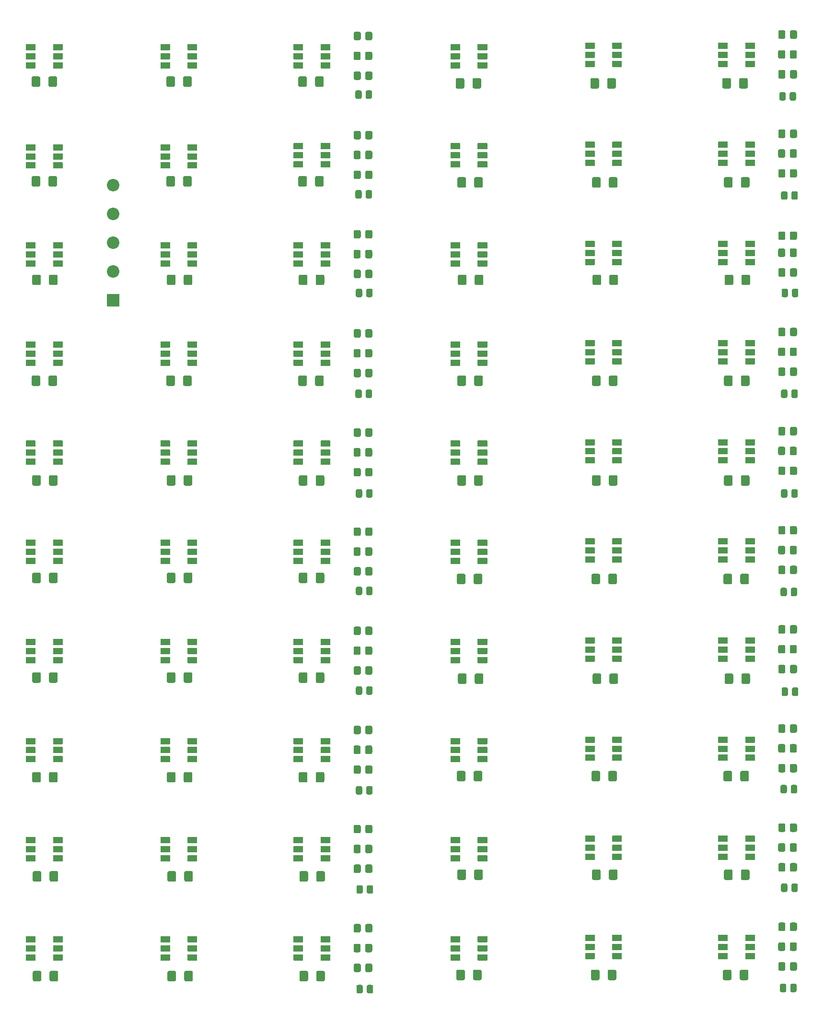
<source format=gbr>
G04 #@! TF.GenerationSoftware,KiCad,Pcbnew,(5.1.8-0-10_14)*
G04 #@! TF.CreationDate,2021-03-11T10:09:50+11:00*
G04 #@! TF.ProjectId,LED Array,4c454420-4172-4726-9179-2e6b69636164,rev?*
G04 #@! TF.SameCoordinates,Original*
G04 #@! TF.FileFunction,Soldermask,Top*
G04 #@! TF.FilePolarity,Negative*
%FSLAX46Y46*%
G04 Gerber Fmt 4.6, Leading zero omitted, Abs format (unit mm)*
G04 Created by KiCad (PCBNEW (5.1.8-0-10_14)) date 2021-03-11 10:09:50*
%MOMM*%
%LPD*%
G01*
G04 APERTURE LIST*
%ADD10C,2.202000*%
G04 APERTURE END LIST*
G36*
G01*
X143949000Y-65910000D02*
X143949000Y-64910000D01*
G75*
G02*
X144000000Y-64859000I51000J0D01*
G01*
X145600000Y-64859000D01*
G75*
G02*
X145651000Y-64910000I0J-51000D01*
G01*
X145651000Y-65910000D01*
G75*
G02*
X145600000Y-65961000I-51000J0D01*
G01*
X144000000Y-65961000D01*
G75*
G02*
X143949000Y-65910000I0J51000D01*
G01*
G37*
G36*
G01*
X143949000Y-64310000D02*
X143949000Y-63310000D01*
G75*
G02*
X144000000Y-63259000I51000J0D01*
G01*
X145600000Y-63259000D01*
G75*
G02*
X145651000Y-63310000I0J-51000D01*
G01*
X145651000Y-64310000D01*
G75*
G02*
X145600000Y-64361000I-51000J0D01*
G01*
X144000000Y-64361000D01*
G75*
G02*
X143949000Y-64310000I0J51000D01*
G01*
G37*
G36*
G01*
X143949000Y-62710000D02*
X143949000Y-61710000D01*
G75*
G02*
X144000000Y-61659000I51000J0D01*
G01*
X145600000Y-61659000D01*
G75*
G02*
X145651000Y-61710000I0J-51000D01*
G01*
X145651000Y-62710000D01*
G75*
G02*
X145600000Y-62761000I-51000J0D01*
G01*
X144000000Y-62761000D01*
G75*
G02*
X143949000Y-62710000I0J51000D01*
G01*
G37*
G36*
G01*
X148749000Y-65910000D02*
X148749000Y-64910000D01*
G75*
G02*
X148800000Y-64859000I51000J0D01*
G01*
X150400000Y-64859000D01*
G75*
G02*
X150451000Y-64910000I0J-51000D01*
G01*
X150451000Y-65910000D01*
G75*
G02*
X150400000Y-65961000I-51000J0D01*
G01*
X148800000Y-65961000D01*
G75*
G02*
X148749000Y-65910000I0J51000D01*
G01*
G37*
G36*
G01*
X148749000Y-64310000D02*
X148749000Y-63310000D01*
G75*
G02*
X148800000Y-63259000I51000J0D01*
G01*
X150400000Y-63259000D01*
G75*
G02*
X150451000Y-63310000I0J-51000D01*
G01*
X150451000Y-64310000D01*
G75*
G02*
X150400000Y-64361000I-51000J0D01*
G01*
X148800000Y-64361000D01*
G75*
G02*
X148749000Y-64310000I0J51000D01*
G01*
G37*
G36*
G01*
X148749000Y-62710000D02*
X148749000Y-61710000D01*
G75*
G02*
X148800000Y-61659000I51000J0D01*
G01*
X150400000Y-61659000D01*
G75*
G02*
X150451000Y-61710000I0J-51000D01*
G01*
X150451000Y-62710000D01*
G75*
G02*
X150400000Y-62761000I-51000J0D01*
G01*
X148800000Y-62761000D01*
G75*
G02*
X148749000Y-62710000I0J51000D01*
G01*
G37*
G36*
G01*
X172519000Y-62710000D02*
X172519000Y-61710000D01*
G75*
G02*
X172570000Y-61659000I51000J0D01*
G01*
X174170000Y-61659000D01*
G75*
G02*
X174221000Y-61710000I0J-51000D01*
G01*
X174221000Y-62710000D01*
G75*
G02*
X174170000Y-62761000I-51000J0D01*
G01*
X172570000Y-62761000D01*
G75*
G02*
X172519000Y-62710000I0J51000D01*
G01*
G37*
G36*
G01*
X172519000Y-64310000D02*
X172519000Y-63310000D01*
G75*
G02*
X172570000Y-63259000I51000J0D01*
G01*
X174170000Y-63259000D01*
G75*
G02*
X174221000Y-63310000I0J-51000D01*
G01*
X174221000Y-64310000D01*
G75*
G02*
X174170000Y-64361000I-51000J0D01*
G01*
X172570000Y-64361000D01*
G75*
G02*
X172519000Y-64310000I0J51000D01*
G01*
G37*
G36*
G01*
X172519000Y-65910000D02*
X172519000Y-64910000D01*
G75*
G02*
X172570000Y-64859000I51000J0D01*
G01*
X174170000Y-64859000D01*
G75*
G02*
X174221000Y-64910000I0J-51000D01*
G01*
X174221000Y-65910000D01*
G75*
G02*
X174170000Y-65961000I-51000J0D01*
G01*
X172570000Y-65961000D01*
G75*
G02*
X172519000Y-65910000I0J51000D01*
G01*
G37*
G36*
G01*
X167719000Y-62710000D02*
X167719000Y-61710000D01*
G75*
G02*
X167770000Y-61659000I51000J0D01*
G01*
X169370000Y-61659000D01*
G75*
G02*
X169421000Y-61710000I0J-51000D01*
G01*
X169421000Y-62710000D01*
G75*
G02*
X169370000Y-62761000I-51000J0D01*
G01*
X167770000Y-62761000D01*
G75*
G02*
X167719000Y-62710000I0J51000D01*
G01*
G37*
G36*
G01*
X167719000Y-64310000D02*
X167719000Y-63310000D01*
G75*
G02*
X167770000Y-63259000I51000J0D01*
G01*
X169370000Y-63259000D01*
G75*
G02*
X169421000Y-63310000I0J-51000D01*
G01*
X169421000Y-64310000D01*
G75*
G02*
X169370000Y-64361000I-51000J0D01*
G01*
X167770000Y-64361000D01*
G75*
G02*
X167719000Y-64310000I0J51000D01*
G01*
G37*
G36*
G01*
X167719000Y-65910000D02*
X167719000Y-64910000D01*
G75*
G02*
X167770000Y-64859000I51000J0D01*
G01*
X169370000Y-64859000D01*
G75*
G02*
X169421000Y-64910000I0J-51000D01*
G01*
X169421000Y-65910000D01*
G75*
G02*
X169370000Y-65961000I-51000J0D01*
G01*
X167770000Y-65961000D01*
G75*
G02*
X167719000Y-65910000I0J51000D01*
G01*
G37*
G36*
G01*
X196019000Y-62710000D02*
X196019000Y-61710000D01*
G75*
G02*
X196070000Y-61659000I51000J0D01*
G01*
X197670000Y-61659000D01*
G75*
G02*
X197721000Y-61710000I0J-51000D01*
G01*
X197721000Y-62710000D01*
G75*
G02*
X197670000Y-62761000I-51000J0D01*
G01*
X196070000Y-62761000D01*
G75*
G02*
X196019000Y-62710000I0J51000D01*
G01*
G37*
G36*
G01*
X196019000Y-64310000D02*
X196019000Y-63310000D01*
G75*
G02*
X196070000Y-63259000I51000J0D01*
G01*
X197670000Y-63259000D01*
G75*
G02*
X197721000Y-63310000I0J-51000D01*
G01*
X197721000Y-64310000D01*
G75*
G02*
X197670000Y-64361000I-51000J0D01*
G01*
X196070000Y-64361000D01*
G75*
G02*
X196019000Y-64310000I0J51000D01*
G01*
G37*
G36*
G01*
X196019000Y-65910000D02*
X196019000Y-64910000D01*
G75*
G02*
X196070000Y-64859000I51000J0D01*
G01*
X197670000Y-64859000D01*
G75*
G02*
X197721000Y-64910000I0J-51000D01*
G01*
X197721000Y-65910000D01*
G75*
G02*
X197670000Y-65961000I-51000J0D01*
G01*
X196070000Y-65961000D01*
G75*
G02*
X196019000Y-65910000I0J51000D01*
G01*
G37*
G36*
G01*
X191219000Y-62710000D02*
X191219000Y-61710000D01*
G75*
G02*
X191270000Y-61659000I51000J0D01*
G01*
X192870000Y-61659000D01*
G75*
G02*
X192921000Y-61710000I0J-51000D01*
G01*
X192921000Y-62710000D01*
G75*
G02*
X192870000Y-62761000I-51000J0D01*
G01*
X191270000Y-62761000D01*
G75*
G02*
X191219000Y-62710000I0J51000D01*
G01*
G37*
G36*
G01*
X191219000Y-64310000D02*
X191219000Y-63310000D01*
G75*
G02*
X191270000Y-63259000I51000J0D01*
G01*
X192870000Y-63259000D01*
G75*
G02*
X192921000Y-63310000I0J-51000D01*
G01*
X192921000Y-64310000D01*
G75*
G02*
X192870000Y-64361000I-51000J0D01*
G01*
X191270000Y-64361000D01*
G75*
G02*
X191219000Y-64310000I0J51000D01*
G01*
G37*
G36*
G01*
X191219000Y-65910000D02*
X191219000Y-64910000D01*
G75*
G02*
X191270000Y-64859000I51000J0D01*
G01*
X192870000Y-64859000D01*
G75*
G02*
X192921000Y-64910000I0J-51000D01*
G01*
X192921000Y-65910000D01*
G75*
G02*
X192870000Y-65961000I-51000J0D01*
G01*
X191270000Y-65961000D01*
G75*
G02*
X191219000Y-65910000I0J51000D01*
G01*
G37*
G36*
G01*
X193588500Y-67641894D02*
X193588500Y-68958106D01*
G75*
G02*
X193320606Y-69226000I-267894J0D01*
G01*
X192329394Y-69226000D01*
G75*
G02*
X192061500Y-68958106I0J267894D01*
G01*
X192061500Y-67641894D01*
G75*
G02*
X192329394Y-67374000I267894J0D01*
G01*
X193320606Y-67374000D01*
G75*
G02*
X193588500Y-67641894I0J-267894D01*
G01*
G37*
G36*
G01*
X196563500Y-67641894D02*
X196563500Y-68958106D01*
G75*
G02*
X196295606Y-69226000I-267894J0D01*
G01*
X195304394Y-69226000D01*
G75*
G02*
X195036500Y-68958106I0J267894D01*
G01*
X195036500Y-67641894D01*
G75*
G02*
X195304394Y-67374000I267894J0D01*
G01*
X196295606Y-67374000D01*
G75*
G02*
X196563500Y-67641894I0J-267894D01*
G01*
G37*
G36*
G01*
X170276000Y-67641894D02*
X170276000Y-68958106D01*
G75*
G02*
X170008106Y-69226000I-267894J0D01*
G01*
X169016894Y-69226000D01*
G75*
G02*
X168749000Y-68958106I0J267894D01*
G01*
X168749000Y-67641894D01*
G75*
G02*
X169016894Y-67374000I267894J0D01*
G01*
X170008106Y-67374000D01*
G75*
G02*
X170276000Y-67641894I0J-267894D01*
G01*
G37*
G36*
G01*
X173251000Y-67641894D02*
X173251000Y-68958106D01*
G75*
G02*
X172983106Y-69226000I-267894J0D01*
G01*
X171991894Y-69226000D01*
G75*
G02*
X171724000Y-68958106I0J267894D01*
G01*
X171724000Y-67641894D01*
G75*
G02*
X171991894Y-67374000I267894J0D01*
G01*
X172983106Y-67374000D01*
G75*
G02*
X173251000Y-67641894I0J-267894D01*
G01*
G37*
G36*
G01*
X146488500Y-67641894D02*
X146488500Y-68958106D01*
G75*
G02*
X146220606Y-69226000I-267894J0D01*
G01*
X145229394Y-69226000D01*
G75*
G02*
X144961500Y-68958106I0J267894D01*
G01*
X144961500Y-67641894D01*
G75*
G02*
X145229394Y-67374000I267894J0D01*
G01*
X146220606Y-67374000D01*
G75*
G02*
X146488500Y-67641894I0J-267894D01*
G01*
G37*
G36*
G01*
X149463500Y-67641894D02*
X149463500Y-68958106D01*
G75*
G02*
X149195606Y-69226000I-267894J0D01*
G01*
X148204394Y-69226000D01*
G75*
G02*
X147936500Y-68958106I0J267894D01*
G01*
X147936500Y-67641894D01*
G75*
G02*
X148204394Y-67374000I267894J0D01*
G01*
X149195606Y-67374000D01*
G75*
G02*
X149463500Y-67641894I0J-267894D01*
G01*
G37*
G36*
G01*
X205151000Y-59771172D02*
X205151000Y-60728828D01*
G75*
G02*
X204878828Y-61001000I-272172J0D01*
G01*
X204171172Y-61001000D01*
G75*
G02*
X203899000Y-60728828I0J272172D01*
G01*
X203899000Y-59771172D01*
G75*
G02*
X204171172Y-59499000I272172J0D01*
G01*
X204878828Y-59499000D01*
G75*
G02*
X205151000Y-59771172I0J-272172D01*
G01*
G37*
G36*
G01*
X203101000Y-59771172D02*
X203101000Y-60728828D01*
G75*
G02*
X202828828Y-61001000I-272172J0D01*
G01*
X202121172Y-61001000D01*
G75*
G02*
X201849000Y-60728828I0J272172D01*
G01*
X201849000Y-59771172D01*
G75*
G02*
X202121172Y-59499000I272172J0D01*
G01*
X202828828Y-59499000D01*
G75*
G02*
X203101000Y-59771172I0J-272172D01*
G01*
G37*
G36*
G01*
X203076000Y-63271172D02*
X203076000Y-64228828D01*
G75*
G02*
X202803828Y-64501000I-272172J0D01*
G01*
X202096172Y-64501000D01*
G75*
G02*
X201824000Y-64228828I0J272172D01*
G01*
X201824000Y-63271172D01*
G75*
G02*
X202096172Y-62999000I272172J0D01*
G01*
X202803828Y-62999000D01*
G75*
G02*
X203076000Y-63271172I0J-272172D01*
G01*
G37*
G36*
G01*
X205126000Y-63271172D02*
X205126000Y-64228828D01*
G75*
G02*
X204853828Y-64501000I-272172J0D01*
G01*
X204146172Y-64501000D01*
G75*
G02*
X203874000Y-64228828I0J272172D01*
G01*
X203874000Y-63271172D01*
G75*
G02*
X204146172Y-62999000I272172J0D01*
G01*
X204853828Y-62999000D01*
G75*
G02*
X205126000Y-63271172I0J-272172D01*
G01*
G37*
G36*
G01*
X205151000Y-66771172D02*
X205151000Y-67728828D01*
G75*
G02*
X204878828Y-68001000I-272172J0D01*
G01*
X204171172Y-68001000D01*
G75*
G02*
X203899000Y-67728828I0J272172D01*
G01*
X203899000Y-66771172D01*
G75*
G02*
X204171172Y-66499000I272172J0D01*
G01*
X204878828Y-66499000D01*
G75*
G02*
X205151000Y-66771172I0J-272172D01*
G01*
G37*
G36*
G01*
X203101000Y-66771172D02*
X203101000Y-67728828D01*
G75*
G02*
X202828828Y-68001000I-272172J0D01*
G01*
X202121172Y-68001000D01*
G75*
G02*
X201849000Y-67728828I0J272172D01*
G01*
X201849000Y-66771172D01*
G75*
G02*
X202121172Y-66499000I272172J0D01*
G01*
X202828828Y-66499000D01*
G75*
G02*
X203101000Y-66771172I0J-272172D01*
G01*
G37*
G36*
G01*
X203263500Y-70123876D02*
X203263500Y-71076124D01*
G75*
G02*
X202988624Y-71351000I-274876J0D01*
G01*
X202411376Y-71351000D01*
G75*
G02*
X202136500Y-71076124I0J274876D01*
G01*
X202136500Y-70123876D01*
G75*
G02*
X202411376Y-69849000I274876J0D01*
G01*
X202988624Y-69849000D01*
G75*
G02*
X203263500Y-70123876I0J-274876D01*
G01*
G37*
G36*
G01*
X205088500Y-70123876D02*
X205088500Y-71076124D01*
G75*
G02*
X204813624Y-71351000I-274876J0D01*
G01*
X204236376Y-71351000D01*
G75*
G02*
X203961500Y-71076124I0J274876D01*
G01*
X203961500Y-70123876D01*
G75*
G02*
X204236376Y-69849000I274876J0D01*
G01*
X204813624Y-69849000D01*
G75*
G02*
X205088500Y-70123876I0J-274876D01*
G01*
G37*
D10*
X159400000Y-86540000D03*
X159400000Y-91620000D03*
X159400000Y-96700000D03*
X159400000Y-101780000D03*
G36*
G01*
X160450000Y-107961000D02*
X158350000Y-107961000D01*
G75*
G02*
X158299000Y-107910000I0J51000D01*
G01*
X158299000Y-105810000D01*
G75*
G02*
X158350000Y-105759000I51000J0D01*
G01*
X160450000Y-105759000D01*
G75*
G02*
X160501000Y-105810000I0J-51000D01*
G01*
X160501000Y-107910000D01*
G75*
G02*
X160450000Y-107961000I-51000J0D01*
G01*
G37*
G36*
G01*
X280288500Y-210123876D02*
X280288500Y-211076124D01*
G75*
G02*
X280013624Y-211351000I-274876J0D01*
G01*
X279436376Y-211351000D01*
G75*
G02*
X279161500Y-211076124I0J274876D01*
G01*
X279161500Y-210123876D01*
G75*
G02*
X279436376Y-209849000I274876J0D01*
G01*
X280013624Y-209849000D01*
G75*
G02*
X280288500Y-210123876I0J-274876D01*
G01*
G37*
G36*
G01*
X278463500Y-210123876D02*
X278463500Y-211076124D01*
G75*
G02*
X278188624Y-211351000I-274876J0D01*
G01*
X277611376Y-211351000D01*
G75*
G02*
X277336500Y-211076124I0J274876D01*
G01*
X277336500Y-210123876D01*
G75*
G02*
X277611376Y-209849000I274876J0D01*
G01*
X278188624Y-209849000D01*
G75*
G02*
X278463500Y-210123876I0J-274876D01*
G01*
G37*
G36*
G01*
X271763500Y-207641894D02*
X271763500Y-208958106D01*
G75*
G02*
X271495606Y-209226000I-267894J0D01*
G01*
X270504394Y-209226000D01*
G75*
G02*
X270236500Y-208958106I0J267894D01*
G01*
X270236500Y-207641894D01*
G75*
G02*
X270504394Y-207374000I267894J0D01*
G01*
X271495606Y-207374000D01*
G75*
G02*
X271763500Y-207641894I0J-267894D01*
G01*
G37*
G36*
G01*
X268788500Y-207641894D02*
X268788500Y-208958106D01*
G75*
G02*
X268520606Y-209226000I-267894J0D01*
G01*
X267529394Y-209226000D01*
G75*
G02*
X267261500Y-208958106I0J267894D01*
G01*
X267261500Y-207641894D01*
G75*
G02*
X267529394Y-207374000I267894J0D01*
G01*
X268520606Y-207374000D01*
G75*
G02*
X268788500Y-207641894I0J-267894D01*
G01*
G37*
G36*
G01*
X248451000Y-207641894D02*
X248451000Y-208958106D01*
G75*
G02*
X248183106Y-209226000I-267894J0D01*
G01*
X247191894Y-209226000D01*
G75*
G02*
X246924000Y-208958106I0J267894D01*
G01*
X246924000Y-207641894D01*
G75*
G02*
X247191894Y-207374000I267894J0D01*
G01*
X248183106Y-207374000D01*
G75*
G02*
X248451000Y-207641894I0J-267894D01*
G01*
G37*
G36*
G01*
X245476000Y-207641894D02*
X245476000Y-208958106D01*
G75*
G02*
X245208106Y-209226000I-267894J0D01*
G01*
X244216894Y-209226000D01*
G75*
G02*
X243949000Y-208958106I0J267894D01*
G01*
X243949000Y-207641894D01*
G75*
G02*
X244216894Y-207374000I267894J0D01*
G01*
X245208106Y-207374000D01*
G75*
G02*
X245476000Y-207641894I0J-267894D01*
G01*
G37*
G36*
G01*
X224663500Y-207641894D02*
X224663500Y-208958106D01*
G75*
G02*
X224395606Y-209226000I-267894J0D01*
G01*
X223404394Y-209226000D01*
G75*
G02*
X223136500Y-208958106I0J267894D01*
G01*
X223136500Y-207641894D01*
G75*
G02*
X223404394Y-207374000I267894J0D01*
G01*
X224395606Y-207374000D01*
G75*
G02*
X224663500Y-207641894I0J-267894D01*
G01*
G37*
G36*
G01*
X221688500Y-207641894D02*
X221688500Y-208958106D01*
G75*
G02*
X221420606Y-209226000I-267894J0D01*
G01*
X220429394Y-209226000D01*
G75*
G02*
X220161500Y-208958106I0J267894D01*
G01*
X220161500Y-207641894D01*
G75*
G02*
X220429394Y-207374000I267894J0D01*
G01*
X221420606Y-207374000D01*
G75*
G02*
X221688500Y-207641894I0J-267894D01*
G01*
G37*
G36*
G01*
X280088500Y-227823876D02*
X280088500Y-228776124D01*
G75*
G02*
X279813624Y-229051000I-274876J0D01*
G01*
X279236376Y-229051000D01*
G75*
G02*
X278961500Y-228776124I0J274876D01*
G01*
X278961500Y-227823876D01*
G75*
G02*
X279236376Y-227549000I274876J0D01*
G01*
X279813624Y-227549000D01*
G75*
G02*
X280088500Y-227823876I0J-274876D01*
G01*
G37*
G36*
G01*
X278263500Y-227823876D02*
X278263500Y-228776124D01*
G75*
G02*
X277988624Y-229051000I-274876J0D01*
G01*
X277411376Y-229051000D01*
G75*
G02*
X277136500Y-228776124I0J274876D01*
G01*
X277136500Y-227823876D01*
G75*
G02*
X277411376Y-227549000I274876J0D01*
G01*
X277988624Y-227549000D01*
G75*
G02*
X278263500Y-227823876I0J-274876D01*
G01*
G37*
G36*
G01*
X271563500Y-225341894D02*
X271563500Y-226658106D01*
G75*
G02*
X271295606Y-226926000I-267894J0D01*
G01*
X270304394Y-226926000D01*
G75*
G02*
X270036500Y-226658106I0J267894D01*
G01*
X270036500Y-225341894D01*
G75*
G02*
X270304394Y-225074000I267894J0D01*
G01*
X271295606Y-225074000D01*
G75*
G02*
X271563500Y-225341894I0J-267894D01*
G01*
G37*
G36*
G01*
X268588500Y-225341894D02*
X268588500Y-226658106D01*
G75*
G02*
X268320606Y-226926000I-267894J0D01*
G01*
X267329394Y-226926000D01*
G75*
G02*
X267061500Y-226658106I0J267894D01*
G01*
X267061500Y-225341894D01*
G75*
G02*
X267329394Y-225074000I267894J0D01*
G01*
X268320606Y-225074000D01*
G75*
G02*
X268588500Y-225341894I0J-267894D01*
G01*
G37*
G36*
G01*
X248251000Y-225341894D02*
X248251000Y-226658106D01*
G75*
G02*
X247983106Y-226926000I-267894J0D01*
G01*
X246991894Y-226926000D01*
G75*
G02*
X246724000Y-226658106I0J267894D01*
G01*
X246724000Y-225341894D01*
G75*
G02*
X246991894Y-225074000I267894J0D01*
G01*
X247983106Y-225074000D01*
G75*
G02*
X248251000Y-225341894I0J-267894D01*
G01*
G37*
G36*
G01*
X245276000Y-225341894D02*
X245276000Y-226658106D01*
G75*
G02*
X245008106Y-226926000I-267894J0D01*
G01*
X244016894Y-226926000D01*
G75*
G02*
X243749000Y-226658106I0J267894D01*
G01*
X243749000Y-225341894D01*
G75*
G02*
X244016894Y-225074000I267894J0D01*
G01*
X245008106Y-225074000D01*
G75*
G02*
X245276000Y-225341894I0J-267894D01*
G01*
G37*
G36*
G01*
X224463500Y-225341894D02*
X224463500Y-226658106D01*
G75*
G02*
X224195606Y-226926000I-267894J0D01*
G01*
X223204394Y-226926000D01*
G75*
G02*
X222936500Y-226658106I0J267894D01*
G01*
X222936500Y-225341894D01*
G75*
G02*
X223204394Y-225074000I267894J0D01*
G01*
X224195606Y-225074000D01*
G75*
G02*
X224463500Y-225341894I0J-267894D01*
G01*
G37*
G36*
G01*
X221488500Y-225341894D02*
X221488500Y-226658106D01*
G75*
G02*
X221220606Y-226926000I-267894J0D01*
G01*
X220229394Y-226926000D01*
G75*
G02*
X219961500Y-226658106I0J267894D01*
G01*
X219961500Y-225341894D01*
G75*
G02*
X220229394Y-225074000I267894J0D01*
G01*
X221220606Y-225074000D01*
G75*
G02*
X221488500Y-225341894I0J-267894D01*
G01*
G37*
G36*
G01*
X280188500Y-192723876D02*
X280188500Y-193676124D01*
G75*
G02*
X279913624Y-193951000I-274876J0D01*
G01*
X279336376Y-193951000D01*
G75*
G02*
X279061500Y-193676124I0J274876D01*
G01*
X279061500Y-192723876D01*
G75*
G02*
X279336376Y-192449000I274876J0D01*
G01*
X279913624Y-192449000D01*
G75*
G02*
X280188500Y-192723876I0J-274876D01*
G01*
G37*
G36*
G01*
X278363500Y-192723876D02*
X278363500Y-193676124D01*
G75*
G02*
X278088624Y-193951000I-274876J0D01*
G01*
X277511376Y-193951000D01*
G75*
G02*
X277236500Y-193676124I0J274876D01*
G01*
X277236500Y-192723876D01*
G75*
G02*
X277511376Y-192449000I274876J0D01*
G01*
X278088624Y-192449000D01*
G75*
G02*
X278363500Y-192723876I0J-274876D01*
G01*
G37*
G36*
G01*
X271663500Y-190241894D02*
X271663500Y-191558106D01*
G75*
G02*
X271395606Y-191826000I-267894J0D01*
G01*
X270404394Y-191826000D01*
G75*
G02*
X270136500Y-191558106I0J267894D01*
G01*
X270136500Y-190241894D01*
G75*
G02*
X270404394Y-189974000I267894J0D01*
G01*
X271395606Y-189974000D01*
G75*
G02*
X271663500Y-190241894I0J-267894D01*
G01*
G37*
G36*
G01*
X268688500Y-190241894D02*
X268688500Y-191558106D01*
G75*
G02*
X268420606Y-191826000I-267894J0D01*
G01*
X267429394Y-191826000D01*
G75*
G02*
X267161500Y-191558106I0J267894D01*
G01*
X267161500Y-190241894D01*
G75*
G02*
X267429394Y-189974000I267894J0D01*
G01*
X268420606Y-189974000D01*
G75*
G02*
X268688500Y-190241894I0J-267894D01*
G01*
G37*
G36*
G01*
X248351000Y-190241894D02*
X248351000Y-191558106D01*
G75*
G02*
X248083106Y-191826000I-267894J0D01*
G01*
X247091894Y-191826000D01*
G75*
G02*
X246824000Y-191558106I0J267894D01*
G01*
X246824000Y-190241894D01*
G75*
G02*
X247091894Y-189974000I267894J0D01*
G01*
X248083106Y-189974000D01*
G75*
G02*
X248351000Y-190241894I0J-267894D01*
G01*
G37*
G36*
G01*
X245376000Y-190241894D02*
X245376000Y-191558106D01*
G75*
G02*
X245108106Y-191826000I-267894J0D01*
G01*
X244116894Y-191826000D01*
G75*
G02*
X243849000Y-191558106I0J267894D01*
G01*
X243849000Y-190241894D01*
G75*
G02*
X244116894Y-189974000I267894J0D01*
G01*
X245108106Y-189974000D01*
G75*
G02*
X245376000Y-190241894I0J-267894D01*
G01*
G37*
G36*
G01*
X224563500Y-190241894D02*
X224563500Y-191558106D01*
G75*
G02*
X224295606Y-191826000I-267894J0D01*
G01*
X223304394Y-191826000D01*
G75*
G02*
X223036500Y-191558106I0J267894D01*
G01*
X223036500Y-190241894D01*
G75*
G02*
X223304394Y-189974000I267894J0D01*
G01*
X224295606Y-189974000D01*
G75*
G02*
X224563500Y-190241894I0J-267894D01*
G01*
G37*
G36*
G01*
X221588500Y-190241894D02*
X221588500Y-191558106D01*
G75*
G02*
X221320606Y-191826000I-267894J0D01*
G01*
X220329394Y-191826000D01*
G75*
G02*
X220061500Y-191558106I0J267894D01*
G01*
X220061500Y-190241894D01*
G75*
G02*
X220329394Y-189974000I267894J0D01*
G01*
X221320606Y-189974000D01*
G75*
G02*
X221588500Y-190241894I0J-267894D01*
G01*
G37*
G36*
G01*
X280388500Y-175523876D02*
X280388500Y-176476124D01*
G75*
G02*
X280113624Y-176751000I-274876J0D01*
G01*
X279536376Y-176751000D01*
G75*
G02*
X279261500Y-176476124I0J274876D01*
G01*
X279261500Y-175523876D01*
G75*
G02*
X279536376Y-175249000I274876J0D01*
G01*
X280113624Y-175249000D01*
G75*
G02*
X280388500Y-175523876I0J-274876D01*
G01*
G37*
G36*
G01*
X278563500Y-175523876D02*
X278563500Y-176476124D01*
G75*
G02*
X278288624Y-176751000I-274876J0D01*
G01*
X277711376Y-176751000D01*
G75*
G02*
X277436500Y-176476124I0J274876D01*
G01*
X277436500Y-175523876D01*
G75*
G02*
X277711376Y-175249000I274876J0D01*
G01*
X278288624Y-175249000D01*
G75*
G02*
X278563500Y-175523876I0J-274876D01*
G01*
G37*
G36*
G01*
X271863500Y-173041894D02*
X271863500Y-174358106D01*
G75*
G02*
X271595606Y-174626000I-267894J0D01*
G01*
X270604394Y-174626000D01*
G75*
G02*
X270336500Y-174358106I0J267894D01*
G01*
X270336500Y-173041894D01*
G75*
G02*
X270604394Y-172774000I267894J0D01*
G01*
X271595606Y-172774000D01*
G75*
G02*
X271863500Y-173041894I0J-267894D01*
G01*
G37*
G36*
G01*
X268888500Y-173041894D02*
X268888500Y-174358106D01*
G75*
G02*
X268620606Y-174626000I-267894J0D01*
G01*
X267629394Y-174626000D01*
G75*
G02*
X267361500Y-174358106I0J267894D01*
G01*
X267361500Y-173041894D01*
G75*
G02*
X267629394Y-172774000I267894J0D01*
G01*
X268620606Y-172774000D01*
G75*
G02*
X268888500Y-173041894I0J-267894D01*
G01*
G37*
G36*
G01*
X248551000Y-173041894D02*
X248551000Y-174358106D01*
G75*
G02*
X248283106Y-174626000I-267894J0D01*
G01*
X247291894Y-174626000D01*
G75*
G02*
X247024000Y-174358106I0J267894D01*
G01*
X247024000Y-173041894D01*
G75*
G02*
X247291894Y-172774000I267894J0D01*
G01*
X248283106Y-172774000D01*
G75*
G02*
X248551000Y-173041894I0J-267894D01*
G01*
G37*
G36*
G01*
X245576000Y-173041894D02*
X245576000Y-174358106D01*
G75*
G02*
X245308106Y-174626000I-267894J0D01*
G01*
X244316894Y-174626000D01*
G75*
G02*
X244049000Y-174358106I0J267894D01*
G01*
X244049000Y-173041894D01*
G75*
G02*
X244316894Y-172774000I267894J0D01*
G01*
X245308106Y-172774000D01*
G75*
G02*
X245576000Y-173041894I0J-267894D01*
G01*
G37*
G36*
G01*
X224763500Y-173041894D02*
X224763500Y-174358106D01*
G75*
G02*
X224495606Y-174626000I-267894J0D01*
G01*
X223504394Y-174626000D01*
G75*
G02*
X223236500Y-174358106I0J267894D01*
G01*
X223236500Y-173041894D01*
G75*
G02*
X223504394Y-172774000I267894J0D01*
G01*
X224495606Y-172774000D01*
G75*
G02*
X224763500Y-173041894I0J-267894D01*
G01*
G37*
G36*
G01*
X221788500Y-173041894D02*
X221788500Y-174358106D01*
G75*
G02*
X221520606Y-174626000I-267894J0D01*
G01*
X220529394Y-174626000D01*
G75*
G02*
X220261500Y-174358106I0J267894D01*
G01*
X220261500Y-173041894D01*
G75*
G02*
X220529394Y-172774000I267894J0D01*
G01*
X221520606Y-172774000D01*
G75*
G02*
X221788500Y-173041894I0J-267894D01*
G01*
G37*
G36*
G01*
X280188500Y-157923876D02*
X280188500Y-158876124D01*
G75*
G02*
X279913624Y-159151000I-274876J0D01*
G01*
X279336376Y-159151000D01*
G75*
G02*
X279061500Y-158876124I0J274876D01*
G01*
X279061500Y-157923876D01*
G75*
G02*
X279336376Y-157649000I274876J0D01*
G01*
X279913624Y-157649000D01*
G75*
G02*
X280188500Y-157923876I0J-274876D01*
G01*
G37*
G36*
G01*
X278363500Y-157923876D02*
X278363500Y-158876124D01*
G75*
G02*
X278088624Y-159151000I-274876J0D01*
G01*
X277511376Y-159151000D01*
G75*
G02*
X277236500Y-158876124I0J274876D01*
G01*
X277236500Y-157923876D01*
G75*
G02*
X277511376Y-157649000I274876J0D01*
G01*
X278088624Y-157649000D01*
G75*
G02*
X278363500Y-157923876I0J-274876D01*
G01*
G37*
G36*
G01*
X271663500Y-155441894D02*
X271663500Y-156758106D01*
G75*
G02*
X271395606Y-157026000I-267894J0D01*
G01*
X270404394Y-157026000D01*
G75*
G02*
X270136500Y-156758106I0J267894D01*
G01*
X270136500Y-155441894D01*
G75*
G02*
X270404394Y-155174000I267894J0D01*
G01*
X271395606Y-155174000D01*
G75*
G02*
X271663500Y-155441894I0J-267894D01*
G01*
G37*
G36*
G01*
X268688500Y-155441894D02*
X268688500Y-156758106D01*
G75*
G02*
X268420606Y-157026000I-267894J0D01*
G01*
X267429394Y-157026000D01*
G75*
G02*
X267161500Y-156758106I0J267894D01*
G01*
X267161500Y-155441894D01*
G75*
G02*
X267429394Y-155174000I267894J0D01*
G01*
X268420606Y-155174000D01*
G75*
G02*
X268688500Y-155441894I0J-267894D01*
G01*
G37*
G36*
G01*
X248351000Y-155441894D02*
X248351000Y-156758106D01*
G75*
G02*
X248083106Y-157026000I-267894J0D01*
G01*
X247091894Y-157026000D01*
G75*
G02*
X246824000Y-156758106I0J267894D01*
G01*
X246824000Y-155441894D01*
G75*
G02*
X247091894Y-155174000I267894J0D01*
G01*
X248083106Y-155174000D01*
G75*
G02*
X248351000Y-155441894I0J-267894D01*
G01*
G37*
G36*
G01*
X245376000Y-155441894D02*
X245376000Y-156758106D01*
G75*
G02*
X245108106Y-157026000I-267894J0D01*
G01*
X244116894Y-157026000D01*
G75*
G02*
X243849000Y-156758106I0J267894D01*
G01*
X243849000Y-155441894D01*
G75*
G02*
X244116894Y-155174000I267894J0D01*
G01*
X245108106Y-155174000D01*
G75*
G02*
X245376000Y-155441894I0J-267894D01*
G01*
G37*
G36*
G01*
X224563500Y-155441894D02*
X224563500Y-156758106D01*
G75*
G02*
X224295606Y-157026000I-267894J0D01*
G01*
X223304394Y-157026000D01*
G75*
G02*
X223036500Y-156758106I0J267894D01*
G01*
X223036500Y-155441894D01*
G75*
G02*
X223304394Y-155174000I267894J0D01*
G01*
X224295606Y-155174000D01*
G75*
G02*
X224563500Y-155441894I0J-267894D01*
G01*
G37*
G36*
G01*
X221588500Y-155441894D02*
X221588500Y-156758106D01*
G75*
G02*
X221320606Y-157026000I-267894J0D01*
G01*
X220329394Y-157026000D01*
G75*
G02*
X220061500Y-156758106I0J267894D01*
G01*
X220061500Y-155441894D01*
G75*
G02*
X220329394Y-155174000I267894J0D01*
G01*
X221320606Y-155174000D01*
G75*
G02*
X221588500Y-155441894I0J-267894D01*
G01*
G37*
G36*
G01*
X280288500Y-140523876D02*
X280288500Y-141476124D01*
G75*
G02*
X280013624Y-141751000I-274876J0D01*
G01*
X279436376Y-141751000D01*
G75*
G02*
X279161500Y-141476124I0J274876D01*
G01*
X279161500Y-140523876D01*
G75*
G02*
X279436376Y-140249000I274876J0D01*
G01*
X280013624Y-140249000D01*
G75*
G02*
X280288500Y-140523876I0J-274876D01*
G01*
G37*
G36*
G01*
X278463500Y-140523876D02*
X278463500Y-141476124D01*
G75*
G02*
X278188624Y-141751000I-274876J0D01*
G01*
X277611376Y-141751000D01*
G75*
G02*
X277336500Y-141476124I0J274876D01*
G01*
X277336500Y-140523876D01*
G75*
G02*
X277611376Y-140249000I274876J0D01*
G01*
X278188624Y-140249000D01*
G75*
G02*
X278463500Y-140523876I0J-274876D01*
G01*
G37*
G36*
G01*
X271763500Y-138041894D02*
X271763500Y-139358106D01*
G75*
G02*
X271495606Y-139626000I-267894J0D01*
G01*
X270504394Y-139626000D01*
G75*
G02*
X270236500Y-139358106I0J267894D01*
G01*
X270236500Y-138041894D01*
G75*
G02*
X270504394Y-137774000I267894J0D01*
G01*
X271495606Y-137774000D01*
G75*
G02*
X271763500Y-138041894I0J-267894D01*
G01*
G37*
G36*
G01*
X268788500Y-138041894D02*
X268788500Y-139358106D01*
G75*
G02*
X268520606Y-139626000I-267894J0D01*
G01*
X267529394Y-139626000D01*
G75*
G02*
X267261500Y-139358106I0J267894D01*
G01*
X267261500Y-138041894D01*
G75*
G02*
X267529394Y-137774000I267894J0D01*
G01*
X268520606Y-137774000D01*
G75*
G02*
X268788500Y-138041894I0J-267894D01*
G01*
G37*
G36*
G01*
X248451000Y-138041894D02*
X248451000Y-139358106D01*
G75*
G02*
X248183106Y-139626000I-267894J0D01*
G01*
X247191894Y-139626000D01*
G75*
G02*
X246924000Y-139358106I0J267894D01*
G01*
X246924000Y-138041894D01*
G75*
G02*
X247191894Y-137774000I267894J0D01*
G01*
X248183106Y-137774000D01*
G75*
G02*
X248451000Y-138041894I0J-267894D01*
G01*
G37*
G36*
G01*
X245476000Y-138041894D02*
X245476000Y-139358106D01*
G75*
G02*
X245208106Y-139626000I-267894J0D01*
G01*
X244216894Y-139626000D01*
G75*
G02*
X243949000Y-139358106I0J267894D01*
G01*
X243949000Y-138041894D01*
G75*
G02*
X244216894Y-137774000I267894J0D01*
G01*
X245208106Y-137774000D01*
G75*
G02*
X245476000Y-138041894I0J-267894D01*
G01*
G37*
G36*
G01*
X224663500Y-138041894D02*
X224663500Y-139358106D01*
G75*
G02*
X224395606Y-139626000I-267894J0D01*
G01*
X223404394Y-139626000D01*
G75*
G02*
X223136500Y-139358106I0J267894D01*
G01*
X223136500Y-138041894D01*
G75*
G02*
X223404394Y-137774000I267894J0D01*
G01*
X224395606Y-137774000D01*
G75*
G02*
X224663500Y-138041894I0J-267894D01*
G01*
G37*
G36*
G01*
X221688500Y-138041894D02*
X221688500Y-139358106D01*
G75*
G02*
X221420606Y-139626000I-267894J0D01*
G01*
X220429394Y-139626000D01*
G75*
G02*
X220161500Y-139358106I0J267894D01*
G01*
X220161500Y-138041894D01*
G75*
G02*
X220429394Y-137774000I267894J0D01*
G01*
X221420606Y-137774000D01*
G75*
G02*
X221688500Y-138041894I0J-267894D01*
G01*
G37*
G36*
G01*
X280288500Y-122923876D02*
X280288500Y-123876124D01*
G75*
G02*
X280013624Y-124151000I-274876J0D01*
G01*
X279436376Y-124151000D01*
G75*
G02*
X279161500Y-123876124I0J274876D01*
G01*
X279161500Y-122923876D01*
G75*
G02*
X279436376Y-122649000I274876J0D01*
G01*
X280013624Y-122649000D01*
G75*
G02*
X280288500Y-122923876I0J-274876D01*
G01*
G37*
G36*
G01*
X278463500Y-122923876D02*
X278463500Y-123876124D01*
G75*
G02*
X278188624Y-124151000I-274876J0D01*
G01*
X277611376Y-124151000D01*
G75*
G02*
X277336500Y-123876124I0J274876D01*
G01*
X277336500Y-122923876D01*
G75*
G02*
X277611376Y-122649000I274876J0D01*
G01*
X278188624Y-122649000D01*
G75*
G02*
X278463500Y-122923876I0J-274876D01*
G01*
G37*
G36*
G01*
X271763500Y-120441894D02*
X271763500Y-121758106D01*
G75*
G02*
X271495606Y-122026000I-267894J0D01*
G01*
X270504394Y-122026000D01*
G75*
G02*
X270236500Y-121758106I0J267894D01*
G01*
X270236500Y-120441894D01*
G75*
G02*
X270504394Y-120174000I267894J0D01*
G01*
X271495606Y-120174000D01*
G75*
G02*
X271763500Y-120441894I0J-267894D01*
G01*
G37*
G36*
G01*
X268788500Y-120441894D02*
X268788500Y-121758106D01*
G75*
G02*
X268520606Y-122026000I-267894J0D01*
G01*
X267529394Y-122026000D01*
G75*
G02*
X267261500Y-121758106I0J267894D01*
G01*
X267261500Y-120441894D01*
G75*
G02*
X267529394Y-120174000I267894J0D01*
G01*
X268520606Y-120174000D01*
G75*
G02*
X268788500Y-120441894I0J-267894D01*
G01*
G37*
G36*
G01*
X248451000Y-120441894D02*
X248451000Y-121758106D01*
G75*
G02*
X248183106Y-122026000I-267894J0D01*
G01*
X247191894Y-122026000D01*
G75*
G02*
X246924000Y-121758106I0J267894D01*
G01*
X246924000Y-120441894D01*
G75*
G02*
X247191894Y-120174000I267894J0D01*
G01*
X248183106Y-120174000D01*
G75*
G02*
X248451000Y-120441894I0J-267894D01*
G01*
G37*
G36*
G01*
X245476000Y-120441894D02*
X245476000Y-121758106D01*
G75*
G02*
X245208106Y-122026000I-267894J0D01*
G01*
X244216894Y-122026000D01*
G75*
G02*
X243949000Y-121758106I0J267894D01*
G01*
X243949000Y-120441894D01*
G75*
G02*
X244216894Y-120174000I267894J0D01*
G01*
X245208106Y-120174000D01*
G75*
G02*
X245476000Y-120441894I0J-267894D01*
G01*
G37*
G36*
G01*
X224663500Y-120441894D02*
X224663500Y-121758106D01*
G75*
G02*
X224395606Y-122026000I-267894J0D01*
G01*
X223404394Y-122026000D01*
G75*
G02*
X223136500Y-121758106I0J267894D01*
G01*
X223136500Y-120441894D01*
G75*
G02*
X223404394Y-120174000I267894J0D01*
G01*
X224395606Y-120174000D01*
G75*
G02*
X224663500Y-120441894I0J-267894D01*
G01*
G37*
G36*
G01*
X221688500Y-120441894D02*
X221688500Y-121758106D01*
G75*
G02*
X221420606Y-122026000I-267894J0D01*
G01*
X220429394Y-122026000D01*
G75*
G02*
X220161500Y-121758106I0J267894D01*
G01*
X220161500Y-120441894D01*
G75*
G02*
X220429394Y-120174000I267894J0D01*
G01*
X221420606Y-120174000D01*
G75*
G02*
X221688500Y-120441894I0J-267894D01*
G01*
G37*
G36*
G01*
X280388500Y-105123876D02*
X280388500Y-106076124D01*
G75*
G02*
X280113624Y-106351000I-274876J0D01*
G01*
X279536376Y-106351000D01*
G75*
G02*
X279261500Y-106076124I0J274876D01*
G01*
X279261500Y-105123876D01*
G75*
G02*
X279536376Y-104849000I274876J0D01*
G01*
X280113624Y-104849000D01*
G75*
G02*
X280388500Y-105123876I0J-274876D01*
G01*
G37*
G36*
G01*
X278563500Y-105123876D02*
X278563500Y-106076124D01*
G75*
G02*
X278288624Y-106351000I-274876J0D01*
G01*
X277711376Y-106351000D01*
G75*
G02*
X277436500Y-106076124I0J274876D01*
G01*
X277436500Y-105123876D01*
G75*
G02*
X277711376Y-104849000I274876J0D01*
G01*
X278288624Y-104849000D01*
G75*
G02*
X278563500Y-105123876I0J-274876D01*
G01*
G37*
G36*
G01*
X271863500Y-102641894D02*
X271863500Y-103958106D01*
G75*
G02*
X271595606Y-104226000I-267894J0D01*
G01*
X270604394Y-104226000D01*
G75*
G02*
X270336500Y-103958106I0J267894D01*
G01*
X270336500Y-102641894D01*
G75*
G02*
X270604394Y-102374000I267894J0D01*
G01*
X271595606Y-102374000D01*
G75*
G02*
X271863500Y-102641894I0J-267894D01*
G01*
G37*
G36*
G01*
X268888500Y-102641894D02*
X268888500Y-103958106D01*
G75*
G02*
X268620606Y-104226000I-267894J0D01*
G01*
X267629394Y-104226000D01*
G75*
G02*
X267361500Y-103958106I0J267894D01*
G01*
X267361500Y-102641894D01*
G75*
G02*
X267629394Y-102374000I267894J0D01*
G01*
X268620606Y-102374000D01*
G75*
G02*
X268888500Y-102641894I0J-267894D01*
G01*
G37*
G36*
G01*
X248551000Y-102641894D02*
X248551000Y-103958106D01*
G75*
G02*
X248283106Y-104226000I-267894J0D01*
G01*
X247291894Y-104226000D01*
G75*
G02*
X247024000Y-103958106I0J267894D01*
G01*
X247024000Y-102641894D01*
G75*
G02*
X247291894Y-102374000I267894J0D01*
G01*
X248283106Y-102374000D01*
G75*
G02*
X248551000Y-102641894I0J-267894D01*
G01*
G37*
G36*
G01*
X245576000Y-102641894D02*
X245576000Y-103958106D01*
G75*
G02*
X245308106Y-104226000I-267894J0D01*
G01*
X244316894Y-104226000D01*
G75*
G02*
X244049000Y-103958106I0J267894D01*
G01*
X244049000Y-102641894D01*
G75*
G02*
X244316894Y-102374000I267894J0D01*
G01*
X245308106Y-102374000D01*
G75*
G02*
X245576000Y-102641894I0J-267894D01*
G01*
G37*
G36*
G01*
X224763500Y-102641894D02*
X224763500Y-103958106D01*
G75*
G02*
X224495606Y-104226000I-267894J0D01*
G01*
X223504394Y-104226000D01*
G75*
G02*
X223236500Y-103958106I0J267894D01*
G01*
X223236500Y-102641894D01*
G75*
G02*
X223504394Y-102374000I267894J0D01*
G01*
X224495606Y-102374000D01*
G75*
G02*
X224763500Y-102641894I0J-267894D01*
G01*
G37*
G36*
G01*
X221788500Y-102641894D02*
X221788500Y-103958106D01*
G75*
G02*
X221520606Y-104226000I-267894J0D01*
G01*
X220529394Y-104226000D01*
G75*
G02*
X220261500Y-103958106I0J267894D01*
G01*
X220261500Y-102641894D01*
G75*
G02*
X220529394Y-102374000I267894J0D01*
G01*
X221520606Y-102374000D01*
G75*
G02*
X221788500Y-102641894I0J-267894D01*
G01*
G37*
G36*
G01*
X280288500Y-87923876D02*
X280288500Y-88876124D01*
G75*
G02*
X280013624Y-89151000I-274876J0D01*
G01*
X279436376Y-89151000D01*
G75*
G02*
X279161500Y-88876124I0J274876D01*
G01*
X279161500Y-87923876D01*
G75*
G02*
X279436376Y-87649000I274876J0D01*
G01*
X280013624Y-87649000D01*
G75*
G02*
X280288500Y-87923876I0J-274876D01*
G01*
G37*
G36*
G01*
X278463500Y-87923876D02*
X278463500Y-88876124D01*
G75*
G02*
X278188624Y-89151000I-274876J0D01*
G01*
X277611376Y-89151000D01*
G75*
G02*
X277336500Y-88876124I0J274876D01*
G01*
X277336500Y-87923876D01*
G75*
G02*
X277611376Y-87649000I274876J0D01*
G01*
X278188624Y-87649000D01*
G75*
G02*
X278463500Y-87923876I0J-274876D01*
G01*
G37*
G36*
G01*
X271763500Y-85441894D02*
X271763500Y-86758106D01*
G75*
G02*
X271495606Y-87026000I-267894J0D01*
G01*
X270504394Y-87026000D01*
G75*
G02*
X270236500Y-86758106I0J267894D01*
G01*
X270236500Y-85441894D01*
G75*
G02*
X270504394Y-85174000I267894J0D01*
G01*
X271495606Y-85174000D01*
G75*
G02*
X271763500Y-85441894I0J-267894D01*
G01*
G37*
G36*
G01*
X268788500Y-85441894D02*
X268788500Y-86758106D01*
G75*
G02*
X268520606Y-87026000I-267894J0D01*
G01*
X267529394Y-87026000D01*
G75*
G02*
X267261500Y-86758106I0J267894D01*
G01*
X267261500Y-85441894D01*
G75*
G02*
X267529394Y-85174000I267894J0D01*
G01*
X268520606Y-85174000D01*
G75*
G02*
X268788500Y-85441894I0J-267894D01*
G01*
G37*
G36*
G01*
X248451000Y-85441894D02*
X248451000Y-86758106D01*
G75*
G02*
X248183106Y-87026000I-267894J0D01*
G01*
X247191894Y-87026000D01*
G75*
G02*
X246924000Y-86758106I0J267894D01*
G01*
X246924000Y-85441894D01*
G75*
G02*
X247191894Y-85174000I267894J0D01*
G01*
X248183106Y-85174000D01*
G75*
G02*
X248451000Y-85441894I0J-267894D01*
G01*
G37*
G36*
G01*
X245476000Y-85441894D02*
X245476000Y-86758106D01*
G75*
G02*
X245208106Y-87026000I-267894J0D01*
G01*
X244216894Y-87026000D01*
G75*
G02*
X243949000Y-86758106I0J267894D01*
G01*
X243949000Y-85441894D01*
G75*
G02*
X244216894Y-85174000I267894J0D01*
G01*
X245208106Y-85174000D01*
G75*
G02*
X245476000Y-85441894I0J-267894D01*
G01*
G37*
G36*
G01*
X224663500Y-85441894D02*
X224663500Y-86758106D01*
G75*
G02*
X224395606Y-87026000I-267894J0D01*
G01*
X223404394Y-87026000D01*
G75*
G02*
X223136500Y-86758106I0J267894D01*
G01*
X223136500Y-85441894D01*
G75*
G02*
X223404394Y-85174000I267894J0D01*
G01*
X224395606Y-85174000D01*
G75*
G02*
X224663500Y-85441894I0J-267894D01*
G01*
G37*
G36*
G01*
X221688500Y-85441894D02*
X221688500Y-86758106D01*
G75*
G02*
X221420606Y-87026000I-267894J0D01*
G01*
X220429394Y-87026000D01*
G75*
G02*
X220161500Y-86758106I0J267894D01*
G01*
X220161500Y-85441894D01*
G75*
G02*
X220429394Y-85174000I267894J0D01*
G01*
X221420606Y-85174000D01*
G75*
G02*
X221688500Y-85441894I0J-267894D01*
G01*
G37*
G36*
G01*
X279988500Y-70423876D02*
X279988500Y-71376124D01*
G75*
G02*
X279713624Y-71651000I-274876J0D01*
G01*
X279136376Y-71651000D01*
G75*
G02*
X278861500Y-71376124I0J274876D01*
G01*
X278861500Y-70423876D01*
G75*
G02*
X279136376Y-70149000I274876J0D01*
G01*
X279713624Y-70149000D01*
G75*
G02*
X279988500Y-70423876I0J-274876D01*
G01*
G37*
G36*
G01*
X278163500Y-70423876D02*
X278163500Y-71376124D01*
G75*
G02*
X277888624Y-71651000I-274876J0D01*
G01*
X277311376Y-71651000D01*
G75*
G02*
X277036500Y-71376124I0J274876D01*
G01*
X277036500Y-70423876D01*
G75*
G02*
X277311376Y-70149000I274876J0D01*
G01*
X277888624Y-70149000D01*
G75*
G02*
X278163500Y-70423876I0J-274876D01*
G01*
G37*
G36*
G01*
X271463500Y-67941894D02*
X271463500Y-69258106D01*
G75*
G02*
X271195606Y-69526000I-267894J0D01*
G01*
X270204394Y-69526000D01*
G75*
G02*
X269936500Y-69258106I0J267894D01*
G01*
X269936500Y-67941894D01*
G75*
G02*
X270204394Y-67674000I267894J0D01*
G01*
X271195606Y-67674000D01*
G75*
G02*
X271463500Y-67941894I0J-267894D01*
G01*
G37*
G36*
G01*
X268488500Y-67941894D02*
X268488500Y-69258106D01*
G75*
G02*
X268220606Y-69526000I-267894J0D01*
G01*
X267229394Y-69526000D01*
G75*
G02*
X266961500Y-69258106I0J267894D01*
G01*
X266961500Y-67941894D01*
G75*
G02*
X267229394Y-67674000I267894J0D01*
G01*
X268220606Y-67674000D01*
G75*
G02*
X268488500Y-67941894I0J-267894D01*
G01*
G37*
G36*
G01*
X248151000Y-67941894D02*
X248151000Y-69258106D01*
G75*
G02*
X247883106Y-69526000I-267894J0D01*
G01*
X246891894Y-69526000D01*
G75*
G02*
X246624000Y-69258106I0J267894D01*
G01*
X246624000Y-67941894D01*
G75*
G02*
X246891894Y-67674000I267894J0D01*
G01*
X247883106Y-67674000D01*
G75*
G02*
X248151000Y-67941894I0J-267894D01*
G01*
G37*
G36*
G01*
X245176000Y-67941894D02*
X245176000Y-69258106D01*
G75*
G02*
X244908106Y-69526000I-267894J0D01*
G01*
X243916894Y-69526000D01*
G75*
G02*
X243649000Y-69258106I0J267894D01*
G01*
X243649000Y-67941894D01*
G75*
G02*
X243916894Y-67674000I267894J0D01*
G01*
X244908106Y-67674000D01*
G75*
G02*
X245176000Y-67941894I0J-267894D01*
G01*
G37*
G36*
G01*
X224363500Y-67941894D02*
X224363500Y-69258106D01*
G75*
G02*
X224095606Y-69526000I-267894J0D01*
G01*
X223104394Y-69526000D01*
G75*
G02*
X222836500Y-69258106I0J267894D01*
G01*
X222836500Y-67941894D01*
G75*
G02*
X223104394Y-67674000I267894J0D01*
G01*
X224095606Y-67674000D01*
G75*
G02*
X224363500Y-67941894I0J-267894D01*
G01*
G37*
G36*
G01*
X221388500Y-67941894D02*
X221388500Y-69258106D01*
G75*
G02*
X221120606Y-69526000I-267894J0D01*
G01*
X220129394Y-69526000D01*
G75*
G02*
X219861500Y-69258106I0J267894D01*
G01*
X219861500Y-67941894D01*
G75*
G02*
X220129394Y-67674000I267894J0D01*
G01*
X221120606Y-67674000D01*
G75*
G02*
X221388500Y-67941894I0J-267894D01*
G01*
G37*
G36*
G01*
X205288500Y-228023876D02*
X205288500Y-228976124D01*
G75*
G02*
X205013624Y-229251000I-274876J0D01*
G01*
X204436376Y-229251000D01*
G75*
G02*
X204161500Y-228976124I0J274876D01*
G01*
X204161500Y-228023876D01*
G75*
G02*
X204436376Y-227749000I274876J0D01*
G01*
X205013624Y-227749000D01*
G75*
G02*
X205288500Y-228023876I0J-274876D01*
G01*
G37*
G36*
G01*
X203463500Y-228023876D02*
X203463500Y-228976124D01*
G75*
G02*
X203188624Y-229251000I-274876J0D01*
G01*
X202611376Y-229251000D01*
G75*
G02*
X202336500Y-228976124I0J274876D01*
G01*
X202336500Y-228023876D01*
G75*
G02*
X202611376Y-227749000I274876J0D01*
G01*
X203188624Y-227749000D01*
G75*
G02*
X203463500Y-228023876I0J-274876D01*
G01*
G37*
G36*
G01*
X196763500Y-225541894D02*
X196763500Y-226858106D01*
G75*
G02*
X196495606Y-227126000I-267894J0D01*
G01*
X195504394Y-227126000D01*
G75*
G02*
X195236500Y-226858106I0J267894D01*
G01*
X195236500Y-225541894D01*
G75*
G02*
X195504394Y-225274000I267894J0D01*
G01*
X196495606Y-225274000D01*
G75*
G02*
X196763500Y-225541894I0J-267894D01*
G01*
G37*
G36*
G01*
X193788500Y-225541894D02*
X193788500Y-226858106D01*
G75*
G02*
X193520606Y-227126000I-267894J0D01*
G01*
X192529394Y-227126000D01*
G75*
G02*
X192261500Y-226858106I0J267894D01*
G01*
X192261500Y-225541894D01*
G75*
G02*
X192529394Y-225274000I267894J0D01*
G01*
X193520606Y-225274000D01*
G75*
G02*
X193788500Y-225541894I0J-267894D01*
G01*
G37*
G36*
G01*
X173451000Y-225541894D02*
X173451000Y-226858106D01*
G75*
G02*
X173183106Y-227126000I-267894J0D01*
G01*
X172191894Y-227126000D01*
G75*
G02*
X171924000Y-226858106I0J267894D01*
G01*
X171924000Y-225541894D01*
G75*
G02*
X172191894Y-225274000I267894J0D01*
G01*
X173183106Y-225274000D01*
G75*
G02*
X173451000Y-225541894I0J-267894D01*
G01*
G37*
G36*
G01*
X170476000Y-225541894D02*
X170476000Y-226858106D01*
G75*
G02*
X170208106Y-227126000I-267894J0D01*
G01*
X169216894Y-227126000D01*
G75*
G02*
X168949000Y-226858106I0J267894D01*
G01*
X168949000Y-225541894D01*
G75*
G02*
X169216894Y-225274000I267894J0D01*
G01*
X170208106Y-225274000D01*
G75*
G02*
X170476000Y-225541894I0J-267894D01*
G01*
G37*
G36*
G01*
X149663500Y-225541894D02*
X149663500Y-226858106D01*
G75*
G02*
X149395606Y-227126000I-267894J0D01*
G01*
X148404394Y-227126000D01*
G75*
G02*
X148136500Y-226858106I0J267894D01*
G01*
X148136500Y-225541894D01*
G75*
G02*
X148404394Y-225274000I267894J0D01*
G01*
X149395606Y-225274000D01*
G75*
G02*
X149663500Y-225541894I0J-267894D01*
G01*
G37*
G36*
G01*
X146688500Y-225541894D02*
X146688500Y-226858106D01*
G75*
G02*
X146420606Y-227126000I-267894J0D01*
G01*
X145429394Y-227126000D01*
G75*
G02*
X145161500Y-226858106I0J267894D01*
G01*
X145161500Y-225541894D01*
G75*
G02*
X145429394Y-225274000I267894J0D01*
G01*
X146420606Y-225274000D01*
G75*
G02*
X146688500Y-225541894I0J-267894D01*
G01*
G37*
G36*
G01*
X205288500Y-210423876D02*
X205288500Y-211376124D01*
G75*
G02*
X205013624Y-211651000I-274876J0D01*
G01*
X204436376Y-211651000D01*
G75*
G02*
X204161500Y-211376124I0J274876D01*
G01*
X204161500Y-210423876D01*
G75*
G02*
X204436376Y-210149000I274876J0D01*
G01*
X205013624Y-210149000D01*
G75*
G02*
X205288500Y-210423876I0J-274876D01*
G01*
G37*
G36*
G01*
X203463500Y-210423876D02*
X203463500Y-211376124D01*
G75*
G02*
X203188624Y-211651000I-274876J0D01*
G01*
X202611376Y-211651000D01*
G75*
G02*
X202336500Y-211376124I0J274876D01*
G01*
X202336500Y-210423876D01*
G75*
G02*
X202611376Y-210149000I274876J0D01*
G01*
X203188624Y-210149000D01*
G75*
G02*
X203463500Y-210423876I0J-274876D01*
G01*
G37*
G36*
G01*
X196763500Y-207941894D02*
X196763500Y-209258106D01*
G75*
G02*
X196495606Y-209526000I-267894J0D01*
G01*
X195504394Y-209526000D01*
G75*
G02*
X195236500Y-209258106I0J267894D01*
G01*
X195236500Y-207941894D01*
G75*
G02*
X195504394Y-207674000I267894J0D01*
G01*
X196495606Y-207674000D01*
G75*
G02*
X196763500Y-207941894I0J-267894D01*
G01*
G37*
G36*
G01*
X193788500Y-207941894D02*
X193788500Y-209258106D01*
G75*
G02*
X193520606Y-209526000I-267894J0D01*
G01*
X192529394Y-209526000D01*
G75*
G02*
X192261500Y-209258106I0J267894D01*
G01*
X192261500Y-207941894D01*
G75*
G02*
X192529394Y-207674000I267894J0D01*
G01*
X193520606Y-207674000D01*
G75*
G02*
X193788500Y-207941894I0J-267894D01*
G01*
G37*
G36*
G01*
X173451000Y-207941894D02*
X173451000Y-209258106D01*
G75*
G02*
X173183106Y-209526000I-267894J0D01*
G01*
X172191894Y-209526000D01*
G75*
G02*
X171924000Y-209258106I0J267894D01*
G01*
X171924000Y-207941894D01*
G75*
G02*
X172191894Y-207674000I267894J0D01*
G01*
X173183106Y-207674000D01*
G75*
G02*
X173451000Y-207941894I0J-267894D01*
G01*
G37*
G36*
G01*
X170476000Y-207941894D02*
X170476000Y-209258106D01*
G75*
G02*
X170208106Y-209526000I-267894J0D01*
G01*
X169216894Y-209526000D01*
G75*
G02*
X168949000Y-209258106I0J267894D01*
G01*
X168949000Y-207941894D01*
G75*
G02*
X169216894Y-207674000I267894J0D01*
G01*
X170208106Y-207674000D01*
G75*
G02*
X170476000Y-207941894I0J-267894D01*
G01*
G37*
G36*
G01*
X149663500Y-207941894D02*
X149663500Y-209258106D01*
G75*
G02*
X149395606Y-209526000I-267894J0D01*
G01*
X148404394Y-209526000D01*
G75*
G02*
X148136500Y-209258106I0J267894D01*
G01*
X148136500Y-207941894D01*
G75*
G02*
X148404394Y-207674000I267894J0D01*
G01*
X149395606Y-207674000D01*
G75*
G02*
X149663500Y-207941894I0J-267894D01*
G01*
G37*
G36*
G01*
X146688500Y-207941894D02*
X146688500Y-209258106D01*
G75*
G02*
X146420606Y-209526000I-267894J0D01*
G01*
X145429394Y-209526000D01*
G75*
G02*
X145161500Y-209258106I0J267894D01*
G01*
X145161500Y-207941894D01*
G75*
G02*
X145429394Y-207674000I267894J0D01*
G01*
X146420606Y-207674000D01*
G75*
G02*
X146688500Y-207941894I0J-267894D01*
G01*
G37*
G36*
G01*
X205188500Y-192923876D02*
X205188500Y-193876124D01*
G75*
G02*
X204913624Y-194151000I-274876J0D01*
G01*
X204336376Y-194151000D01*
G75*
G02*
X204061500Y-193876124I0J274876D01*
G01*
X204061500Y-192923876D01*
G75*
G02*
X204336376Y-192649000I274876J0D01*
G01*
X204913624Y-192649000D01*
G75*
G02*
X205188500Y-192923876I0J-274876D01*
G01*
G37*
G36*
G01*
X203363500Y-192923876D02*
X203363500Y-193876124D01*
G75*
G02*
X203088624Y-194151000I-274876J0D01*
G01*
X202511376Y-194151000D01*
G75*
G02*
X202236500Y-193876124I0J274876D01*
G01*
X202236500Y-192923876D01*
G75*
G02*
X202511376Y-192649000I274876J0D01*
G01*
X203088624Y-192649000D01*
G75*
G02*
X203363500Y-192923876I0J-274876D01*
G01*
G37*
G36*
G01*
X196663500Y-190441894D02*
X196663500Y-191758106D01*
G75*
G02*
X196395606Y-192026000I-267894J0D01*
G01*
X195404394Y-192026000D01*
G75*
G02*
X195136500Y-191758106I0J267894D01*
G01*
X195136500Y-190441894D01*
G75*
G02*
X195404394Y-190174000I267894J0D01*
G01*
X196395606Y-190174000D01*
G75*
G02*
X196663500Y-190441894I0J-267894D01*
G01*
G37*
G36*
G01*
X193688500Y-190441894D02*
X193688500Y-191758106D01*
G75*
G02*
X193420606Y-192026000I-267894J0D01*
G01*
X192429394Y-192026000D01*
G75*
G02*
X192161500Y-191758106I0J267894D01*
G01*
X192161500Y-190441894D01*
G75*
G02*
X192429394Y-190174000I267894J0D01*
G01*
X193420606Y-190174000D01*
G75*
G02*
X193688500Y-190441894I0J-267894D01*
G01*
G37*
G36*
G01*
X173351000Y-190441894D02*
X173351000Y-191758106D01*
G75*
G02*
X173083106Y-192026000I-267894J0D01*
G01*
X172091894Y-192026000D01*
G75*
G02*
X171824000Y-191758106I0J267894D01*
G01*
X171824000Y-190441894D01*
G75*
G02*
X172091894Y-190174000I267894J0D01*
G01*
X173083106Y-190174000D01*
G75*
G02*
X173351000Y-190441894I0J-267894D01*
G01*
G37*
G36*
G01*
X170376000Y-190441894D02*
X170376000Y-191758106D01*
G75*
G02*
X170108106Y-192026000I-267894J0D01*
G01*
X169116894Y-192026000D01*
G75*
G02*
X168849000Y-191758106I0J267894D01*
G01*
X168849000Y-190441894D01*
G75*
G02*
X169116894Y-190174000I267894J0D01*
G01*
X170108106Y-190174000D01*
G75*
G02*
X170376000Y-190441894I0J-267894D01*
G01*
G37*
G36*
G01*
X149563500Y-190441894D02*
X149563500Y-191758106D01*
G75*
G02*
X149295606Y-192026000I-267894J0D01*
G01*
X148304394Y-192026000D01*
G75*
G02*
X148036500Y-191758106I0J267894D01*
G01*
X148036500Y-190441894D01*
G75*
G02*
X148304394Y-190174000I267894J0D01*
G01*
X149295606Y-190174000D01*
G75*
G02*
X149563500Y-190441894I0J-267894D01*
G01*
G37*
G36*
G01*
X146588500Y-190441894D02*
X146588500Y-191758106D01*
G75*
G02*
X146320606Y-192026000I-267894J0D01*
G01*
X145329394Y-192026000D01*
G75*
G02*
X145061500Y-191758106I0J267894D01*
G01*
X145061500Y-190441894D01*
G75*
G02*
X145329394Y-190174000I267894J0D01*
G01*
X146320606Y-190174000D01*
G75*
G02*
X146588500Y-190441894I0J-267894D01*
G01*
G37*
G36*
G01*
X205188500Y-175323876D02*
X205188500Y-176276124D01*
G75*
G02*
X204913624Y-176551000I-274876J0D01*
G01*
X204336376Y-176551000D01*
G75*
G02*
X204061500Y-176276124I0J274876D01*
G01*
X204061500Y-175323876D01*
G75*
G02*
X204336376Y-175049000I274876J0D01*
G01*
X204913624Y-175049000D01*
G75*
G02*
X205188500Y-175323876I0J-274876D01*
G01*
G37*
G36*
G01*
X203363500Y-175323876D02*
X203363500Y-176276124D01*
G75*
G02*
X203088624Y-176551000I-274876J0D01*
G01*
X202511376Y-176551000D01*
G75*
G02*
X202236500Y-176276124I0J274876D01*
G01*
X202236500Y-175323876D01*
G75*
G02*
X202511376Y-175049000I274876J0D01*
G01*
X203088624Y-175049000D01*
G75*
G02*
X203363500Y-175323876I0J-274876D01*
G01*
G37*
G36*
G01*
X196663500Y-172841894D02*
X196663500Y-174158106D01*
G75*
G02*
X196395606Y-174426000I-267894J0D01*
G01*
X195404394Y-174426000D01*
G75*
G02*
X195136500Y-174158106I0J267894D01*
G01*
X195136500Y-172841894D01*
G75*
G02*
X195404394Y-172574000I267894J0D01*
G01*
X196395606Y-172574000D01*
G75*
G02*
X196663500Y-172841894I0J-267894D01*
G01*
G37*
G36*
G01*
X193688500Y-172841894D02*
X193688500Y-174158106D01*
G75*
G02*
X193420606Y-174426000I-267894J0D01*
G01*
X192429394Y-174426000D01*
G75*
G02*
X192161500Y-174158106I0J267894D01*
G01*
X192161500Y-172841894D01*
G75*
G02*
X192429394Y-172574000I267894J0D01*
G01*
X193420606Y-172574000D01*
G75*
G02*
X193688500Y-172841894I0J-267894D01*
G01*
G37*
G36*
G01*
X173351000Y-172841894D02*
X173351000Y-174158106D01*
G75*
G02*
X173083106Y-174426000I-267894J0D01*
G01*
X172091894Y-174426000D01*
G75*
G02*
X171824000Y-174158106I0J267894D01*
G01*
X171824000Y-172841894D01*
G75*
G02*
X172091894Y-172574000I267894J0D01*
G01*
X173083106Y-172574000D01*
G75*
G02*
X173351000Y-172841894I0J-267894D01*
G01*
G37*
G36*
G01*
X170376000Y-172841894D02*
X170376000Y-174158106D01*
G75*
G02*
X170108106Y-174426000I-267894J0D01*
G01*
X169116894Y-174426000D01*
G75*
G02*
X168849000Y-174158106I0J267894D01*
G01*
X168849000Y-172841894D01*
G75*
G02*
X169116894Y-172574000I267894J0D01*
G01*
X170108106Y-172574000D01*
G75*
G02*
X170376000Y-172841894I0J-267894D01*
G01*
G37*
G36*
G01*
X149563500Y-172841894D02*
X149563500Y-174158106D01*
G75*
G02*
X149295606Y-174426000I-267894J0D01*
G01*
X148304394Y-174426000D01*
G75*
G02*
X148036500Y-174158106I0J267894D01*
G01*
X148036500Y-172841894D01*
G75*
G02*
X148304394Y-172574000I267894J0D01*
G01*
X149295606Y-172574000D01*
G75*
G02*
X149563500Y-172841894I0J-267894D01*
G01*
G37*
G36*
G01*
X146588500Y-172841894D02*
X146588500Y-174158106D01*
G75*
G02*
X146320606Y-174426000I-267894J0D01*
G01*
X145329394Y-174426000D01*
G75*
G02*
X145061500Y-174158106I0J267894D01*
G01*
X145061500Y-172841894D01*
G75*
G02*
X145329394Y-172574000I267894J0D01*
G01*
X146320606Y-172574000D01*
G75*
G02*
X146588500Y-172841894I0J-267894D01*
G01*
G37*
G36*
G01*
X205188500Y-157723876D02*
X205188500Y-158676124D01*
G75*
G02*
X204913624Y-158951000I-274876J0D01*
G01*
X204336376Y-158951000D01*
G75*
G02*
X204061500Y-158676124I0J274876D01*
G01*
X204061500Y-157723876D01*
G75*
G02*
X204336376Y-157449000I274876J0D01*
G01*
X204913624Y-157449000D01*
G75*
G02*
X205188500Y-157723876I0J-274876D01*
G01*
G37*
G36*
G01*
X203363500Y-157723876D02*
X203363500Y-158676124D01*
G75*
G02*
X203088624Y-158951000I-274876J0D01*
G01*
X202511376Y-158951000D01*
G75*
G02*
X202236500Y-158676124I0J274876D01*
G01*
X202236500Y-157723876D01*
G75*
G02*
X202511376Y-157449000I274876J0D01*
G01*
X203088624Y-157449000D01*
G75*
G02*
X203363500Y-157723876I0J-274876D01*
G01*
G37*
G36*
G01*
X196663500Y-155241894D02*
X196663500Y-156558106D01*
G75*
G02*
X196395606Y-156826000I-267894J0D01*
G01*
X195404394Y-156826000D01*
G75*
G02*
X195136500Y-156558106I0J267894D01*
G01*
X195136500Y-155241894D01*
G75*
G02*
X195404394Y-154974000I267894J0D01*
G01*
X196395606Y-154974000D01*
G75*
G02*
X196663500Y-155241894I0J-267894D01*
G01*
G37*
G36*
G01*
X193688500Y-155241894D02*
X193688500Y-156558106D01*
G75*
G02*
X193420606Y-156826000I-267894J0D01*
G01*
X192429394Y-156826000D01*
G75*
G02*
X192161500Y-156558106I0J267894D01*
G01*
X192161500Y-155241894D01*
G75*
G02*
X192429394Y-154974000I267894J0D01*
G01*
X193420606Y-154974000D01*
G75*
G02*
X193688500Y-155241894I0J-267894D01*
G01*
G37*
G36*
G01*
X173351000Y-155241894D02*
X173351000Y-156558106D01*
G75*
G02*
X173083106Y-156826000I-267894J0D01*
G01*
X172091894Y-156826000D01*
G75*
G02*
X171824000Y-156558106I0J267894D01*
G01*
X171824000Y-155241894D01*
G75*
G02*
X172091894Y-154974000I267894J0D01*
G01*
X173083106Y-154974000D01*
G75*
G02*
X173351000Y-155241894I0J-267894D01*
G01*
G37*
G36*
G01*
X170376000Y-155241894D02*
X170376000Y-156558106D01*
G75*
G02*
X170108106Y-156826000I-267894J0D01*
G01*
X169116894Y-156826000D01*
G75*
G02*
X168849000Y-156558106I0J267894D01*
G01*
X168849000Y-155241894D01*
G75*
G02*
X169116894Y-154974000I267894J0D01*
G01*
X170108106Y-154974000D01*
G75*
G02*
X170376000Y-155241894I0J-267894D01*
G01*
G37*
G36*
G01*
X149563500Y-155241894D02*
X149563500Y-156558106D01*
G75*
G02*
X149295606Y-156826000I-267894J0D01*
G01*
X148304394Y-156826000D01*
G75*
G02*
X148036500Y-156558106I0J267894D01*
G01*
X148036500Y-155241894D01*
G75*
G02*
X148304394Y-154974000I267894J0D01*
G01*
X149295606Y-154974000D01*
G75*
G02*
X149563500Y-155241894I0J-267894D01*
G01*
G37*
G36*
G01*
X146588500Y-155241894D02*
X146588500Y-156558106D01*
G75*
G02*
X146320606Y-156826000I-267894J0D01*
G01*
X145329394Y-156826000D01*
G75*
G02*
X145061500Y-156558106I0J267894D01*
G01*
X145061500Y-155241894D01*
G75*
G02*
X145329394Y-154974000I267894J0D01*
G01*
X146320606Y-154974000D01*
G75*
G02*
X146588500Y-155241894I0J-267894D01*
G01*
G37*
G36*
G01*
X205188500Y-140523876D02*
X205188500Y-141476124D01*
G75*
G02*
X204913624Y-141751000I-274876J0D01*
G01*
X204336376Y-141751000D01*
G75*
G02*
X204061500Y-141476124I0J274876D01*
G01*
X204061500Y-140523876D01*
G75*
G02*
X204336376Y-140249000I274876J0D01*
G01*
X204913624Y-140249000D01*
G75*
G02*
X205188500Y-140523876I0J-274876D01*
G01*
G37*
G36*
G01*
X203363500Y-140523876D02*
X203363500Y-141476124D01*
G75*
G02*
X203088624Y-141751000I-274876J0D01*
G01*
X202511376Y-141751000D01*
G75*
G02*
X202236500Y-141476124I0J274876D01*
G01*
X202236500Y-140523876D01*
G75*
G02*
X202511376Y-140249000I274876J0D01*
G01*
X203088624Y-140249000D01*
G75*
G02*
X203363500Y-140523876I0J-274876D01*
G01*
G37*
G36*
G01*
X196663500Y-138041894D02*
X196663500Y-139358106D01*
G75*
G02*
X196395606Y-139626000I-267894J0D01*
G01*
X195404394Y-139626000D01*
G75*
G02*
X195136500Y-139358106I0J267894D01*
G01*
X195136500Y-138041894D01*
G75*
G02*
X195404394Y-137774000I267894J0D01*
G01*
X196395606Y-137774000D01*
G75*
G02*
X196663500Y-138041894I0J-267894D01*
G01*
G37*
G36*
G01*
X193688500Y-138041894D02*
X193688500Y-139358106D01*
G75*
G02*
X193420606Y-139626000I-267894J0D01*
G01*
X192429394Y-139626000D01*
G75*
G02*
X192161500Y-139358106I0J267894D01*
G01*
X192161500Y-138041894D01*
G75*
G02*
X192429394Y-137774000I267894J0D01*
G01*
X193420606Y-137774000D01*
G75*
G02*
X193688500Y-138041894I0J-267894D01*
G01*
G37*
G36*
G01*
X173351000Y-138041894D02*
X173351000Y-139358106D01*
G75*
G02*
X173083106Y-139626000I-267894J0D01*
G01*
X172091894Y-139626000D01*
G75*
G02*
X171824000Y-139358106I0J267894D01*
G01*
X171824000Y-138041894D01*
G75*
G02*
X172091894Y-137774000I267894J0D01*
G01*
X173083106Y-137774000D01*
G75*
G02*
X173351000Y-138041894I0J-267894D01*
G01*
G37*
G36*
G01*
X170376000Y-138041894D02*
X170376000Y-139358106D01*
G75*
G02*
X170108106Y-139626000I-267894J0D01*
G01*
X169116894Y-139626000D01*
G75*
G02*
X168849000Y-139358106I0J267894D01*
G01*
X168849000Y-138041894D01*
G75*
G02*
X169116894Y-137774000I267894J0D01*
G01*
X170108106Y-137774000D01*
G75*
G02*
X170376000Y-138041894I0J-267894D01*
G01*
G37*
G36*
G01*
X149563500Y-138041894D02*
X149563500Y-139358106D01*
G75*
G02*
X149295606Y-139626000I-267894J0D01*
G01*
X148304394Y-139626000D01*
G75*
G02*
X148036500Y-139358106I0J267894D01*
G01*
X148036500Y-138041894D01*
G75*
G02*
X148304394Y-137774000I267894J0D01*
G01*
X149295606Y-137774000D01*
G75*
G02*
X149563500Y-138041894I0J-267894D01*
G01*
G37*
G36*
G01*
X146588500Y-138041894D02*
X146588500Y-139358106D01*
G75*
G02*
X146320606Y-139626000I-267894J0D01*
G01*
X145329394Y-139626000D01*
G75*
G02*
X145061500Y-139358106I0J267894D01*
G01*
X145061500Y-138041894D01*
G75*
G02*
X145329394Y-137774000I267894J0D01*
G01*
X146320606Y-137774000D01*
G75*
G02*
X146588500Y-138041894I0J-267894D01*
G01*
G37*
G36*
G01*
X205088500Y-122923876D02*
X205088500Y-123876124D01*
G75*
G02*
X204813624Y-124151000I-274876J0D01*
G01*
X204236376Y-124151000D01*
G75*
G02*
X203961500Y-123876124I0J274876D01*
G01*
X203961500Y-122923876D01*
G75*
G02*
X204236376Y-122649000I274876J0D01*
G01*
X204813624Y-122649000D01*
G75*
G02*
X205088500Y-122923876I0J-274876D01*
G01*
G37*
G36*
G01*
X203263500Y-122923876D02*
X203263500Y-123876124D01*
G75*
G02*
X202988624Y-124151000I-274876J0D01*
G01*
X202411376Y-124151000D01*
G75*
G02*
X202136500Y-123876124I0J274876D01*
G01*
X202136500Y-122923876D01*
G75*
G02*
X202411376Y-122649000I274876J0D01*
G01*
X202988624Y-122649000D01*
G75*
G02*
X203263500Y-122923876I0J-274876D01*
G01*
G37*
G36*
G01*
X196563500Y-120441894D02*
X196563500Y-121758106D01*
G75*
G02*
X196295606Y-122026000I-267894J0D01*
G01*
X195304394Y-122026000D01*
G75*
G02*
X195036500Y-121758106I0J267894D01*
G01*
X195036500Y-120441894D01*
G75*
G02*
X195304394Y-120174000I267894J0D01*
G01*
X196295606Y-120174000D01*
G75*
G02*
X196563500Y-120441894I0J-267894D01*
G01*
G37*
G36*
G01*
X193588500Y-120441894D02*
X193588500Y-121758106D01*
G75*
G02*
X193320606Y-122026000I-267894J0D01*
G01*
X192329394Y-122026000D01*
G75*
G02*
X192061500Y-121758106I0J267894D01*
G01*
X192061500Y-120441894D01*
G75*
G02*
X192329394Y-120174000I267894J0D01*
G01*
X193320606Y-120174000D01*
G75*
G02*
X193588500Y-120441894I0J-267894D01*
G01*
G37*
G36*
G01*
X173251000Y-120441894D02*
X173251000Y-121758106D01*
G75*
G02*
X172983106Y-122026000I-267894J0D01*
G01*
X171991894Y-122026000D01*
G75*
G02*
X171724000Y-121758106I0J267894D01*
G01*
X171724000Y-120441894D01*
G75*
G02*
X171991894Y-120174000I267894J0D01*
G01*
X172983106Y-120174000D01*
G75*
G02*
X173251000Y-120441894I0J-267894D01*
G01*
G37*
G36*
G01*
X170276000Y-120441894D02*
X170276000Y-121758106D01*
G75*
G02*
X170008106Y-122026000I-267894J0D01*
G01*
X169016894Y-122026000D01*
G75*
G02*
X168749000Y-121758106I0J267894D01*
G01*
X168749000Y-120441894D01*
G75*
G02*
X169016894Y-120174000I267894J0D01*
G01*
X170008106Y-120174000D01*
G75*
G02*
X170276000Y-120441894I0J-267894D01*
G01*
G37*
G36*
G01*
X149463500Y-120441894D02*
X149463500Y-121758106D01*
G75*
G02*
X149195606Y-122026000I-267894J0D01*
G01*
X148204394Y-122026000D01*
G75*
G02*
X147936500Y-121758106I0J267894D01*
G01*
X147936500Y-120441894D01*
G75*
G02*
X148204394Y-120174000I267894J0D01*
G01*
X149195606Y-120174000D01*
G75*
G02*
X149463500Y-120441894I0J-267894D01*
G01*
G37*
G36*
G01*
X146488500Y-120441894D02*
X146488500Y-121758106D01*
G75*
G02*
X146220606Y-122026000I-267894J0D01*
G01*
X145229394Y-122026000D01*
G75*
G02*
X144961500Y-121758106I0J267894D01*
G01*
X144961500Y-120441894D01*
G75*
G02*
X145229394Y-120174000I267894J0D01*
G01*
X146220606Y-120174000D01*
G75*
G02*
X146488500Y-120441894I0J-267894D01*
G01*
G37*
G36*
G01*
X205188500Y-105123876D02*
X205188500Y-106076124D01*
G75*
G02*
X204913624Y-106351000I-274876J0D01*
G01*
X204336376Y-106351000D01*
G75*
G02*
X204061500Y-106076124I0J274876D01*
G01*
X204061500Y-105123876D01*
G75*
G02*
X204336376Y-104849000I274876J0D01*
G01*
X204913624Y-104849000D01*
G75*
G02*
X205188500Y-105123876I0J-274876D01*
G01*
G37*
G36*
G01*
X203363500Y-105123876D02*
X203363500Y-106076124D01*
G75*
G02*
X203088624Y-106351000I-274876J0D01*
G01*
X202511376Y-106351000D01*
G75*
G02*
X202236500Y-106076124I0J274876D01*
G01*
X202236500Y-105123876D01*
G75*
G02*
X202511376Y-104849000I274876J0D01*
G01*
X203088624Y-104849000D01*
G75*
G02*
X203363500Y-105123876I0J-274876D01*
G01*
G37*
G36*
G01*
X196663500Y-102641894D02*
X196663500Y-103958106D01*
G75*
G02*
X196395606Y-104226000I-267894J0D01*
G01*
X195404394Y-104226000D01*
G75*
G02*
X195136500Y-103958106I0J267894D01*
G01*
X195136500Y-102641894D01*
G75*
G02*
X195404394Y-102374000I267894J0D01*
G01*
X196395606Y-102374000D01*
G75*
G02*
X196663500Y-102641894I0J-267894D01*
G01*
G37*
G36*
G01*
X193688500Y-102641894D02*
X193688500Y-103958106D01*
G75*
G02*
X193420606Y-104226000I-267894J0D01*
G01*
X192429394Y-104226000D01*
G75*
G02*
X192161500Y-103958106I0J267894D01*
G01*
X192161500Y-102641894D01*
G75*
G02*
X192429394Y-102374000I267894J0D01*
G01*
X193420606Y-102374000D01*
G75*
G02*
X193688500Y-102641894I0J-267894D01*
G01*
G37*
G36*
G01*
X173351000Y-102641894D02*
X173351000Y-103958106D01*
G75*
G02*
X173083106Y-104226000I-267894J0D01*
G01*
X172091894Y-104226000D01*
G75*
G02*
X171824000Y-103958106I0J267894D01*
G01*
X171824000Y-102641894D01*
G75*
G02*
X172091894Y-102374000I267894J0D01*
G01*
X173083106Y-102374000D01*
G75*
G02*
X173351000Y-102641894I0J-267894D01*
G01*
G37*
G36*
G01*
X170376000Y-102641894D02*
X170376000Y-103958106D01*
G75*
G02*
X170108106Y-104226000I-267894J0D01*
G01*
X169116894Y-104226000D01*
G75*
G02*
X168849000Y-103958106I0J267894D01*
G01*
X168849000Y-102641894D01*
G75*
G02*
X169116894Y-102374000I267894J0D01*
G01*
X170108106Y-102374000D01*
G75*
G02*
X170376000Y-102641894I0J-267894D01*
G01*
G37*
G36*
G01*
X149563500Y-102641894D02*
X149563500Y-103958106D01*
G75*
G02*
X149295606Y-104226000I-267894J0D01*
G01*
X148304394Y-104226000D01*
G75*
G02*
X148036500Y-103958106I0J267894D01*
G01*
X148036500Y-102641894D01*
G75*
G02*
X148304394Y-102374000I267894J0D01*
G01*
X149295606Y-102374000D01*
G75*
G02*
X149563500Y-102641894I0J-267894D01*
G01*
G37*
G36*
G01*
X146588500Y-102641894D02*
X146588500Y-103958106D01*
G75*
G02*
X146320606Y-104226000I-267894J0D01*
G01*
X145329394Y-104226000D01*
G75*
G02*
X145061500Y-103958106I0J267894D01*
G01*
X145061500Y-102641894D01*
G75*
G02*
X145329394Y-102374000I267894J0D01*
G01*
X146320606Y-102374000D01*
G75*
G02*
X146588500Y-102641894I0J-267894D01*
G01*
G37*
G36*
G01*
X205088500Y-87723876D02*
X205088500Y-88676124D01*
G75*
G02*
X204813624Y-88951000I-274876J0D01*
G01*
X204236376Y-88951000D01*
G75*
G02*
X203961500Y-88676124I0J274876D01*
G01*
X203961500Y-87723876D01*
G75*
G02*
X204236376Y-87449000I274876J0D01*
G01*
X204813624Y-87449000D01*
G75*
G02*
X205088500Y-87723876I0J-274876D01*
G01*
G37*
G36*
G01*
X203263500Y-87723876D02*
X203263500Y-88676124D01*
G75*
G02*
X202988624Y-88951000I-274876J0D01*
G01*
X202411376Y-88951000D01*
G75*
G02*
X202136500Y-88676124I0J274876D01*
G01*
X202136500Y-87723876D01*
G75*
G02*
X202411376Y-87449000I274876J0D01*
G01*
X202988624Y-87449000D01*
G75*
G02*
X203263500Y-87723876I0J-274876D01*
G01*
G37*
G36*
G01*
X196563500Y-85241894D02*
X196563500Y-86558106D01*
G75*
G02*
X196295606Y-86826000I-267894J0D01*
G01*
X195304394Y-86826000D01*
G75*
G02*
X195036500Y-86558106I0J267894D01*
G01*
X195036500Y-85241894D01*
G75*
G02*
X195304394Y-84974000I267894J0D01*
G01*
X196295606Y-84974000D01*
G75*
G02*
X196563500Y-85241894I0J-267894D01*
G01*
G37*
G36*
G01*
X193588500Y-85241894D02*
X193588500Y-86558106D01*
G75*
G02*
X193320606Y-86826000I-267894J0D01*
G01*
X192329394Y-86826000D01*
G75*
G02*
X192061500Y-86558106I0J267894D01*
G01*
X192061500Y-85241894D01*
G75*
G02*
X192329394Y-84974000I267894J0D01*
G01*
X193320606Y-84974000D01*
G75*
G02*
X193588500Y-85241894I0J-267894D01*
G01*
G37*
G36*
G01*
X173251000Y-85241894D02*
X173251000Y-86558106D01*
G75*
G02*
X172983106Y-86826000I-267894J0D01*
G01*
X171991894Y-86826000D01*
G75*
G02*
X171724000Y-86558106I0J267894D01*
G01*
X171724000Y-85241894D01*
G75*
G02*
X171991894Y-84974000I267894J0D01*
G01*
X172983106Y-84974000D01*
G75*
G02*
X173251000Y-85241894I0J-267894D01*
G01*
G37*
G36*
G01*
X170276000Y-85241894D02*
X170276000Y-86558106D01*
G75*
G02*
X170008106Y-86826000I-267894J0D01*
G01*
X169016894Y-86826000D01*
G75*
G02*
X168749000Y-86558106I0J267894D01*
G01*
X168749000Y-85241894D01*
G75*
G02*
X169016894Y-84974000I267894J0D01*
G01*
X170008106Y-84974000D01*
G75*
G02*
X170276000Y-85241894I0J-267894D01*
G01*
G37*
G36*
G01*
X149463500Y-85241894D02*
X149463500Y-86558106D01*
G75*
G02*
X149195606Y-86826000I-267894J0D01*
G01*
X148204394Y-86826000D01*
G75*
G02*
X147936500Y-86558106I0J267894D01*
G01*
X147936500Y-85241894D01*
G75*
G02*
X148204394Y-84974000I267894J0D01*
G01*
X149195606Y-84974000D01*
G75*
G02*
X149463500Y-85241894I0J-267894D01*
G01*
G37*
G36*
G01*
X146488500Y-85241223D02*
X146488500Y-86558777D01*
G75*
G02*
X146221277Y-86826000I-267223J0D01*
G01*
X145228723Y-86826000D01*
G75*
G02*
X144961500Y-86558777I0J267223D01*
G01*
X144961500Y-85241223D01*
G75*
G02*
X145228723Y-84974000I267223J0D01*
G01*
X146221277Y-84974000D01*
G75*
G02*
X146488500Y-85241223I0J-267223D01*
G01*
G37*
G36*
G01*
X278101000Y-224021172D02*
X278101000Y-224978828D01*
G75*
G02*
X277828828Y-225251000I-272172J0D01*
G01*
X277121172Y-225251000D01*
G75*
G02*
X276849000Y-224978828I0J272172D01*
G01*
X276849000Y-224021172D01*
G75*
G02*
X277121172Y-223749000I272172J0D01*
G01*
X277828828Y-223749000D01*
G75*
G02*
X278101000Y-224021172I0J-272172D01*
G01*
G37*
G36*
G01*
X280151000Y-224021172D02*
X280151000Y-224978828D01*
G75*
G02*
X279878828Y-225251000I-272172J0D01*
G01*
X279171172Y-225251000D01*
G75*
G02*
X278899000Y-224978828I0J272172D01*
G01*
X278899000Y-224021172D01*
G75*
G02*
X279171172Y-223749000I272172J0D01*
G01*
X279878828Y-223749000D01*
G75*
G02*
X280151000Y-224021172I0J-272172D01*
G01*
G37*
G36*
G01*
X203101000Y-224271172D02*
X203101000Y-225228828D01*
G75*
G02*
X202828828Y-225501000I-272172J0D01*
G01*
X202121172Y-225501000D01*
G75*
G02*
X201849000Y-225228828I0J272172D01*
G01*
X201849000Y-224271172D01*
G75*
G02*
X202121172Y-223999000I272172J0D01*
G01*
X202828828Y-223999000D01*
G75*
G02*
X203101000Y-224271172I0J-272172D01*
G01*
G37*
G36*
G01*
X205151000Y-224271172D02*
X205151000Y-225228828D01*
G75*
G02*
X204878828Y-225501000I-272172J0D01*
G01*
X204171172Y-225501000D01*
G75*
G02*
X203899000Y-225228828I0J272172D01*
G01*
X203899000Y-224271172D01*
G75*
G02*
X204171172Y-223999000I272172J0D01*
G01*
X204878828Y-223999000D01*
G75*
G02*
X205151000Y-224271172I0J-272172D01*
G01*
G37*
G36*
G01*
X278101000Y-206521172D02*
X278101000Y-207478828D01*
G75*
G02*
X277828828Y-207751000I-272172J0D01*
G01*
X277121172Y-207751000D01*
G75*
G02*
X276849000Y-207478828I0J272172D01*
G01*
X276849000Y-206521172D01*
G75*
G02*
X277121172Y-206249000I272172J0D01*
G01*
X277828828Y-206249000D01*
G75*
G02*
X278101000Y-206521172I0J-272172D01*
G01*
G37*
G36*
G01*
X280151000Y-206521172D02*
X280151000Y-207478828D01*
G75*
G02*
X279878828Y-207751000I-272172J0D01*
G01*
X279171172Y-207751000D01*
G75*
G02*
X278899000Y-207478828I0J272172D01*
G01*
X278899000Y-206521172D01*
G75*
G02*
X279171172Y-206249000I272172J0D01*
G01*
X279878828Y-206249000D01*
G75*
G02*
X280151000Y-206521172I0J-272172D01*
G01*
G37*
G36*
G01*
X203101000Y-206771172D02*
X203101000Y-207728828D01*
G75*
G02*
X202828828Y-208001000I-272172J0D01*
G01*
X202121172Y-208001000D01*
G75*
G02*
X201849000Y-207728828I0J272172D01*
G01*
X201849000Y-206771172D01*
G75*
G02*
X202121172Y-206499000I272172J0D01*
G01*
X202828828Y-206499000D01*
G75*
G02*
X203101000Y-206771172I0J-272172D01*
G01*
G37*
G36*
G01*
X205151000Y-206771172D02*
X205151000Y-207728828D01*
G75*
G02*
X204878828Y-208001000I-272172J0D01*
G01*
X204171172Y-208001000D01*
G75*
G02*
X203899000Y-207728828I0J272172D01*
G01*
X203899000Y-206771172D01*
G75*
G02*
X204171172Y-206499000I272172J0D01*
G01*
X204878828Y-206499000D01*
G75*
G02*
X205151000Y-206771172I0J-272172D01*
G01*
G37*
G36*
G01*
X278101000Y-189021172D02*
X278101000Y-189978828D01*
G75*
G02*
X277828828Y-190251000I-272172J0D01*
G01*
X277121172Y-190251000D01*
G75*
G02*
X276849000Y-189978828I0J272172D01*
G01*
X276849000Y-189021172D01*
G75*
G02*
X277121172Y-188749000I272172J0D01*
G01*
X277828828Y-188749000D01*
G75*
G02*
X278101000Y-189021172I0J-272172D01*
G01*
G37*
G36*
G01*
X280151000Y-189021172D02*
X280151000Y-189978828D01*
G75*
G02*
X279878828Y-190251000I-272172J0D01*
G01*
X279171172Y-190251000D01*
G75*
G02*
X278899000Y-189978828I0J272172D01*
G01*
X278899000Y-189021172D01*
G75*
G02*
X279171172Y-188749000I272172J0D01*
G01*
X279878828Y-188749000D01*
G75*
G02*
X280151000Y-189021172I0J-272172D01*
G01*
G37*
G36*
G01*
X203101000Y-189271172D02*
X203101000Y-190228828D01*
G75*
G02*
X202828828Y-190501000I-272172J0D01*
G01*
X202121172Y-190501000D01*
G75*
G02*
X201849000Y-190228828I0J272172D01*
G01*
X201849000Y-189271172D01*
G75*
G02*
X202121172Y-188999000I272172J0D01*
G01*
X202828828Y-188999000D01*
G75*
G02*
X203101000Y-189271172I0J-272172D01*
G01*
G37*
G36*
G01*
X205151000Y-189271172D02*
X205151000Y-190228828D01*
G75*
G02*
X204878828Y-190501000I-272172J0D01*
G01*
X204171172Y-190501000D01*
G75*
G02*
X203899000Y-190228828I0J272172D01*
G01*
X203899000Y-189271172D01*
G75*
G02*
X204171172Y-188999000I272172J0D01*
G01*
X204878828Y-188999000D01*
G75*
G02*
X205151000Y-189271172I0J-272172D01*
G01*
G37*
G36*
G01*
X278101000Y-171521172D02*
X278101000Y-172478828D01*
G75*
G02*
X277828828Y-172751000I-272172J0D01*
G01*
X277121172Y-172751000D01*
G75*
G02*
X276849000Y-172478828I0J272172D01*
G01*
X276849000Y-171521172D01*
G75*
G02*
X277121172Y-171249000I272172J0D01*
G01*
X277828828Y-171249000D01*
G75*
G02*
X278101000Y-171521172I0J-272172D01*
G01*
G37*
G36*
G01*
X280151000Y-171521172D02*
X280151000Y-172478828D01*
G75*
G02*
X279878828Y-172751000I-272172J0D01*
G01*
X279171172Y-172751000D01*
G75*
G02*
X278899000Y-172478828I0J272172D01*
G01*
X278899000Y-171521172D01*
G75*
G02*
X279171172Y-171249000I272172J0D01*
G01*
X279878828Y-171249000D01*
G75*
G02*
X280151000Y-171521172I0J-272172D01*
G01*
G37*
G36*
G01*
X203101000Y-171771172D02*
X203101000Y-172728828D01*
G75*
G02*
X202828828Y-173001000I-272172J0D01*
G01*
X202121172Y-173001000D01*
G75*
G02*
X201849000Y-172728828I0J272172D01*
G01*
X201849000Y-171771172D01*
G75*
G02*
X202121172Y-171499000I272172J0D01*
G01*
X202828828Y-171499000D01*
G75*
G02*
X203101000Y-171771172I0J-272172D01*
G01*
G37*
G36*
G01*
X205151000Y-171771172D02*
X205151000Y-172728828D01*
G75*
G02*
X204878828Y-173001000I-272172J0D01*
G01*
X204171172Y-173001000D01*
G75*
G02*
X203899000Y-172728828I0J272172D01*
G01*
X203899000Y-171771172D01*
G75*
G02*
X204171172Y-171499000I272172J0D01*
G01*
X204878828Y-171499000D01*
G75*
G02*
X205151000Y-171771172I0J-272172D01*
G01*
G37*
G36*
G01*
X278101000Y-154021172D02*
X278101000Y-154978828D01*
G75*
G02*
X277828828Y-155251000I-272172J0D01*
G01*
X277121172Y-155251000D01*
G75*
G02*
X276849000Y-154978828I0J272172D01*
G01*
X276849000Y-154021172D01*
G75*
G02*
X277121172Y-153749000I272172J0D01*
G01*
X277828828Y-153749000D01*
G75*
G02*
X278101000Y-154021172I0J-272172D01*
G01*
G37*
G36*
G01*
X280151000Y-154021172D02*
X280151000Y-154978828D01*
G75*
G02*
X279878828Y-155251000I-272172J0D01*
G01*
X279171172Y-155251000D01*
G75*
G02*
X278899000Y-154978828I0J272172D01*
G01*
X278899000Y-154021172D01*
G75*
G02*
X279171172Y-153749000I272172J0D01*
G01*
X279878828Y-153749000D01*
G75*
G02*
X280151000Y-154021172I0J-272172D01*
G01*
G37*
G36*
G01*
X203101000Y-154271172D02*
X203101000Y-155228828D01*
G75*
G02*
X202828828Y-155501000I-272172J0D01*
G01*
X202121172Y-155501000D01*
G75*
G02*
X201849000Y-155228828I0J272172D01*
G01*
X201849000Y-154271172D01*
G75*
G02*
X202121172Y-153999000I272172J0D01*
G01*
X202828828Y-153999000D01*
G75*
G02*
X203101000Y-154271172I0J-272172D01*
G01*
G37*
G36*
G01*
X205151000Y-154271172D02*
X205151000Y-155228828D01*
G75*
G02*
X204878828Y-155501000I-272172J0D01*
G01*
X204171172Y-155501000D01*
G75*
G02*
X203899000Y-155228828I0J272172D01*
G01*
X203899000Y-154271172D01*
G75*
G02*
X204171172Y-153999000I272172J0D01*
G01*
X204878828Y-153999000D01*
G75*
G02*
X205151000Y-154271172I0J-272172D01*
G01*
G37*
G36*
G01*
X278101000Y-136521172D02*
X278101000Y-137478828D01*
G75*
G02*
X277828828Y-137751000I-272172J0D01*
G01*
X277121172Y-137751000D01*
G75*
G02*
X276849000Y-137478828I0J272172D01*
G01*
X276849000Y-136521172D01*
G75*
G02*
X277121172Y-136249000I272172J0D01*
G01*
X277828828Y-136249000D01*
G75*
G02*
X278101000Y-136521172I0J-272172D01*
G01*
G37*
G36*
G01*
X280151000Y-136521172D02*
X280151000Y-137478828D01*
G75*
G02*
X279878828Y-137751000I-272172J0D01*
G01*
X279171172Y-137751000D01*
G75*
G02*
X278899000Y-137478828I0J272172D01*
G01*
X278899000Y-136521172D01*
G75*
G02*
X279171172Y-136249000I272172J0D01*
G01*
X279878828Y-136249000D01*
G75*
G02*
X280151000Y-136521172I0J-272172D01*
G01*
G37*
G36*
G01*
X203101000Y-136771172D02*
X203101000Y-137728828D01*
G75*
G02*
X202828828Y-138001000I-272172J0D01*
G01*
X202121172Y-138001000D01*
G75*
G02*
X201849000Y-137728828I0J272172D01*
G01*
X201849000Y-136771172D01*
G75*
G02*
X202121172Y-136499000I272172J0D01*
G01*
X202828828Y-136499000D01*
G75*
G02*
X203101000Y-136771172I0J-272172D01*
G01*
G37*
G36*
G01*
X205151000Y-136771172D02*
X205151000Y-137728828D01*
G75*
G02*
X204878828Y-138001000I-272172J0D01*
G01*
X204171172Y-138001000D01*
G75*
G02*
X203899000Y-137728828I0J272172D01*
G01*
X203899000Y-136771172D01*
G75*
G02*
X204171172Y-136499000I272172J0D01*
G01*
X204878828Y-136499000D01*
G75*
G02*
X205151000Y-136771172I0J-272172D01*
G01*
G37*
G36*
G01*
X278101000Y-119021172D02*
X278101000Y-119978828D01*
G75*
G02*
X277828828Y-120251000I-272172J0D01*
G01*
X277121172Y-120251000D01*
G75*
G02*
X276849000Y-119978828I0J272172D01*
G01*
X276849000Y-119021172D01*
G75*
G02*
X277121172Y-118749000I272172J0D01*
G01*
X277828828Y-118749000D01*
G75*
G02*
X278101000Y-119021172I0J-272172D01*
G01*
G37*
G36*
G01*
X280151000Y-119021172D02*
X280151000Y-119978828D01*
G75*
G02*
X279878828Y-120251000I-272172J0D01*
G01*
X279171172Y-120251000D01*
G75*
G02*
X278899000Y-119978828I0J272172D01*
G01*
X278899000Y-119021172D01*
G75*
G02*
X279171172Y-118749000I272172J0D01*
G01*
X279878828Y-118749000D01*
G75*
G02*
X280151000Y-119021172I0J-272172D01*
G01*
G37*
G36*
G01*
X203101000Y-119271172D02*
X203101000Y-120228828D01*
G75*
G02*
X202828828Y-120501000I-272172J0D01*
G01*
X202121172Y-120501000D01*
G75*
G02*
X201849000Y-120228828I0J272172D01*
G01*
X201849000Y-119271172D01*
G75*
G02*
X202121172Y-118999000I272172J0D01*
G01*
X202828828Y-118999000D01*
G75*
G02*
X203101000Y-119271172I0J-272172D01*
G01*
G37*
G36*
G01*
X205151000Y-119271172D02*
X205151000Y-120228828D01*
G75*
G02*
X204878828Y-120501000I-272172J0D01*
G01*
X204171172Y-120501000D01*
G75*
G02*
X203899000Y-120228828I0J272172D01*
G01*
X203899000Y-119271172D01*
G75*
G02*
X204171172Y-118999000I272172J0D01*
G01*
X204878828Y-118999000D01*
G75*
G02*
X205151000Y-119271172I0J-272172D01*
G01*
G37*
G36*
G01*
X278101000Y-101521172D02*
X278101000Y-102478828D01*
G75*
G02*
X277828828Y-102751000I-272172J0D01*
G01*
X277121172Y-102751000D01*
G75*
G02*
X276849000Y-102478828I0J272172D01*
G01*
X276849000Y-101521172D01*
G75*
G02*
X277121172Y-101249000I272172J0D01*
G01*
X277828828Y-101249000D01*
G75*
G02*
X278101000Y-101521172I0J-272172D01*
G01*
G37*
G36*
G01*
X280151000Y-101521172D02*
X280151000Y-102478828D01*
G75*
G02*
X279878828Y-102751000I-272172J0D01*
G01*
X279171172Y-102751000D01*
G75*
G02*
X278899000Y-102478828I0J272172D01*
G01*
X278899000Y-101521172D01*
G75*
G02*
X279171172Y-101249000I272172J0D01*
G01*
X279878828Y-101249000D01*
G75*
G02*
X280151000Y-101521172I0J-272172D01*
G01*
G37*
G36*
G01*
X203101000Y-101771172D02*
X203101000Y-102728828D01*
G75*
G02*
X202828828Y-103001000I-272172J0D01*
G01*
X202121172Y-103001000D01*
G75*
G02*
X201849000Y-102728828I0J272172D01*
G01*
X201849000Y-101771172D01*
G75*
G02*
X202121172Y-101499000I272172J0D01*
G01*
X202828828Y-101499000D01*
G75*
G02*
X203101000Y-101771172I0J-272172D01*
G01*
G37*
G36*
G01*
X205151000Y-101771172D02*
X205151000Y-102728828D01*
G75*
G02*
X204878828Y-103001000I-272172J0D01*
G01*
X204171172Y-103001000D01*
G75*
G02*
X203899000Y-102728828I0J272172D01*
G01*
X203899000Y-101771172D01*
G75*
G02*
X204171172Y-101499000I272172J0D01*
G01*
X204878828Y-101499000D01*
G75*
G02*
X205151000Y-101771172I0J-272172D01*
G01*
G37*
G36*
G01*
X278101000Y-84021172D02*
X278101000Y-84978828D01*
G75*
G02*
X277828828Y-85251000I-272172J0D01*
G01*
X277121172Y-85251000D01*
G75*
G02*
X276849000Y-84978828I0J272172D01*
G01*
X276849000Y-84021172D01*
G75*
G02*
X277121172Y-83749000I272172J0D01*
G01*
X277828828Y-83749000D01*
G75*
G02*
X278101000Y-84021172I0J-272172D01*
G01*
G37*
G36*
G01*
X280151000Y-84021172D02*
X280151000Y-84978828D01*
G75*
G02*
X279878828Y-85251000I-272172J0D01*
G01*
X279171172Y-85251000D01*
G75*
G02*
X278899000Y-84978828I0J272172D01*
G01*
X278899000Y-84021172D01*
G75*
G02*
X279171172Y-83749000I272172J0D01*
G01*
X279878828Y-83749000D01*
G75*
G02*
X280151000Y-84021172I0J-272172D01*
G01*
G37*
G36*
G01*
X203101000Y-84271172D02*
X203101000Y-85228828D01*
G75*
G02*
X202828828Y-85501000I-272172J0D01*
G01*
X202121172Y-85501000D01*
G75*
G02*
X201849000Y-85228828I0J272172D01*
G01*
X201849000Y-84271172D01*
G75*
G02*
X202121172Y-83999000I272172J0D01*
G01*
X202828828Y-83999000D01*
G75*
G02*
X203101000Y-84271172I0J-272172D01*
G01*
G37*
G36*
G01*
X205151000Y-84271172D02*
X205151000Y-85228828D01*
G75*
G02*
X204878828Y-85501000I-272172J0D01*
G01*
X204171172Y-85501000D01*
G75*
G02*
X203899000Y-85228828I0J272172D01*
G01*
X203899000Y-84271172D01*
G75*
G02*
X204171172Y-83999000I272172J0D01*
G01*
X204878828Y-83999000D01*
G75*
G02*
X205151000Y-84271172I0J-272172D01*
G01*
G37*
G36*
G01*
X278101000Y-66521172D02*
X278101000Y-67478828D01*
G75*
G02*
X277828828Y-67751000I-272172J0D01*
G01*
X277121172Y-67751000D01*
G75*
G02*
X276849000Y-67478828I0J272172D01*
G01*
X276849000Y-66521172D01*
G75*
G02*
X277121172Y-66249000I272172J0D01*
G01*
X277828828Y-66249000D01*
G75*
G02*
X278101000Y-66521172I0J-272172D01*
G01*
G37*
G36*
G01*
X280151000Y-66521172D02*
X280151000Y-67478828D01*
G75*
G02*
X279878828Y-67751000I-272172J0D01*
G01*
X279171172Y-67751000D01*
G75*
G02*
X278899000Y-67478828I0J272172D01*
G01*
X278899000Y-66521172D01*
G75*
G02*
X279171172Y-66249000I272172J0D01*
G01*
X279878828Y-66249000D01*
G75*
G02*
X280151000Y-66521172I0J-272172D01*
G01*
G37*
G36*
G01*
X280126000Y-220521172D02*
X280126000Y-221478828D01*
G75*
G02*
X279853828Y-221751000I-272172J0D01*
G01*
X279146172Y-221751000D01*
G75*
G02*
X278874000Y-221478828I0J272172D01*
G01*
X278874000Y-220521172D01*
G75*
G02*
X279146172Y-220249000I272172J0D01*
G01*
X279853828Y-220249000D01*
G75*
G02*
X280126000Y-220521172I0J-272172D01*
G01*
G37*
G36*
G01*
X278076000Y-220521172D02*
X278076000Y-221478828D01*
G75*
G02*
X277803828Y-221751000I-272172J0D01*
G01*
X277096172Y-221751000D01*
G75*
G02*
X276824000Y-221478828I0J272172D01*
G01*
X276824000Y-220521172D01*
G75*
G02*
X277096172Y-220249000I272172J0D01*
G01*
X277803828Y-220249000D01*
G75*
G02*
X278076000Y-220521172I0J-272172D01*
G01*
G37*
G36*
G01*
X205126000Y-220771172D02*
X205126000Y-221728828D01*
G75*
G02*
X204853828Y-222001000I-272172J0D01*
G01*
X204146172Y-222001000D01*
G75*
G02*
X203874000Y-221728828I0J272172D01*
G01*
X203874000Y-220771172D01*
G75*
G02*
X204146172Y-220499000I272172J0D01*
G01*
X204853828Y-220499000D01*
G75*
G02*
X205126000Y-220771172I0J-272172D01*
G01*
G37*
G36*
G01*
X203076000Y-220771172D02*
X203076000Y-221728828D01*
G75*
G02*
X202803828Y-222001000I-272172J0D01*
G01*
X202096172Y-222001000D01*
G75*
G02*
X201824000Y-221728828I0J272172D01*
G01*
X201824000Y-220771172D01*
G75*
G02*
X202096172Y-220499000I272172J0D01*
G01*
X202803828Y-220499000D01*
G75*
G02*
X203076000Y-220771172I0J-272172D01*
G01*
G37*
G36*
G01*
X280126000Y-203021172D02*
X280126000Y-203978828D01*
G75*
G02*
X279853828Y-204251000I-272172J0D01*
G01*
X279146172Y-204251000D01*
G75*
G02*
X278874000Y-203978828I0J272172D01*
G01*
X278874000Y-203021172D01*
G75*
G02*
X279146172Y-202749000I272172J0D01*
G01*
X279853828Y-202749000D01*
G75*
G02*
X280126000Y-203021172I0J-272172D01*
G01*
G37*
G36*
G01*
X278076000Y-203021172D02*
X278076000Y-203978828D01*
G75*
G02*
X277803828Y-204251000I-272172J0D01*
G01*
X277096172Y-204251000D01*
G75*
G02*
X276824000Y-203978828I0J272172D01*
G01*
X276824000Y-203021172D01*
G75*
G02*
X277096172Y-202749000I272172J0D01*
G01*
X277803828Y-202749000D01*
G75*
G02*
X278076000Y-203021172I0J-272172D01*
G01*
G37*
G36*
G01*
X205126000Y-203271172D02*
X205126000Y-204228828D01*
G75*
G02*
X204853828Y-204501000I-272172J0D01*
G01*
X204146172Y-204501000D01*
G75*
G02*
X203874000Y-204228828I0J272172D01*
G01*
X203874000Y-203271172D01*
G75*
G02*
X204146172Y-202999000I272172J0D01*
G01*
X204853828Y-202999000D01*
G75*
G02*
X205126000Y-203271172I0J-272172D01*
G01*
G37*
G36*
G01*
X203076000Y-203271172D02*
X203076000Y-204228828D01*
G75*
G02*
X202803828Y-204501000I-272172J0D01*
G01*
X202096172Y-204501000D01*
G75*
G02*
X201824000Y-204228828I0J272172D01*
G01*
X201824000Y-203271172D01*
G75*
G02*
X202096172Y-202999000I272172J0D01*
G01*
X202803828Y-202999000D01*
G75*
G02*
X203076000Y-203271172I0J-272172D01*
G01*
G37*
G36*
G01*
X280126000Y-185521172D02*
X280126000Y-186478828D01*
G75*
G02*
X279853828Y-186751000I-272172J0D01*
G01*
X279146172Y-186751000D01*
G75*
G02*
X278874000Y-186478828I0J272172D01*
G01*
X278874000Y-185521172D01*
G75*
G02*
X279146172Y-185249000I272172J0D01*
G01*
X279853828Y-185249000D01*
G75*
G02*
X280126000Y-185521172I0J-272172D01*
G01*
G37*
G36*
G01*
X278076000Y-185521172D02*
X278076000Y-186478828D01*
G75*
G02*
X277803828Y-186751000I-272172J0D01*
G01*
X277096172Y-186751000D01*
G75*
G02*
X276824000Y-186478828I0J272172D01*
G01*
X276824000Y-185521172D01*
G75*
G02*
X277096172Y-185249000I272172J0D01*
G01*
X277803828Y-185249000D01*
G75*
G02*
X278076000Y-185521172I0J-272172D01*
G01*
G37*
G36*
G01*
X205126000Y-185771172D02*
X205126000Y-186728828D01*
G75*
G02*
X204853828Y-187001000I-272172J0D01*
G01*
X204146172Y-187001000D01*
G75*
G02*
X203874000Y-186728828I0J272172D01*
G01*
X203874000Y-185771172D01*
G75*
G02*
X204146172Y-185499000I272172J0D01*
G01*
X204853828Y-185499000D01*
G75*
G02*
X205126000Y-185771172I0J-272172D01*
G01*
G37*
G36*
G01*
X203076000Y-185771172D02*
X203076000Y-186728828D01*
G75*
G02*
X202803828Y-187001000I-272172J0D01*
G01*
X202096172Y-187001000D01*
G75*
G02*
X201824000Y-186728828I0J272172D01*
G01*
X201824000Y-185771172D01*
G75*
G02*
X202096172Y-185499000I272172J0D01*
G01*
X202803828Y-185499000D01*
G75*
G02*
X203076000Y-185771172I0J-272172D01*
G01*
G37*
G36*
G01*
X280126000Y-168021172D02*
X280126000Y-168978828D01*
G75*
G02*
X279853828Y-169251000I-272172J0D01*
G01*
X279146172Y-169251000D01*
G75*
G02*
X278874000Y-168978828I0J272172D01*
G01*
X278874000Y-168021172D01*
G75*
G02*
X279146172Y-167749000I272172J0D01*
G01*
X279853828Y-167749000D01*
G75*
G02*
X280126000Y-168021172I0J-272172D01*
G01*
G37*
G36*
G01*
X278076000Y-168021172D02*
X278076000Y-168978828D01*
G75*
G02*
X277803828Y-169251000I-272172J0D01*
G01*
X277096172Y-169251000D01*
G75*
G02*
X276824000Y-168978828I0J272172D01*
G01*
X276824000Y-168021172D01*
G75*
G02*
X277096172Y-167749000I272172J0D01*
G01*
X277803828Y-167749000D01*
G75*
G02*
X278076000Y-168021172I0J-272172D01*
G01*
G37*
G36*
G01*
X205126000Y-168271172D02*
X205126000Y-169228828D01*
G75*
G02*
X204853828Y-169501000I-272172J0D01*
G01*
X204146172Y-169501000D01*
G75*
G02*
X203874000Y-169228828I0J272172D01*
G01*
X203874000Y-168271172D01*
G75*
G02*
X204146172Y-167999000I272172J0D01*
G01*
X204853828Y-167999000D01*
G75*
G02*
X205126000Y-168271172I0J-272172D01*
G01*
G37*
G36*
G01*
X203076000Y-168271172D02*
X203076000Y-169228828D01*
G75*
G02*
X202803828Y-169501000I-272172J0D01*
G01*
X202096172Y-169501000D01*
G75*
G02*
X201824000Y-169228828I0J272172D01*
G01*
X201824000Y-168271172D01*
G75*
G02*
X202096172Y-167999000I272172J0D01*
G01*
X202803828Y-167999000D01*
G75*
G02*
X203076000Y-168271172I0J-272172D01*
G01*
G37*
G36*
G01*
X280126000Y-150521172D02*
X280126000Y-151478828D01*
G75*
G02*
X279853828Y-151751000I-272172J0D01*
G01*
X279146172Y-151751000D01*
G75*
G02*
X278874000Y-151478828I0J272172D01*
G01*
X278874000Y-150521172D01*
G75*
G02*
X279146172Y-150249000I272172J0D01*
G01*
X279853828Y-150249000D01*
G75*
G02*
X280126000Y-150521172I0J-272172D01*
G01*
G37*
G36*
G01*
X278076000Y-150521172D02*
X278076000Y-151478828D01*
G75*
G02*
X277803828Y-151751000I-272172J0D01*
G01*
X277096172Y-151751000D01*
G75*
G02*
X276824000Y-151478828I0J272172D01*
G01*
X276824000Y-150521172D01*
G75*
G02*
X277096172Y-150249000I272172J0D01*
G01*
X277803828Y-150249000D01*
G75*
G02*
X278076000Y-150521172I0J-272172D01*
G01*
G37*
G36*
G01*
X205126000Y-150771172D02*
X205126000Y-151728828D01*
G75*
G02*
X204853828Y-152001000I-272172J0D01*
G01*
X204146172Y-152001000D01*
G75*
G02*
X203874000Y-151728828I0J272172D01*
G01*
X203874000Y-150771172D01*
G75*
G02*
X204146172Y-150499000I272172J0D01*
G01*
X204853828Y-150499000D01*
G75*
G02*
X205126000Y-150771172I0J-272172D01*
G01*
G37*
G36*
G01*
X203076000Y-150771172D02*
X203076000Y-151728828D01*
G75*
G02*
X202803828Y-152001000I-272172J0D01*
G01*
X202096172Y-152001000D01*
G75*
G02*
X201824000Y-151728828I0J272172D01*
G01*
X201824000Y-150771172D01*
G75*
G02*
X202096172Y-150499000I272172J0D01*
G01*
X202803828Y-150499000D01*
G75*
G02*
X203076000Y-150771172I0J-272172D01*
G01*
G37*
G36*
G01*
X280126000Y-133021172D02*
X280126000Y-133978828D01*
G75*
G02*
X279853828Y-134251000I-272172J0D01*
G01*
X279146172Y-134251000D01*
G75*
G02*
X278874000Y-133978828I0J272172D01*
G01*
X278874000Y-133021172D01*
G75*
G02*
X279146172Y-132749000I272172J0D01*
G01*
X279853828Y-132749000D01*
G75*
G02*
X280126000Y-133021172I0J-272172D01*
G01*
G37*
G36*
G01*
X278076000Y-133021172D02*
X278076000Y-133978828D01*
G75*
G02*
X277803828Y-134251000I-272172J0D01*
G01*
X277096172Y-134251000D01*
G75*
G02*
X276824000Y-133978828I0J272172D01*
G01*
X276824000Y-133021172D01*
G75*
G02*
X277096172Y-132749000I272172J0D01*
G01*
X277803828Y-132749000D01*
G75*
G02*
X278076000Y-133021172I0J-272172D01*
G01*
G37*
G36*
G01*
X205126000Y-133271172D02*
X205126000Y-134228828D01*
G75*
G02*
X204853828Y-134501000I-272172J0D01*
G01*
X204146172Y-134501000D01*
G75*
G02*
X203874000Y-134228828I0J272172D01*
G01*
X203874000Y-133271172D01*
G75*
G02*
X204146172Y-132999000I272172J0D01*
G01*
X204853828Y-132999000D01*
G75*
G02*
X205126000Y-133271172I0J-272172D01*
G01*
G37*
G36*
G01*
X203076000Y-133271172D02*
X203076000Y-134228828D01*
G75*
G02*
X202803828Y-134501000I-272172J0D01*
G01*
X202096172Y-134501000D01*
G75*
G02*
X201824000Y-134228828I0J272172D01*
G01*
X201824000Y-133271172D01*
G75*
G02*
X202096172Y-132999000I272172J0D01*
G01*
X202803828Y-132999000D01*
G75*
G02*
X203076000Y-133271172I0J-272172D01*
G01*
G37*
G36*
G01*
X280126000Y-115521172D02*
X280126000Y-116478828D01*
G75*
G02*
X279853828Y-116751000I-272172J0D01*
G01*
X279146172Y-116751000D01*
G75*
G02*
X278874000Y-116478828I0J272172D01*
G01*
X278874000Y-115521172D01*
G75*
G02*
X279146172Y-115249000I272172J0D01*
G01*
X279853828Y-115249000D01*
G75*
G02*
X280126000Y-115521172I0J-272172D01*
G01*
G37*
G36*
G01*
X278076000Y-115521172D02*
X278076000Y-116478828D01*
G75*
G02*
X277803828Y-116751000I-272172J0D01*
G01*
X277096172Y-116751000D01*
G75*
G02*
X276824000Y-116478828I0J272172D01*
G01*
X276824000Y-115521172D01*
G75*
G02*
X277096172Y-115249000I272172J0D01*
G01*
X277803828Y-115249000D01*
G75*
G02*
X278076000Y-115521172I0J-272172D01*
G01*
G37*
G36*
G01*
X205126000Y-115771172D02*
X205126000Y-116728828D01*
G75*
G02*
X204853828Y-117001000I-272172J0D01*
G01*
X204146172Y-117001000D01*
G75*
G02*
X203874000Y-116728828I0J272172D01*
G01*
X203874000Y-115771172D01*
G75*
G02*
X204146172Y-115499000I272172J0D01*
G01*
X204853828Y-115499000D01*
G75*
G02*
X205126000Y-115771172I0J-272172D01*
G01*
G37*
G36*
G01*
X203076000Y-115771172D02*
X203076000Y-116728828D01*
G75*
G02*
X202803828Y-117001000I-272172J0D01*
G01*
X202096172Y-117001000D01*
G75*
G02*
X201824000Y-116728828I0J272172D01*
G01*
X201824000Y-115771172D01*
G75*
G02*
X202096172Y-115499000I272172J0D01*
G01*
X202803828Y-115499000D01*
G75*
G02*
X203076000Y-115771172I0J-272172D01*
G01*
G37*
G36*
G01*
X280126000Y-98021172D02*
X280126000Y-98978828D01*
G75*
G02*
X279853828Y-99251000I-272172J0D01*
G01*
X279146172Y-99251000D01*
G75*
G02*
X278874000Y-98978828I0J272172D01*
G01*
X278874000Y-98021172D01*
G75*
G02*
X279146172Y-97749000I272172J0D01*
G01*
X279853828Y-97749000D01*
G75*
G02*
X280126000Y-98021172I0J-272172D01*
G01*
G37*
G36*
G01*
X278076000Y-98021172D02*
X278076000Y-98978828D01*
G75*
G02*
X277803828Y-99251000I-272172J0D01*
G01*
X277096172Y-99251000D01*
G75*
G02*
X276824000Y-98978828I0J272172D01*
G01*
X276824000Y-98021172D01*
G75*
G02*
X277096172Y-97749000I272172J0D01*
G01*
X277803828Y-97749000D01*
G75*
G02*
X278076000Y-98021172I0J-272172D01*
G01*
G37*
G36*
G01*
X205126000Y-98271172D02*
X205126000Y-99228828D01*
G75*
G02*
X204853828Y-99501000I-272172J0D01*
G01*
X204146172Y-99501000D01*
G75*
G02*
X203874000Y-99228828I0J272172D01*
G01*
X203874000Y-98271172D01*
G75*
G02*
X204146172Y-97999000I272172J0D01*
G01*
X204853828Y-97999000D01*
G75*
G02*
X205126000Y-98271172I0J-272172D01*
G01*
G37*
G36*
G01*
X203076000Y-98271172D02*
X203076000Y-99228828D01*
G75*
G02*
X202803828Y-99501000I-272172J0D01*
G01*
X202096172Y-99501000D01*
G75*
G02*
X201824000Y-99228828I0J272172D01*
G01*
X201824000Y-98271172D01*
G75*
G02*
X202096172Y-97999000I272172J0D01*
G01*
X202803828Y-97999000D01*
G75*
G02*
X203076000Y-98271172I0J-272172D01*
G01*
G37*
G36*
G01*
X280126000Y-80521172D02*
X280126000Y-81478828D01*
G75*
G02*
X279853828Y-81751000I-272172J0D01*
G01*
X279146172Y-81751000D01*
G75*
G02*
X278874000Y-81478828I0J272172D01*
G01*
X278874000Y-80521172D01*
G75*
G02*
X279146172Y-80249000I272172J0D01*
G01*
X279853828Y-80249000D01*
G75*
G02*
X280126000Y-80521172I0J-272172D01*
G01*
G37*
G36*
G01*
X278076000Y-80521172D02*
X278076000Y-81478828D01*
G75*
G02*
X277803828Y-81751000I-272172J0D01*
G01*
X277096172Y-81751000D01*
G75*
G02*
X276824000Y-81478828I0J272172D01*
G01*
X276824000Y-80521172D01*
G75*
G02*
X277096172Y-80249000I272172J0D01*
G01*
X277803828Y-80249000D01*
G75*
G02*
X278076000Y-80521172I0J-272172D01*
G01*
G37*
G36*
G01*
X205126000Y-80771172D02*
X205126000Y-81728828D01*
G75*
G02*
X204853828Y-82001000I-272172J0D01*
G01*
X204146172Y-82001000D01*
G75*
G02*
X203874000Y-81728828I0J272172D01*
G01*
X203874000Y-80771172D01*
G75*
G02*
X204146172Y-80499000I272172J0D01*
G01*
X204853828Y-80499000D01*
G75*
G02*
X205126000Y-80771172I0J-272172D01*
G01*
G37*
G36*
G01*
X203076000Y-80771172D02*
X203076000Y-81728828D01*
G75*
G02*
X202803828Y-82001000I-272172J0D01*
G01*
X202096172Y-82001000D01*
G75*
G02*
X201824000Y-81728828I0J272172D01*
G01*
X201824000Y-80771172D01*
G75*
G02*
X202096172Y-80499000I272172J0D01*
G01*
X202803828Y-80499000D01*
G75*
G02*
X203076000Y-80771172I0J-272172D01*
G01*
G37*
G36*
G01*
X280126000Y-63021172D02*
X280126000Y-63978828D01*
G75*
G02*
X279853828Y-64251000I-272172J0D01*
G01*
X279146172Y-64251000D01*
G75*
G02*
X278874000Y-63978828I0J272172D01*
G01*
X278874000Y-63021172D01*
G75*
G02*
X279146172Y-62749000I272172J0D01*
G01*
X279853828Y-62749000D01*
G75*
G02*
X280126000Y-63021172I0J-272172D01*
G01*
G37*
G36*
G01*
X278076000Y-63021172D02*
X278076000Y-63978828D01*
G75*
G02*
X277803828Y-64251000I-272172J0D01*
G01*
X277096172Y-64251000D01*
G75*
G02*
X276824000Y-63978828I0J272172D01*
G01*
X276824000Y-63021172D01*
G75*
G02*
X277096172Y-62749000I272172J0D01*
G01*
X277803828Y-62749000D01*
G75*
G02*
X278076000Y-63021172I0J-272172D01*
G01*
G37*
G36*
G01*
X266219000Y-223160000D02*
X266219000Y-222160000D01*
G75*
G02*
X266270000Y-222109000I51000J0D01*
G01*
X267870000Y-222109000D01*
G75*
G02*
X267921000Y-222160000I0J-51000D01*
G01*
X267921000Y-223160000D01*
G75*
G02*
X267870000Y-223211000I-51000J0D01*
G01*
X266270000Y-223211000D01*
G75*
G02*
X266219000Y-223160000I0J51000D01*
G01*
G37*
G36*
G01*
X266219000Y-221560000D02*
X266219000Y-220560000D01*
G75*
G02*
X266270000Y-220509000I51000J0D01*
G01*
X267870000Y-220509000D01*
G75*
G02*
X267921000Y-220560000I0J-51000D01*
G01*
X267921000Y-221560000D01*
G75*
G02*
X267870000Y-221611000I-51000J0D01*
G01*
X266270000Y-221611000D01*
G75*
G02*
X266219000Y-221560000I0J51000D01*
G01*
G37*
G36*
G01*
X266219000Y-219960000D02*
X266219000Y-218960000D01*
G75*
G02*
X266270000Y-218909000I51000J0D01*
G01*
X267870000Y-218909000D01*
G75*
G02*
X267921000Y-218960000I0J-51000D01*
G01*
X267921000Y-219960000D01*
G75*
G02*
X267870000Y-220011000I-51000J0D01*
G01*
X266270000Y-220011000D01*
G75*
G02*
X266219000Y-219960000I0J51000D01*
G01*
G37*
G36*
G01*
X271019000Y-223160000D02*
X271019000Y-222160000D01*
G75*
G02*
X271070000Y-222109000I51000J0D01*
G01*
X272670000Y-222109000D01*
G75*
G02*
X272721000Y-222160000I0J-51000D01*
G01*
X272721000Y-223160000D01*
G75*
G02*
X272670000Y-223211000I-51000J0D01*
G01*
X271070000Y-223211000D01*
G75*
G02*
X271019000Y-223160000I0J51000D01*
G01*
G37*
G36*
G01*
X271019000Y-221560000D02*
X271019000Y-220560000D01*
G75*
G02*
X271070000Y-220509000I51000J0D01*
G01*
X272670000Y-220509000D01*
G75*
G02*
X272721000Y-220560000I0J-51000D01*
G01*
X272721000Y-221560000D01*
G75*
G02*
X272670000Y-221611000I-51000J0D01*
G01*
X271070000Y-221611000D01*
G75*
G02*
X271019000Y-221560000I0J51000D01*
G01*
G37*
G36*
G01*
X271019000Y-219960000D02*
X271019000Y-218960000D01*
G75*
G02*
X271070000Y-218909000I51000J0D01*
G01*
X272670000Y-218909000D01*
G75*
G02*
X272721000Y-218960000I0J-51000D01*
G01*
X272721000Y-219960000D01*
G75*
G02*
X272670000Y-220011000I-51000J0D01*
G01*
X271070000Y-220011000D01*
G75*
G02*
X271019000Y-219960000I0J51000D01*
G01*
G37*
G36*
G01*
X191219000Y-223410000D02*
X191219000Y-222410000D01*
G75*
G02*
X191270000Y-222359000I51000J0D01*
G01*
X192870000Y-222359000D01*
G75*
G02*
X192921000Y-222410000I0J-51000D01*
G01*
X192921000Y-223410000D01*
G75*
G02*
X192870000Y-223461000I-51000J0D01*
G01*
X191270000Y-223461000D01*
G75*
G02*
X191219000Y-223410000I0J51000D01*
G01*
G37*
G36*
G01*
X191219000Y-221810000D02*
X191219000Y-220810000D01*
G75*
G02*
X191270000Y-220759000I51000J0D01*
G01*
X192870000Y-220759000D01*
G75*
G02*
X192921000Y-220810000I0J-51000D01*
G01*
X192921000Y-221810000D01*
G75*
G02*
X192870000Y-221861000I-51000J0D01*
G01*
X191270000Y-221861000D01*
G75*
G02*
X191219000Y-221810000I0J51000D01*
G01*
G37*
G36*
G01*
X191219000Y-220210000D02*
X191219000Y-219210000D01*
G75*
G02*
X191270000Y-219159000I51000J0D01*
G01*
X192870000Y-219159000D01*
G75*
G02*
X192921000Y-219210000I0J-51000D01*
G01*
X192921000Y-220210000D01*
G75*
G02*
X192870000Y-220261000I-51000J0D01*
G01*
X191270000Y-220261000D01*
G75*
G02*
X191219000Y-220210000I0J51000D01*
G01*
G37*
G36*
G01*
X196019000Y-223410000D02*
X196019000Y-222410000D01*
G75*
G02*
X196070000Y-222359000I51000J0D01*
G01*
X197670000Y-222359000D01*
G75*
G02*
X197721000Y-222410000I0J-51000D01*
G01*
X197721000Y-223410000D01*
G75*
G02*
X197670000Y-223461000I-51000J0D01*
G01*
X196070000Y-223461000D01*
G75*
G02*
X196019000Y-223410000I0J51000D01*
G01*
G37*
G36*
G01*
X196019000Y-221810000D02*
X196019000Y-220810000D01*
G75*
G02*
X196070000Y-220759000I51000J0D01*
G01*
X197670000Y-220759000D01*
G75*
G02*
X197721000Y-220810000I0J-51000D01*
G01*
X197721000Y-221810000D01*
G75*
G02*
X197670000Y-221861000I-51000J0D01*
G01*
X196070000Y-221861000D01*
G75*
G02*
X196019000Y-221810000I0J51000D01*
G01*
G37*
G36*
G01*
X196019000Y-220210000D02*
X196019000Y-219210000D01*
G75*
G02*
X196070000Y-219159000I51000J0D01*
G01*
X197670000Y-219159000D01*
G75*
G02*
X197721000Y-219210000I0J-51000D01*
G01*
X197721000Y-220210000D01*
G75*
G02*
X197670000Y-220261000I-51000J0D01*
G01*
X196070000Y-220261000D01*
G75*
G02*
X196019000Y-220210000I0J51000D01*
G01*
G37*
G36*
G01*
X266219000Y-205660000D02*
X266219000Y-204660000D01*
G75*
G02*
X266270000Y-204609000I51000J0D01*
G01*
X267870000Y-204609000D01*
G75*
G02*
X267921000Y-204660000I0J-51000D01*
G01*
X267921000Y-205660000D01*
G75*
G02*
X267870000Y-205711000I-51000J0D01*
G01*
X266270000Y-205711000D01*
G75*
G02*
X266219000Y-205660000I0J51000D01*
G01*
G37*
G36*
G01*
X266219000Y-204060000D02*
X266219000Y-203060000D01*
G75*
G02*
X266270000Y-203009000I51000J0D01*
G01*
X267870000Y-203009000D01*
G75*
G02*
X267921000Y-203060000I0J-51000D01*
G01*
X267921000Y-204060000D01*
G75*
G02*
X267870000Y-204111000I-51000J0D01*
G01*
X266270000Y-204111000D01*
G75*
G02*
X266219000Y-204060000I0J51000D01*
G01*
G37*
G36*
G01*
X266219000Y-202460000D02*
X266219000Y-201460000D01*
G75*
G02*
X266270000Y-201409000I51000J0D01*
G01*
X267870000Y-201409000D01*
G75*
G02*
X267921000Y-201460000I0J-51000D01*
G01*
X267921000Y-202460000D01*
G75*
G02*
X267870000Y-202511000I-51000J0D01*
G01*
X266270000Y-202511000D01*
G75*
G02*
X266219000Y-202460000I0J51000D01*
G01*
G37*
G36*
G01*
X271019000Y-205660000D02*
X271019000Y-204660000D01*
G75*
G02*
X271070000Y-204609000I51000J0D01*
G01*
X272670000Y-204609000D01*
G75*
G02*
X272721000Y-204660000I0J-51000D01*
G01*
X272721000Y-205660000D01*
G75*
G02*
X272670000Y-205711000I-51000J0D01*
G01*
X271070000Y-205711000D01*
G75*
G02*
X271019000Y-205660000I0J51000D01*
G01*
G37*
G36*
G01*
X271019000Y-204060000D02*
X271019000Y-203060000D01*
G75*
G02*
X271070000Y-203009000I51000J0D01*
G01*
X272670000Y-203009000D01*
G75*
G02*
X272721000Y-203060000I0J-51000D01*
G01*
X272721000Y-204060000D01*
G75*
G02*
X272670000Y-204111000I-51000J0D01*
G01*
X271070000Y-204111000D01*
G75*
G02*
X271019000Y-204060000I0J51000D01*
G01*
G37*
G36*
G01*
X271019000Y-202460000D02*
X271019000Y-201460000D01*
G75*
G02*
X271070000Y-201409000I51000J0D01*
G01*
X272670000Y-201409000D01*
G75*
G02*
X272721000Y-201460000I0J-51000D01*
G01*
X272721000Y-202460000D01*
G75*
G02*
X272670000Y-202511000I-51000J0D01*
G01*
X271070000Y-202511000D01*
G75*
G02*
X271019000Y-202460000I0J51000D01*
G01*
G37*
G36*
G01*
X191219000Y-205910000D02*
X191219000Y-204910000D01*
G75*
G02*
X191270000Y-204859000I51000J0D01*
G01*
X192870000Y-204859000D01*
G75*
G02*
X192921000Y-204910000I0J-51000D01*
G01*
X192921000Y-205910000D01*
G75*
G02*
X192870000Y-205961000I-51000J0D01*
G01*
X191270000Y-205961000D01*
G75*
G02*
X191219000Y-205910000I0J51000D01*
G01*
G37*
G36*
G01*
X191219000Y-204310000D02*
X191219000Y-203310000D01*
G75*
G02*
X191270000Y-203259000I51000J0D01*
G01*
X192870000Y-203259000D01*
G75*
G02*
X192921000Y-203310000I0J-51000D01*
G01*
X192921000Y-204310000D01*
G75*
G02*
X192870000Y-204361000I-51000J0D01*
G01*
X191270000Y-204361000D01*
G75*
G02*
X191219000Y-204310000I0J51000D01*
G01*
G37*
G36*
G01*
X191219000Y-202710000D02*
X191219000Y-201710000D01*
G75*
G02*
X191270000Y-201659000I51000J0D01*
G01*
X192870000Y-201659000D01*
G75*
G02*
X192921000Y-201710000I0J-51000D01*
G01*
X192921000Y-202710000D01*
G75*
G02*
X192870000Y-202761000I-51000J0D01*
G01*
X191270000Y-202761000D01*
G75*
G02*
X191219000Y-202710000I0J51000D01*
G01*
G37*
G36*
G01*
X196019000Y-205910000D02*
X196019000Y-204910000D01*
G75*
G02*
X196070000Y-204859000I51000J0D01*
G01*
X197670000Y-204859000D01*
G75*
G02*
X197721000Y-204910000I0J-51000D01*
G01*
X197721000Y-205910000D01*
G75*
G02*
X197670000Y-205961000I-51000J0D01*
G01*
X196070000Y-205961000D01*
G75*
G02*
X196019000Y-205910000I0J51000D01*
G01*
G37*
G36*
G01*
X196019000Y-204310000D02*
X196019000Y-203310000D01*
G75*
G02*
X196070000Y-203259000I51000J0D01*
G01*
X197670000Y-203259000D01*
G75*
G02*
X197721000Y-203310000I0J-51000D01*
G01*
X197721000Y-204310000D01*
G75*
G02*
X197670000Y-204361000I-51000J0D01*
G01*
X196070000Y-204361000D01*
G75*
G02*
X196019000Y-204310000I0J51000D01*
G01*
G37*
G36*
G01*
X196019000Y-202710000D02*
X196019000Y-201710000D01*
G75*
G02*
X196070000Y-201659000I51000J0D01*
G01*
X197670000Y-201659000D01*
G75*
G02*
X197721000Y-201710000I0J-51000D01*
G01*
X197721000Y-202710000D01*
G75*
G02*
X197670000Y-202761000I-51000J0D01*
G01*
X196070000Y-202761000D01*
G75*
G02*
X196019000Y-202710000I0J51000D01*
G01*
G37*
G36*
G01*
X266219000Y-188160000D02*
X266219000Y-187160000D01*
G75*
G02*
X266270000Y-187109000I51000J0D01*
G01*
X267870000Y-187109000D01*
G75*
G02*
X267921000Y-187160000I0J-51000D01*
G01*
X267921000Y-188160000D01*
G75*
G02*
X267870000Y-188211000I-51000J0D01*
G01*
X266270000Y-188211000D01*
G75*
G02*
X266219000Y-188160000I0J51000D01*
G01*
G37*
G36*
G01*
X266219000Y-186560000D02*
X266219000Y-185560000D01*
G75*
G02*
X266270000Y-185509000I51000J0D01*
G01*
X267870000Y-185509000D01*
G75*
G02*
X267921000Y-185560000I0J-51000D01*
G01*
X267921000Y-186560000D01*
G75*
G02*
X267870000Y-186611000I-51000J0D01*
G01*
X266270000Y-186611000D01*
G75*
G02*
X266219000Y-186560000I0J51000D01*
G01*
G37*
G36*
G01*
X266219000Y-184960000D02*
X266219000Y-183960000D01*
G75*
G02*
X266270000Y-183909000I51000J0D01*
G01*
X267870000Y-183909000D01*
G75*
G02*
X267921000Y-183960000I0J-51000D01*
G01*
X267921000Y-184960000D01*
G75*
G02*
X267870000Y-185011000I-51000J0D01*
G01*
X266270000Y-185011000D01*
G75*
G02*
X266219000Y-184960000I0J51000D01*
G01*
G37*
G36*
G01*
X271019000Y-188160000D02*
X271019000Y-187160000D01*
G75*
G02*
X271070000Y-187109000I51000J0D01*
G01*
X272670000Y-187109000D01*
G75*
G02*
X272721000Y-187160000I0J-51000D01*
G01*
X272721000Y-188160000D01*
G75*
G02*
X272670000Y-188211000I-51000J0D01*
G01*
X271070000Y-188211000D01*
G75*
G02*
X271019000Y-188160000I0J51000D01*
G01*
G37*
G36*
G01*
X271019000Y-186560000D02*
X271019000Y-185560000D01*
G75*
G02*
X271070000Y-185509000I51000J0D01*
G01*
X272670000Y-185509000D01*
G75*
G02*
X272721000Y-185560000I0J-51000D01*
G01*
X272721000Y-186560000D01*
G75*
G02*
X272670000Y-186611000I-51000J0D01*
G01*
X271070000Y-186611000D01*
G75*
G02*
X271019000Y-186560000I0J51000D01*
G01*
G37*
G36*
G01*
X271019000Y-184960000D02*
X271019000Y-183960000D01*
G75*
G02*
X271070000Y-183909000I51000J0D01*
G01*
X272670000Y-183909000D01*
G75*
G02*
X272721000Y-183960000I0J-51000D01*
G01*
X272721000Y-184960000D01*
G75*
G02*
X272670000Y-185011000I-51000J0D01*
G01*
X271070000Y-185011000D01*
G75*
G02*
X271019000Y-184960000I0J51000D01*
G01*
G37*
G36*
G01*
X191219000Y-188410000D02*
X191219000Y-187410000D01*
G75*
G02*
X191270000Y-187359000I51000J0D01*
G01*
X192870000Y-187359000D01*
G75*
G02*
X192921000Y-187410000I0J-51000D01*
G01*
X192921000Y-188410000D01*
G75*
G02*
X192870000Y-188461000I-51000J0D01*
G01*
X191270000Y-188461000D01*
G75*
G02*
X191219000Y-188410000I0J51000D01*
G01*
G37*
G36*
G01*
X191219000Y-186810000D02*
X191219000Y-185810000D01*
G75*
G02*
X191270000Y-185759000I51000J0D01*
G01*
X192870000Y-185759000D01*
G75*
G02*
X192921000Y-185810000I0J-51000D01*
G01*
X192921000Y-186810000D01*
G75*
G02*
X192870000Y-186861000I-51000J0D01*
G01*
X191270000Y-186861000D01*
G75*
G02*
X191219000Y-186810000I0J51000D01*
G01*
G37*
G36*
G01*
X191219000Y-185210000D02*
X191219000Y-184210000D01*
G75*
G02*
X191270000Y-184159000I51000J0D01*
G01*
X192870000Y-184159000D01*
G75*
G02*
X192921000Y-184210000I0J-51000D01*
G01*
X192921000Y-185210000D01*
G75*
G02*
X192870000Y-185261000I-51000J0D01*
G01*
X191270000Y-185261000D01*
G75*
G02*
X191219000Y-185210000I0J51000D01*
G01*
G37*
G36*
G01*
X196019000Y-188410000D02*
X196019000Y-187410000D01*
G75*
G02*
X196070000Y-187359000I51000J0D01*
G01*
X197670000Y-187359000D01*
G75*
G02*
X197721000Y-187410000I0J-51000D01*
G01*
X197721000Y-188410000D01*
G75*
G02*
X197670000Y-188461000I-51000J0D01*
G01*
X196070000Y-188461000D01*
G75*
G02*
X196019000Y-188410000I0J51000D01*
G01*
G37*
G36*
G01*
X196019000Y-186810000D02*
X196019000Y-185810000D01*
G75*
G02*
X196070000Y-185759000I51000J0D01*
G01*
X197670000Y-185759000D01*
G75*
G02*
X197721000Y-185810000I0J-51000D01*
G01*
X197721000Y-186810000D01*
G75*
G02*
X197670000Y-186861000I-51000J0D01*
G01*
X196070000Y-186861000D01*
G75*
G02*
X196019000Y-186810000I0J51000D01*
G01*
G37*
G36*
G01*
X196019000Y-185210000D02*
X196019000Y-184210000D01*
G75*
G02*
X196070000Y-184159000I51000J0D01*
G01*
X197670000Y-184159000D01*
G75*
G02*
X197721000Y-184210000I0J-51000D01*
G01*
X197721000Y-185210000D01*
G75*
G02*
X197670000Y-185261000I-51000J0D01*
G01*
X196070000Y-185261000D01*
G75*
G02*
X196019000Y-185210000I0J51000D01*
G01*
G37*
G36*
G01*
X266219000Y-170660000D02*
X266219000Y-169660000D01*
G75*
G02*
X266270000Y-169609000I51000J0D01*
G01*
X267870000Y-169609000D01*
G75*
G02*
X267921000Y-169660000I0J-51000D01*
G01*
X267921000Y-170660000D01*
G75*
G02*
X267870000Y-170711000I-51000J0D01*
G01*
X266270000Y-170711000D01*
G75*
G02*
X266219000Y-170660000I0J51000D01*
G01*
G37*
G36*
G01*
X266219000Y-169060000D02*
X266219000Y-168060000D01*
G75*
G02*
X266270000Y-168009000I51000J0D01*
G01*
X267870000Y-168009000D01*
G75*
G02*
X267921000Y-168060000I0J-51000D01*
G01*
X267921000Y-169060000D01*
G75*
G02*
X267870000Y-169111000I-51000J0D01*
G01*
X266270000Y-169111000D01*
G75*
G02*
X266219000Y-169060000I0J51000D01*
G01*
G37*
G36*
G01*
X266219000Y-167460000D02*
X266219000Y-166460000D01*
G75*
G02*
X266270000Y-166409000I51000J0D01*
G01*
X267870000Y-166409000D01*
G75*
G02*
X267921000Y-166460000I0J-51000D01*
G01*
X267921000Y-167460000D01*
G75*
G02*
X267870000Y-167511000I-51000J0D01*
G01*
X266270000Y-167511000D01*
G75*
G02*
X266219000Y-167460000I0J51000D01*
G01*
G37*
G36*
G01*
X271019000Y-170660000D02*
X271019000Y-169660000D01*
G75*
G02*
X271070000Y-169609000I51000J0D01*
G01*
X272670000Y-169609000D01*
G75*
G02*
X272721000Y-169660000I0J-51000D01*
G01*
X272721000Y-170660000D01*
G75*
G02*
X272670000Y-170711000I-51000J0D01*
G01*
X271070000Y-170711000D01*
G75*
G02*
X271019000Y-170660000I0J51000D01*
G01*
G37*
G36*
G01*
X271019000Y-169060000D02*
X271019000Y-168060000D01*
G75*
G02*
X271070000Y-168009000I51000J0D01*
G01*
X272670000Y-168009000D01*
G75*
G02*
X272721000Y-168060000I0J-51000D01*
G01*
X272721000Y-169060000D01*
G75*
G02*
X272670000Y-169111000I-51000J0D01*
G01*
X271070000Y-169111000D01*
G75*
G02*
X271019000Y-169060000I0J51000D01*
G01*
G37*
G36*
G01*
X271019000Y-167460000D02*
X271019000Y-166460000D01*
G75*
G02*
X271070000Y-166409000I51000J0D01*
G01*
X272670000Y-166409000D01*
G75*
G02*
X272721000Y-166460000I0J-51000D01*
G01*
X272721000Y-167460000D01*
G75*
G02*
X272670000Y-167511000I-51000J0D01*
G01*
X271070000Y-167511000D01*
G75*
G02*
X271019000Y-167460000I0J51000D01*
G01*
G37*
G36*
G01*
X191219000Y-170910000D02*
X191219000Y-169910000D01*
G75*
G02*
X191270000Y-169859000I51000J0D01*
G01*
X192870000Y-169859000D01*
G75*
G02*
X192921000Y-169910000I0J-51000D01*
G01*
X192921000Y-170910000D01*
G75*
G02*
X192870000Y-170961000I-51000J0D01*
G01*
X191270000Y-170961000D01*
G75*
G02*
X191219000Y-170910000I0J51000D01*
G01*
G37*
G36*
G01*
X191219000Y-169310000D02*
X191219000Y-168310000D01*
G75*
G02*
X191270000Y-168259000I51000J0D01*
G01*
X192870000Y-168259000D01*
G75*
G02*
X192921000Y-168310000I0J-51000D01*
G01*
X192921000Y-169310000D01*
G75*
G02*
X192870000Y-169361000I-51000J0D01*
G01*
X191270000Y-169361000D01*
G75*
G02*
X191219000Y-169310000I0J51000D01*
G01*
G37*
G36*
G01*
X191219000Y-167710000D02*
X191219000Y-166710000D01*
G75*
G02*
X191270000Y-166659000I51000J0D01*
G01*
X192870000Y-166659000D01*
G75*
G02*
X192921000Y-166710000I0J-51000D01*
G01*
X192921000Y-167710000D01*
G75*
G02*
X192870000Y-167761000I-51000J0D01*
G01*
X191270000Y-167761000D01*
G75*
G02*
X191219000Y-167710000I0J51000D01*
G01*
G37*
G36*
G01*
X196019000Y-170910000D02*
X196019000Y-169910000D01*
G75*
G02*
X196070000Y-169859000I51000J0D01*
G01*
X197670000Y-169859000D01*
G75*
G02*
X197721000Y-169910000I0J-51000D01*
G01*
X197721000Y-170910000D01*
G75*
G02*
X197670000Y-170961000I-51000J0D01*
G01*
X196070000Y-170961000D01*
G75*
G02*
X196019000Y-170910000I0J51000D01*
G01*
G37*
G36*
G01*
X196019000Y-169310000D02*
X196019000Y-168310000D01*
G75*
G02*
X196070000Y-168259000I51000J0D01*
G01*
X197670000Y-168259000D01*
G75*
G02*
X197721000Y-168310000I0J-51000D01*
G01*
X197721000Y-169310000D01*
G75*
G02*
X197670000Y-169361000I-51000J0D01*
G01*
X196070000Y-169361000D01*
G75*
G02*
X196019000Y-169310000I0J51000D01*
G01*
G37*
G36*
G01*
X196019000Y-167710000D02*
X196019000Y-166710000D01*
G75*
G02*
X196070000Y-166659000I51000J0D01*
G01*
X197670000Y-166659000D01*
G75*
G02*
X197721000Y-166710000I0J-51000D01*
G01*
X197721000Y-167710000D01*
G75*
G02*
X197670000Y-167761000I-51000J0D01*
G01*
X196070000Y-167761000D01*
G75*
G02*
X196019000Y-167710000I0J51000D01*
G01*
G37*
G36*
G01*
X266219000Y-153160000D02*
X266219000Y-152160000D01*
G75*
G02*
X266270000Y-152109000I51000J0D01*
G01*
X267870000Y-152109000D01*
G75*
G02*
X267921000Y-152160000I0J-51000D01*
G01*
X267921000Y-153160000D01*
G75*
G02*
X267870000Y-153211000I-51000J0D01*
G01*
X266270000Y-153211000D01*
G75*
G02*
X266219000Y-153160000I0J51000D01*
G01*
G37*
G36*
G01*
X266219000Y-151560000D02*
X266219000Y-150560000D01*
G75*
G02*
X266270000Y-150509000I51000J0D01*
G01*
X267870000Y-150509000D01*
G75*
G02*
X267921000Y-150560000I0J-51000D01*
G01*
X267921000Y-151560000D01*
G75*
G02*
X267870000Y-151611000I-51000J0D01*
G01*
X266270000Y-151611000D01*
G75*
G02*
X266219000Y-151560000I0J51000D01*
G01*
G37*
G36*
G01*
X266219000Y-149960000D02*
X266219000Y-148960000D01*
G75*
G02*
X266270000Y-148909000I51000J0D01*
G01*
X267870000Y-148909000D01*
G75*
G02*
X267921000Y-148960000I0J-51000D01*
G01*
X267921000Y-149960000D01*
G75*
G02*
X267870000Y-150011000I-51000J0D01*
G01*
X266270000Y-150011000D01*
G75*
G02*
X266219000Y-149960000I0J51000D01*
G01*
G37*
G36*
G01*
X271019000Y-153160000D02*
X271019000Y-152160000D01*
G75*
G02*
X271070000Y-152109000I51000J0D01*
G01*
X272670000Y-152109000D01*
G75*
G02*
X272721000Y-152160000I0J-51000D01*
G01*
X272721000Y-153160000D01*
G75*
G02*
X272670000Y-153211000I-51000J0D01*
G01*
X271070000Y-153211000D01*
G75*
G02*
X271019000Y-153160000I0J51000D01*
G01*
G37*
G36*
G01*
X271019000Y-151560000D02*
X271019000Y-150560000D01*
G75*
G02*
X271070000Y-150509000I51000J0D01*
G01*
X272670000Y-150509000D01*
G75*
G02*
X272721000Y-150560000I0J-51000D01*
G01*
X272721000Y-151560000D01*
G75*
G02*
X272670000Y-151611000I-51000J0D01*
G01*
X271070000Y-151611000D01*
G75*
G02*
X271019000Y-151560000I0J51000D01*
G01*
G37*
G36*
G01*
X271019000Y-149960000D02*
X271019000Y-148960000D01*
G75*
G02*
X271070000Y-148909000I51000J0D01*
G01*
X272670000Y-148909000D01*
G75*
G02*
X272721000Y-148960000I0J-51000D01*
G01*
X272721000Y-149960000D01*
G75*
G02*
X272670000Y-150011000I-51000J0D01*
G01*
X271070000Y-150011000D01*
G75*
G02*
X271019000Y-149960000I0J51000D01*
G01*
G37*
G36*
G01*
X191219000Y-153410000D02*
X191219000Y-152410000D01*
G75*
G02*
X191270000Y-152359000I51000J0D01*
G01*
X192870000Y-152359000D01*
G75*
G02*
X192921000Y-152410000I0J-51000D01*
G01*
X192921000Y-153410000D01*
G75*
G02*
X192870000Y-153461000I-51000J0D01*
G01*
X191270000Y-153461000D01*
G75*
G02*
X191219000Y-153410000I0J51000D01*
G01*
G37*
G36*
G01*
X191219000Y-151810000D02*
X191219000Y-150810000D01*
G75*
G02*
X191270000Y-150759000I51000J0D01*
G01*
X192870000Y-150759000D01*
G75*
G02*
X192921000Y-150810000I0J-51000D01*
G01*
X192921000Y-151810000D01*
G75*
G02*
X192870000Y-151861000I-51000J0D01*
G01*
X191270000Y-151861000D01*
G75*
G02*
X191219000Y-151810000I0J51000D01*
G01*
G37*
G36*
G01*
X191219000Y-150210000D02*
X191219000Y-149210000D01*
G75*
G02*
X191270000Y-149159000I51000J0D01*
G01*
X192870000Y-149159000D01*
G75*
G02*
X192921000Y-149210000I0J-51000D01*
G01*
X192921000Y-150210000D01*
G75*
G02*
X192870000Y-150261000I-51000J0D01*
G01*
X191270000Y-150261000D01*
G75*
G02*
X191219000Y-150210000I0J51000D01*
G01*
G37*
G36*
G01*
X196019000Y-153410000D02*
X196019000Y-152410000D01*
G75*
G02*
X196070000Y-152359000I51000J0D01*
G01*
X197670000Y-152359000D01*
G75*
G02*
X197721000Y-152410000I0J-51000D01*
G01*
X197721000Y-153410000D01*
G75*
G02*
X197670000Y-153461000I-51000J0D01*
G01*
X196070000Y-153461000D01*
G75*
G02*
X196019000Y-153410000I0J51000D01*
G01*
G37*
G36*
G01*
X196019000Y-151810000D02*
X196019000Y-150810000D01*
G75*
G02*
X196070000Y-150759000I51000J0D01*
G01*
X197670000Y-150759000D01*
G75*
G02*
X197721000Y-150810000I0J-51000D01*
G01*
X197721000Y-151810000D01*
G75*
G02*
X197670000Y-151861000I-51000J0D01*
G01*
X196070000Y-151861000D01*
G75*
G02*
X196019000Y-151810000I0J51000D01*
G01*
G37*
G36*
G01*
X196019000Y-150210000D02*
X196019000Y-149210000D01*
G75*
G02*
X196070000Y-149159000I51000J0D01*
G01*
X197670000Y-149159000D01*
G75*
G02*
X197721000Y-149210000I0J-51000D01*
G01*
X197721000Y-150210000D01*
G75*
G02*
X197670000Y-150261000I-51000J0D01*
G01*
X196070000Y-150261000D01*
G75*
G02*
X196019000Y-150210000I0J51000D01*
G01*
G37*
G36*
G01*
X266219000Y-135660000D02*
X266219000Y-134660000D01*
G75*
G02*
X266270000Y-134609000I51000J0D01*
G01*
X267870000Y-134609000D01*
G75*
G02*
X267921000Y-134660000I0J-51000D01*
G01*
X267921000Y-135660000D01*
G75*
G02*
X267870000Y-135711000I-51000J0D01*
G01*
X266270000Y-135711000D01*
G75*
G02*
X266219000Y-135660000I0J51000D01*
G01*
G37*
G36*
G01*
X266219000Y-134060000D02*
X266219000Y-133060000D01*
G75*
G02*
X266270000Y-133009000I51000J0D01*
G01*
X267870000Y-133009000D01*
G75*
G02*
X267921000Y-133060000I0J-51000D01*
G01*
X267921000Y-134060000D01*
G75*
G02*
X267870000Y-134111000I-51000J0D01*
G01*
X266270000Y-134111000D01*
G75*
G02*
X266219000Y-134060000I0J51000D01*
G01*
G37*
G36*
G01*
X266219000Y-132460000D02*
X266219000Y-131460000D01*
G75*
G02*
X266270000Y-131409000I51000J0D01*
G01*
X267870000Y-131409000D01*
G75*
G02*
X267921000Y-131460000I0J-51000D01*
G01*
X267921000Y-132460000D01*
G75*
G02*
X267870000Y-132511000I-51000J0D01*
G01*
X266270000Y-132511000D01*
G75*
G02*
X266219000Y-132460000I0J51000D01*
G01*
G37*
G36*
G01*
X271019000Y-135660000D02*
X271019000Y-134660000D01*
G75*
G02*
X271070000Y-134609000I51000J0D01*
G01*
X272670000Y-134609000D01*
G75*
G02*
X272721000Y-134660000I0J-51000D01*
G01*
X272721000Y-135660000D01*
G75*
G02*
X272670000Y-135711000I-51000J0D01*
G01*
X271070000Y-135711000D01*
G75*
G02*
X271019000Y-135660000I0J51000D01*
G01*
G37*
G36*
G01*
X271019000Y-134060000D02*
X271019000Y-133060000D01*
G75*
G02*
X271070000Y-133009000I51000J0D01*
G01*
X272670000Y-133009000D01*
G75*
G02*
X272721000Y-133060000I0J-51000D01*
G01*
X272721000Y-134060000D01*
G75*
G02*
X272670000Y-134111000I-51000J0D01*
G01*
X271070000Y-134111000D01*
G75*
G02*
X271019000Y-134060000I0J51000D01*
G01*
G37*
G36*
G01*
X271019000Y-132460000D02*
X271019000Y-131460000D01*
G75*
G02*
X271070000Y-131409000I51000J0D01*
G01*
X272670000Y-131409000D01*
G75*
G02*
X272721000Y-131460000I0J-51000D01*
G01*
X272721000Y-132460000D01*
G75*
G02*
X272670000Y-132511000I-51000J0D01*
G01*
X271070000Y-132511000D01*
G75*
G02*
X271019000Y-132460000I0J51000D01*
G01*
G37*
G36*
G01*
X191219000Y-135910000D02*
X191219000Y-134910000D01*
G75*
G02*
X191270000Y-134859000I51000J0D01*
G01*
X192870000Y-134859000D01*
G75*
G02*
X192921000Y-134910000I0J-51000D01*
G01*
X192921000Y-135910000D01*
G75*
G02*
X192870000Y-135961000I-51000J0D01*
G01*
X191270000Y-135961000D01*
G75*
G02*
X191219000Y-135910000I0J51000D01*
G01*
G37*
G36*
G01*
X191219000Y-134310000D02*
X191219000Y-133310000D01*
G75*
G02*
X191270000Y-133259000I51000J0D01*
G01*
X192870000Y-133259000D01*
G75*
G02*
X192921000Y-133310000I0J-51000D01*
G01*
X192921000Y-134310000D01*
G75*
G02*
X192870000Y-134361000I-51000J0D01*
G01*
X191270000Y-134361000D01*
G75*
G02*
X191219000Y-134310000I0J51000D01*
G01*
G37*
G36*
G01*
X191219000Y-132710000D02*
X191219000Y-131710000D01*
G75*
G02*
X191270000Y-131659000I51000J0D01*
G01*
X192870000Y-131659000D01*
G75*
G02*
X192921000Y-131710000I0J-51000D01*
G01*
X192921000Y-132710000D01*
G75*
G02*
X192870000Y-132761000I-51000J0D01*
G01*
X191270000Y-132761000D01*
G75*
G02*
X191219000Y-132710000I0J51000D01*
G01*
G37*
G36*
G01*
X196019000Y-135910000D02*
X196019000Y-134910000D01*
G75*
G02*
X196070000Y-134859000I51000J0D01*
G01*
X197670000Y-134859000D01*
G75*
G02*
X197721000Y-134910000I0J-51000D01*
G01*
X197721000Y-135910000D01*
G75*
G02*
X197670000Y-135961000I-51000J0D01*
G01*
X196070000Y-135961000D01*
G75*
G02*
X196019000Y-135910000I0J51000D01*
G01*
G37*
G36*
G01*
X196019000Y-134310000D02*
X196019000Y-133310000D01*
G75*
G02*
X196070000Y-133259000I51000J0D01*
G01*
X197670000Y-133259000D01*
G75*
G02*
X197721000Y-133310000I0J-51000D01*
G01*
X197721000Y-134310000D01*
G75*
G02*
X197670000Y-134361000I-51000J0D01*
G01*
X196070000Y-134361000D01*
G75*
G02*
X196019000Y-134310000I0J51000D01*
G01*
G37*
G36*
G01*
X196019000Y-132710000D02*
X196019000Y-131710000D01*
G75*
G02*
X196070000Y-131659000I51000J0D01*
G01*
X197670000Y-131659000D01*
G75*
G02*
X197721000Y-131710000I0J-51000D01*
G01*
X197721000Y-132710000D01*
G75*
G02*
X197670000Y-132761000I-51000J0D01*
G01*
X196070000Y-132761000D01*
G75*
G02*
X196019000Y-132710000I0J51000D01*
G01*
G37*
G36*
G01*
X266219000Y-118160000D02*
X266219000Y-117160000D01*
G75*
G02*
X266270000Y-117109000I51000J0D01*
G01*
X267870000Y-117109000D01*
G75*
G02*
X267921000Y-117160000I0J-51000D01*
G01*
X267921000Y-118160000D01*
G75*
G02*
X267870000Y-118211000I-51000J0D01*
G01*
X266270000Y-118211000D01*
G75*
G02*
X266219000Y-118160000I0J51000D01*
G01*
G37*
G36*
G01*
X266219000Y-116560000D02*
X266219000Y-115560000D01*
G75*
G02*
X266270000Y-115509000I51000J0D01*
G01*
X267870000Y-115509000D01*
G75*
G02*
X267921000Y-115560000I0J-51000D01*
G01*
X267921000Y-116560000D01*
G75*
G02*
X267870000Y-116611000I-51000J0D01*
G01*
X266270000Y-116611000D01*
G75*
G02*
X266219000Y-116560000I0J51000D01*
G01*
G37*
G36*
G01*
X266219000Y-114960000D02*
X266219000Y-113960000D01*
G75*
G02*
X266270000Y-113909000I51000J0D01*
G01*
X267870000Y-113909000D01*
G75*
G02*
X267921000Y-113960000I0J-51000D01*
G01*
X267921000Y-114960000D01*
G75*
G02*
X267870000Y-115011000I-51000J0D01*
G01*
X266270000Y-115011000D01*
G75*
G02*
X266219000Y-114960000I0J51000D01*
G01*
G37*
G36*
G01*
X271019000Y-118160000D02*
X271019000Y-117160000D01*
G75*
G02*
X271070000Y-117109000I51000J0D01*
G01*
X272670000Y-117109000D01*
G75*
G02*
X272721000Y-117160000I0J-51000D01*
G01*
X272721000Y-118160000D01*
G75*
G02*
X272670000Y-118211000I-51000J0D01*
G01*
X271070000Y-118211000D01*
G75*
G02*
X271019000Y-118160000I0J51000D01*
G01*
G37*
G36*
G01*
X271019000Y-116560000D02*
X271019000Y-115560000D01*
G75*
G02*
X271070000Y-115509000I51000J0D01*
G01*
X272670000Y-115509000D01*
G75*
G02*
X272721000Y-115560000I0J-51000D01*
G01*
X272721000Y-116560000D01*
G75*
G02*
X272670000Y-116611000I-51000J0D01*
G01*
X271070000Y-116611000D01*
G75*
G02*
X271019000Y-116560000I0J51000D01*
G01*
G37*
G36*
G01*
X271019000Y-114960000D02*
X271019000Y-113960000D01*
G75*
G02*
X271070000Y-113909000I51000J0D01*
G01*
X272670000Y-113909000D01*
G75*
G02*
X272721000Y-113960000I0J-51000D01*
G01*
X272721000Y-114960000D01*
G75*
G02*
X272670000Y-115011000I-51000J0D01*
G01*
X271070000Y-115011000D01*
G75*
G02*
X271019000Y-114960000I0J51000D01*
G01*
G37*
G36*
G01*
X191219000Y-118410000D02*
X191219000Y-117410000D01*
G75*
G02*
X191270000Y-117359000I51000J0D01*
G01*
X192870000Y-117359000D01*
G75*
G02*
X192921000Y-117410000I0J-51000D01*
G01*
X192921000Y-118410000D01*
G75*
G02*
X192870000Y-118461000I-51000J0D01*
G01*
X191270000Y-118461000D01*
G75*
G02*
X191219000Y-118410000I0J51000D01*
G01*
G37*
G36*
G01*
X191219000Y-116810000D02*
X191219000Y-115810000D01*
G75*
G02*
X191270000Y-115759000I51000J0D01*
G01*
X192870000Y-115759000D01*
G75*
G02*
X192921000Y-115810000I0J-51000D01*
G01*
X192921000Y-116810000D01*
G75*
G02*
X192870000Y-116861000I-51000J0D01*
G01*
X191270000Y-116861000D01*
G75*
G02*
X191219000Y-116810000I0J51000D01*
G01*
G37*
G36*
G01*
X191219000Y-115210000D02*
X191219000Y-114210000D01*
G75*
G02*
X191270000Y-114159000I51000J0D01*
G01*
X192870000Y-114159000D01*
G75*
G02*
X192921000Y-114210000I0J-51000D01*
G01*
X192921000Y-115210000D01*
G75*
G02*
X192870000Y-115261000I-51000J0D01*
G01*
X191270000Y-115261000D01*
G75*
G02*
X191219000Y-115210000I0J51000D01*
G01*
G37*
G36*
G01*
X196019000Y-118410000D02*
X196019000Y-117410000D01*
G75*
G02*
X196070000Y-117359000I51000J0D01*
G01*
X197670000Y-117359000D01*
G75*
G02*
X197721000Y-117410000I0J-51000D01*
G01*
X197721000Y-118410000D01*
G75*
G02*
X197670000Y-118461000I-51000J0D01*
G01*
X196070000Y-118461000D01*
G75*
G02*
X196019000Y-118410000I0J51000D01*
G01*
G37*
G36*
G01*
X196019000Y-116810000D02*
X196019000Y-115810000D01*
G75*
G02*
X196070000Y-115759000I51000J0D01*
G01*
X197670000Y-115759000D01*
G75*
G02*
X197721000Y-115810000I0J-51000D01*
G01*
X197721000Y-116810000D01*
G75*
G02*
X197670000Y-116861000I-51000J0D01*
G01*
X196070000Y-116861000D01*
G75*
G02*
X196019000Y-116810000I0J51000D01*
G01*
G37*
G36*
G01*
X196019000Y-115210000D02*
X196019000Y-114210000D01*
G75*
G02*
X196070000Y-114159000I51000J0D01*
G01*
X197670000Y-114159000D01*
G75*
G02*
X197721000Y-114210000I0J-51000D01*
G01*
X197721000Y-115210000D01*
G75*
G02*
X197670000Y-115261000I-51000J0D01*
G01*
X196070000Y-115261000D01*
G75*
G02*
X196019000Y-115210000I0J51000D01*
G01*
G37*
G36*
G01*
X266219000Y-100660000D02*
X266219000Y-99660000D01*
G75*
G02*
X266270000Y-99609000I51000J0D01*
G01*
X267870000Y-99609000D01*
G75*
G02*
X267921000Y-99660000I0J-51000D01*
G01*
X267921000Y-100660000D01*
G75*
G02*
X267870000Y-100711000I-51000J0D01*
G01*
X266270000Y-100711000D01*
G75*
G02*
X266219000Y-100660000I0J51000D01*
G01*
G37*
G36*
G01*
X266219000Y-99060000D02*
X266219000Y-98060000D01*
G75*
G02*
X266270000Y-98009000I51000J0D01*
G01*
X267870000Y-98009000D01*
G75*
G02*
X267921000Y-98060000I0J-51000D01*
G01*
X267921000Y-99060000D01*
G75*
G02*
X267870000Y-99111000I-51000J0D01*
G01*
X266270000Y-99111000D01*
G75*
G02*
X266219000Y-99060000I0J51000D01*
G01*
G37*
G36*
G01*
X266219000Y-97460000D02*
X266219000Y-96460000D01*
G75*
G02*
X266270000Y-96409000I51000J0D01*
G01*
X267870000Y-96409000D01*
G75*
G02*
X267921000Y-96460000I0J-51000D01*
G01*
X267921000Y-97460000D01*
G75*
G02*
X267870000Y-97511000I-51000J0D01*
G01*
X266270000Y-97511000D01*
G75*
G02*
X266219000Y-97460000I0J51000D01*
G01*
G37*
G36*
G01*
X271019000Y-100660000D02*
X271019000Y-99660000D01*
G75*
G02*
X271070000Y-99609000I51000J0D01*
G01*
X272670000Y-99609000D01*
G75*
G02*
X272721000Y-99660000I0J-51000D01*
G01*
X272721000Y-100660000D01*
G75*
G02*
X272670000Y-100711000I-51000J0D01*
G01*
X271070000Y-100711000D01*
G75*
G02*
X271019000Y-100660000I0J51000D01*
G01*
G37*
G36*
G01*
X271019000Y-99060000D02*
X271019000Y-98060000D01*
G75*
G02*
X271070000Y-98009000I51000J0D01*
G01*
X272670000Y-98009000D01*
G75*
G02*
X272721000Y-98060000I0J-51000D01*
G01*
X272721000Y-99060000D01*
G75*
G02*
X272670000Y-99111000I-51000J0D01*
G01*
X271070000Y-99111000D01*
G75*
G02*
X271019000Y-99060000I0J51000D01*
G01*
G37*
G36*
G01*
X271019000Y-97460000D02*
X271019000Y-96460000D01*
G75*
G02*
X271070000Y-96409000I51000J0D01*
G01*
X272670000Y-96409000D01*
G75*
G02*
X272721000Y-96460000I0J-51000D01*
G01*
X272721000Y-97460000D01*
G75*
G02*
X272670000Y-97511000I-51000J0D01*
G01*
X271070000Y-97511000D01*
G75*
G02*
X271019000Y-97460000I0J51000D01*
G01*
G37*
G36*
G01*
X191219000Y-100910000D02*
X191219000Y-99910000D01*
G75*
G02*
X191270000Y-99859000I51000J0D01*
G01*
X192870000Y-99859000D01*
G75*
G02*
X192921000Y-99910000I0J-51000D01*
G01*
X192921000Y-100910000D01*
G75*
G02*
X192870000Y-100961000I-51000J0D01*
G01*
X191270000Y-100961000D01*
G75*
G02*
X191219000Y-100910000I0J51000D01*
G01*
G37*
G36*
G01*
X191219000Y-99310000D02*
X191219000Y-98310000D01*
G75*
G02*
X191270000Y-98259000I51000J0D01*
G01*
X192870000Y-98259000D01*
G75*
G02*
X192921000Y-98310000I0J-51000D01*
G01*
X192921000Y-99310000D01*
G75*
G02*
X192870000Y-99361000I-51000J0D01*
G01*
X191270000Y-99361000D01*
G75*
G02*
X191219000Y-99310000I0J51000D01*
G01*
G37*
G36*
G01*
X191219000Y-97710000D02*
X191219000Y-96710000D01*
G75*
G02*
X191270000Y-96659000I51000J0D01*
G01*
X192870000Y-96659000D01*
G75*
G02*
X192921000Y-96710000I0J-51000D01*
G01*
X192921000Y-97710000D01*
G75*
G02*
X192870000Y-97761000I-51000J0D01*
G01*
X191270000Y-97761000D01*
G75*
G02*
X191219000Y-97710000I0J51000D01*
G01*
G37*
G36*
G01*
X196019000Y-100910000D02*
X196019000Y-99910000D01*
G75*
G02*
X196070000Y-99859000I51000J0D01*
G01*
X197670000Y-99859000D01*
G75*
G02*
X197721000Y-99910000I0J-51000D01*
G01*
X197721000Y-100910000D01*
G75*
G02*
X197670000Y-100961000I-51000J0D01*
G01*
X196070000Y-100961000D01*
G75*
G02*
X196019000Y-100910000I0J51000D01*
G01*
G37*
G36*
G01*
X196019000Y-99310000D02*
X196019000Y-98310000D01*
G75*
G02*
X196070000Y-98259000I51000J0D01*
G01*
X197670000Y-98259000D01*
G75*
G02*
X197721000Y-98310000I0J-51000D01*
G01*
X197721000Y-99310000D01*
G75*
G02*
X197670000Y-99361000I-51000J0D01*
G01*
X196070000Y-99361000D01*
G75*
G02*
X196019000Y-99310000I0J51000D01*
G01*
G37*
G36*
G01*
X196019000Y-97710000D02*
X196019000Y-96710000D01*
G75*
G02*
X196070000Y-96659000I51000J0D01*
G01*
X197670000Y-96659000D01*
G75*
G02*
X197721000Y-96710000I0J-51000D01*
G01*
X197721000Y-97710000D01*
G75*
G02*
X197670000Y-97761000I-51000J0D01*
G01*
X196070000Y-97761000D01*
G75*
G02*
X196019000Y-97710000I0J51000D01*
G01*
G37*
G36*
G01*
X266219000Y-83160000D02*
X266219000Y-82160000D01*
G75*
G02*
X266270000Y-82109000I51000J0D01*
G01*
X267870000Y-82109000D01*
G75*
G02*
X267921000Y-82160000I0J-51000D01*
G01*
X267921000Y-83160000D01*
G75*
G02*
X267870000Y-83211000I-51000J0D01*
G01*
X266270000Y-83211000D01*
G75*
G02*
X266219000Y-83160000I0J51000D01*
G01*
G37*
G36*
G01*
X266219000Y-81560000D02*
X266219000Y-80560000D01*
G75*
G02*
X266270000Y-80509000I51000J0D01*
G01*
X267870000Y-80509000D01*
G75*
G02*
X267921000Y-80560000I0J-51000D01*
G01*
X267921000Y-81560000D01*
G75*
G02*
X267870000Y-81611000I-51000J0D01*
G01*
X266270000Y-81611000D01*
G75*
G02*
X266219000Y-81560000I0J51000D01*
G01*
G37*
G36*
G01*
X266219000Y-79960000D02*
X266219000Y-78960000D01*
G75*
G02*
X266270000Y-78909000I51000J0D01*
G01*
X267870000Y-78909000D01*
G75*
G02*
X267921000Y-78960000I0J-51000D01*
G01*
X267921000Y-79960000D01*
G75*
G02*
X267870000Y-80011000I-51000J0D01*
G01*
X266270000Y-80011000D01*
G75*
G02*
X266219000Y-79960000I0J51000D01*
G01*
G37*
G36*
G01*
X271019000Y-83160000D02*
X271019000Y-82160000D01*
G75*
G02*
X271070000Y-82109000I51000J0D01*
G01*
X272670000Y-82109000D01*
G75*
G02*
X272721000Y-82160000I0J-51000D01*
G01*
X272721000Y-83160000D01*
G75*
G02*
X272670000Y-83211000I-51000J0D01*
G01*
X271070000Y-83211000D01*
G75*
G02*
X271019000Y-83160000I0J51000D01*
G01*
G37*
G36*
G01*
X271019000Y-81560000D02*
X271019000Y-80560000D01*
G75*
G02*
X271070000Y-80509000I51000J0D01*
G01*
X272670000Y-80509000D01*
G75*
G02*
X272721000Y-80560000I0J-51000D01*
G01*
X272721000Y-81560000D01*
G75*
G02*
X272670000Y-81611000I-51000J0D01*
G01*
X271070000Y-81611000D01*
G75*
G02*
X271019000Y-81560000I0J51000D01*
G01*
G37*
G36*
G01*
X271019000Y-79960000D02*
X271019000Y-78960000D01*
G75*
G02*
X271070000Y-78909000I51000J0D01*
G01*
X272670000Y-78909000D01*
G75*
G02*
X272721000Y-78960000I0J-51000D01*
G01*
X272721000Y-79960000D01*
G75*
G02*
X272670000Y-80011000I-51000J0D01*
G01*
X271070000Y-80011000D01*
G75*
G02*
X271019000Y-79960000I0J51000D01*
G01*
G37*
G36*
G01*
X191219000Y-83410000D02*
X191219000Y-82410000D01*
G75*
G02*
X191270000Y-82359000I51000J0D01*
G01*
X192870000Y-82359000D01*
G75*
G02*
X192921000Y-82410000I0J-51000D01*
G01*
X192921000Y-83410000D01*
G75*
G02*
X192870000Y-83461000I-51000J0D01*
G01*
X191270000Y-83461000D01*
G75*
G02*
X191219000Y-83410000I0J51000D01*
G01*
G37*
G36*
G01*
X191219000Y-81810000D02*
X191219000Y-80810000D01*
G75*
G02*
X191270000Y-80759000I51000J0D01*
G01*
X192870000Y-80759000D01*
G75*
G02*
X192921000Y-80810000I0J-51000D01*
G01*
X192921000Y-81810000D01*
G75*
G02*
X192870000Y-81861000I-51000J0D01*
G01*
X191270000Y-81861000D01*
G75*
G02*
X191219000Y-81810000I0J51000D01*
G01*
G37*
G36*
G01*
X191219000Y-80210000D02*
X191219000Y-79210000D01*
G75*
G02*
X191270000Y-79159000I51000J0D01*
G01*
X192870000Y-79159000D01*
G75*
G02*
X192921000Y-79210000I0J-51000D01*
G01*
X192921000Y-80210000D01*
G75*
G02*
X192870000Y-80261000I-51000J0D01*
G01*
X191270000Y-80261000D01*
G75*
G02*
X191219000Y-80210000I0J51000D01*
G01*
G37*
G36*
G01*
X196019000Y-83410000D02*
X196019000Y-82410000D01*
G75*
G02*
X196070000Y-82359000I51000J0D01*
G01*
X197670000Y-82359000D01*
G75*
G02*
X197721000Y-82410000I0J-51000D01*
G01*
X197721000Y-83410000D01*
G75*
G02*
X197670000Y-83461000I-51000J0D01*
G01*
X196070000Y-83461000D01*
G75*
G02*
X196019000Y-83410000I0J51000D01*
G01*
G37*
G36*
G01*
X196019000Y-81810000D02*
X196019000Y-80810000D01*
G75*
G02*
X196070000Y-80759000I51000J0D01*
G01*
X197670000Y-80759000D01*
G75*
G02*
X197721000Y-80810000I0J-51000D01*
G01*
X197721000Y-81810000D01*
G75*
G02*
X197670000Y-81861000I-51000J0D01*
G01*
X196070000Y-81861000D01*
G75*
G02*
X196019000Y-81810000I0J51000D01*
G01*
G37*
G36*
G01*
X196019000Y-80210000D02*
X196019000Y-79210000D01*
G75*
G02*
X196070000Y-79159000I51000J0D01*
G01*
X197670000Y-79159000D01*
G75*
G02*
X197721000Y-79210000I0J-51000D01*
G01*
X197721000Y-80210000D01*
G75*
G02*
X197670000Y-80261000I-51000J0D01*
G01*
X196070000Y-80261000D01*
G75*
G02*
X196019000Y-80210000I0J51000D01*
G01*
G37*
G36*
G01*
X266219000Y-65660000D02*
X266219000Y-64660000D01*
G75*
G02*
X266270000Y-64609000I51000J0D01*
G01*
X267870000Y-64609000D01*
G75*
G02*
X267921000Y-64660000I0J-51000D01*
G01*
X267921000Y-65660000D01*
G75*
G02*
X267870000Y-65711000I-51000J0D01*
G01*
X266270000Y-65711000D01*
G75*
G02*
X266219000Y-65660000I0J51000D01*
G01*
G37*
G36*
G01*
X266219000Y-64060000D02*
X266219000Y-63060000D01*
G75*
G02*
X266270000Y-63009000I51000J0D01*
G01*
X267870000Y-63009000D01*
G75*
G02*
X267921000Y-63060000I0J-51000D01*
G01*
X267921000Y-64060000D01*
G75*
G02*
X267870000Y-64111000I-51000J0D01*
G01*
X266270000Y-64111000D01*
G75*
G02*
X266219000Y-64060000I0J51000D01*
G01*
G37*
G36*
G01*
X266219000Y-62460000D02*
X266219000Y-61460000D01*
G75*
G02*
X266270000Y-61409000I51000J0D01*
G01*
X267870000Y-61409000D01*
G75*
G02*
X267921000Y-61460000I0J-51000D01*
G01*
X267921000Y-62460000D01*
G75*
G02*
X267870000Y-62511000I-51000J0D01*
G01*
X266270000Y-62511000D01*
G75*
G02*
X266219000Y-62460000I0J51000D01*
G01*
G37*
G36*
G01*
X271019000Y-65660000D02*
X271019000Y-64660000D01*
G75*
G02*
X271070000Y-64609000I51000J0D01*
G01*
X272670000Y-64609000D01*
G75*
G02*
X272721000Y-64660000I0J-51000D01*
G01*
X272721000Y-65660000D01*
G75*
G02*
X272670000Y-65711000I-51000J0D01*
G01*
X271070000Y-65711000D01*
G75*
G02*
X271019000Y-65660000I0J51000D01*
G01*
G37*
G36*
G01*
X271019000Y-64060000D02*
X271019000Y-63060000D01*
G75*
G02*
X271070000Y-63009000I51000J0D01*
G01*
X272670000Y-63009000D01*
G75*
G02*
X272721000Y-63060000I0J-51000D01*
G01*
X272721000Y-64060000D01*
G75*
G02*
X272670000Y-64111000I-51000J0D01*
G01*
X271070000Y-64111000D01*
G75*
G02*
X271019000Y-64060000I0J51000D01*
G01*
G37*
G36*
G01*
X271019000Y-62460000D02*
X271019000Y-61460000D01*
G75*
G02*
X271070000Y-61409000I51000J0D01*
G01*
X272670000Y-61409000D01*
G75*
G02*
X272721000Y-61460000I0J-51000D01*
G01*
X272721000Y-62460000D01*
G75*
G02*
X272670000Y-62511000I-51000J0D01*
G01*
X271070000Y-62511000D01*
G75*
G02*
X271019000Y-62460000I0J51000D01*
G01*
G37*
G36*
G01*
X242719000Y-223160000D02*
X242719000Y-222160000D01*
G75*
G02*
X242770000Y-222109000I51000J0D01*
G01*
X244370000Y-222109000D01*
G75*
G02*
X244421000Y-222160000I0J-51000D01*
G01*
X244421000Y-223160000D01*
G75*
G02*
X244370000Y-223211000I-51000J0D01*
G01*
X242770000Y-223211000D01*
G75*
G02*
X242719000Y-223160000I0J51000D01*
G01*
G37*
G36*
G01*
X242719000Y-221560000D02*
X242719000Y-220560000D01*
G75*
G02*
X242770000Y-220509000I51000J0D01*
G01*
X244370000Y-220509000D01*
G75*
G02*
X244421000Y-220560000I0J-51000D01*
G01*
X244421000Y-221560000D01*
G75*
G02*
X244370000Y-221611000I-51000J0D01*
G01*
X242770000Y-221611000D01*
G75*
G02*
X242719000Y-221560000I0J51000D01*
G01*
G37*
G36*
G01*
X242719000Y-219960000D02*
X242719000Y-218960000D01*
G75*
G02*
X242770000Y-218909000I51000J0D01*
G01*
X244370000Y-218909000D01*
G75*
G02*
X244421000Y-218960000I0J-51000D01*
G01*
X244421000Y-219960000D01*
G75*
G02*
X244370000Y-220011000I-51000J0D01*
G01*
X242770000Y-220011000D01*
G75*
G02*
X242719000Y-219960000I0J51000D01*
G01*
G37*
G36*
G01*
X247519000Y-223160000D02*
X247519000Y-222160000D01*
G75*
G02*
X247570000Y-222109000I51000J0D01*
G01*
X249170000Y-222109000D01*
G75*
G02*
X249221000Y-222160000I0J-51000D01*
G01*
X249221000Y-223160000D01*
G75*
G02*
X249170000Y-223211000I-51000J0D01*
G01*
X247570000Y-223211000D01*
G75*
G02*
X247519000Y-223160000I0J51000D01*
G01*
G37*
G36*
G01*
X247519000Y-221560000D02*
X247519000Y-220560000D01*
G75*
G02*
X247570000Y-220509000I51000J0D01*
G01*
X249170000Y-220509000D01*
G75*
G02*
X249221000Y-220560000I0J-51000D01*
G01*
X249221000Y-221560000D01*
G75*
G02*
X249170000Y-221611000I-51000J0D01*
G01*
X247570000Y-221611000D01*
G75*
G02*
X247519000Y-221560000I0J51000D01*
G01*
G37*
G36*
G01*
X247519000Y-219960000D02*
X247519000Y-218960000D01*
G75*
G02*
X247570000Y-218909000I51000J0D01*
G01*
X249170000Y-218909000D01*
G75*
G02*
X249221000Y-218960000I0J-51000D01*
G01*
X249221000Y-219960000D01*
G75*
G02*
X249170000Y-220011000I-51000J0D01*
G01*
X247570000Y-220011000D01*
G75*
G02*
X247519000Y-219960000I0J51000D01*
G01*
G37*
G36*
G01*
X167719000Y-223410000D02*
X167719000Y-222410000D01*
G75*
G02*
X167770000Y-222359000I51000J0D01*
G01*
X169370000Y-222359000D01*
G75*
G02*
X169421000Y-222410000I0J-51000D01*
G01*
X169421000Y-223410000D01*
G75*
G02*
X169370000Y-223461000I-51000J0D01*
G01*
X167770000Y-223461000D01*
G75*
G02*
X167719000Y-223410000I0J51000D01*
G01*
G37*
G36*
G01*
X167719000Y-221810000D02*
X167719000Y-220810000D01*
G75*
G02*
X167770000Y-220759000I51000J0D01*
G01*
X169370000Y-220759000D01*
G75*
G02*
X169421000Y-220810000I0J-51000D01*
G01*
X169421000Y-221810000D01*
G75*
G02*
X169370000Y-221861000I-51000J0D01*
G01*
X167770000Y-221861000D01*
G75*
G02*
X167719000Y-221810000I0J51000D01*
G01*
G37*
G36*
G01*
X167719000Y-220210000D02*
X167719000Y-219210000D01*
G75*
G02*
X167770000Y-219159000I51000J0D01*
G01*
X169370000Y-219159000D01*
G75*
G02*
X169421000Y-219210000I0J-51000D01*
G01*
X169421000Y-220210000D01*
G75*
G02*
X169370000Y-220261000I-51000J0D01*
G01*
X167770000Y-220261000D01*
G75*
G02*
X167719000Y-220210000I0J51000D01*
G01*
G37*
G36*
G01*
X172519000Y-223410000D02*
X172519000Y-222410000D01*
G75*
G02*
X172570000Y-222359000I51000J0D01*
G01*
X174170000Y-222359000D01*
G75*
G02*
X174221000Y-222410000I0J-51000D01*
G01*
X174221000Y-223410000D01*
G75*
G02*
X174170000Y-223461000I-51000J0D01*
G01*
X172570000Y-223461000D01*
G75*
G02*
X172519000Y-223410000I0J51000D01*
G01*
G37*
G36*
G01*
X172519000Y-221810000D02*
X172519000Y-220810000D01*
G75*
G02*
X172570000Y-220759000I51000J0D01*
G01*
X174170000Y-220759000D01*
G75*
G02*
X174221000Y-220810000I0J-51000D01*
G01*
X174221000Y-221810000D01*
G75*
G02*
X174170000Y-221861000I-51000J0D01*
G01*
X172570000Y-221861000D01*
G75*
G02*
X172519000Y-221810000I0J51000D01*
G01*
G37*
G36*
G01*
X172519000Y-220210000D02*
X172519000Y-219210000D01*
G75*
G02*
X172570000Y-219159000I51000J0D01*
G01*
X174170000Y-219159000D01*
G75*
G02*
X174221000Y-219210000I0J-51000D01*
G01*
X174221000Y-220210000D01*
G75*
G02*
X174170000Y-220261000I-51000J0D01*
G01*
X172570000Y-220261000D01*
G75*
G02*
X172519000Y-220210000I0J51000D01*
G01*
G37*
G36*
G01*
X242719000Y-205660000D02*
X242719000Y-204660000D01*
G75*
G02*
X242770000Y-204609000I51000J0D01*
G01*
X244370000Y-204609000D01*
G75*
G02*
X244421000Y-204660000I0J-51000D01*
G01*
X244421000Y-205660000D01*
G75*
G02*
X244370000Y-205711000I-51000J0D01*
G01*
X242770000Y-205711000D01*
G75*
G02*
X242719000Y-205660000I0J51000D01*
G01*
G37*
G36*
G01*
X242719000Y-204060000D02*
X242719000Y-203060000D01*
G75*
G02*
X242770000Y-203009000I51000J0D01*
G01*
X244370000Y-203009000D01*
G75*
G02*
X244421000Y-203060000I0J-51000D01*
G01*
X244421000Y-204060000D01*
G75*
G02*
X244370000Y-204111000I-51000J0D01*
G01*
X242770000Y-204111000D01*
G75*
G02*
X242719000Y-204060000I0J51000D01*
G01*
G37*
G36*
G01*
X242719000Y-202460000D02*
X242719000Y-201460000D01*
G75*
G02*
X242770000Y-201409000I51000J0D01*
G01*
X244370000Y-201409000D01*
G75*
G02*
X244421000Y-201460000I0J-51000D01*
G01*
X244421000Y-202460000D01*
G75*
G02*
X244370000Y-202511000I-51000J0D01*
G01*
X242770000Y-202511000D01*
G75*
G02*
X242719000Y-202460000I0J51000D01*
G01*
G37*
G36*
G01*
X247519000Y-205660000D02*
X247519000Y-204660000D01*
G75*
G02*
X247570000Y-204609000I51000J0D01*
G01*
X249170000Y-204609000D01*
G75*
G02*
X249221000Y-204660000I0J-51000D01*
G01*
X249221000Y-205660000D01*
G75*
G02*
X249170000Y-205711000I-51000J0D01*
G01*
X247570000Y-205711000D01*
G75*
G02*
X247519000Y-205660000I0J51000D01*
G01*
G37*
G36*
G01*
X247519000Y-204060000D02*
X247519000Y-203060000D01*
G75*
G02*
X247570000Y-203009000I51000J0D01*
G01*
X249170000Y-203009000D01*
G75*
G02*
X249221000Y-203060000I0J-51000D01*
G01*
X249221000Y-204060000D01*
G75*
G02*
X249170000Y-204111000I-51000J0D01*
G01*
X247570000Y-204111000D01*
G75*
G02*
X247519000Y-204060000I0J51000D01*
G01*
G37*
G36*
G01*
X247519000Y-202460000D02*
X247519000Y-201460000D01*
G75*
G02*
X247570000Y-201409000I51000J0D01*
G01*
X249170000Y-201409000D01*
G75*
G02*
X249221000Y-201460000I0J-51000D01*
G01*
X249221000Y-202460000D01*
G75*
G02*
X249170000Y-202511000I-51000J0D01*
G01*
X247570000Y-202511000D01*
G75*
G02*
X247519000Y-202460000I0J51000D01*
G01*
G37*
G36*
G01*
X167719000Y-205910000D02*
X167719000Y-204910000D01*
G75*
G02*
X167770000Y-204859000I51000J0D01*
G01*
X169370000Y-204859000D01*
G75*
G02*
X169421000Y-204910000I0J-51000D01*
G01*
X169421000Y-205910000D01*
G75*
G02*
X169370000Y-205961000I-51000J0D01*
G01*
X167770000Y-205961000D01*
G75*
G02*
X167719000Y-205910000I0J51000D01*
G01*
G37*
G36*
G01*
X167719000Y-204310000D02*
X167719000Y-203310000D01*
G75*
G02*
X167770000Y-203259000I51000J0D01*
G01*
X169370000Y-203259000D01*
G75*
G02*
X169421000Y-203310000I0J-51000D01*
G01*
X169421000Y-204310000D01*
G75*
G02*
X169370000Y-204361000I-51000J0D01*
G01*
X167770000Y-204361000D01*
G75*
G02*
X167719000Y-204310000I0J51000D01*
G01*
G37*
G36*
G01*
X167719000Y-202710000D02*
X167719000Y-201710000D01*
G75*
G02*
X167770000Y-201659000I51000J0D01*
G01*
X169370000Y-201659000D01*
G75*
G02*
X169421000Y-201710000I0J-51000D01*
G01*
X169421000Y-202710000D01*
G75*
G02*
X169370000Y-202761000I-51000J0D01*
G01*
X167770000Y-202761000D01*
G75*
G02*
X167719000Y-202710000I0J51000D01*
G01*
G37*
G36*
G01*
X172519000Y-205910000D02*
X172519000Y-204910000D01*
G75*
G02*
X172570000Y-204859000I51000J0D01*
G01*
X174170000Y-204859000D01*
G75*
G02*
X174221000Y-204910000I0J-51000D01*
G01*
X174221000Y-205910000D01*
G75*
G02*
X174170000Y-205961000I-51000J0D01*
G01*
X172570000Y-205961000D01*
G75*
G02*
X172519000Y-205910000I0J51000D01*
G01*
G37*
G36*
G01*
X172519000Y-204310000D02*
X172519000Y-203310000D01*
G75*
G02*
X172570000Y-203259000I51000J0D01*
G01*
X174170000Y-203259000D01*
G75*
G02*
X174221000Y-203310000I0J-51000D01*
G01*
X174221000Y-204310000D01*
G75*
G02*
X174170000Y-204361000I-51000J0D01*
G01*
X172570000Y-204361000D01*
G75*
G02*
X172519000Y-204310000I0J51000D01*
G01*
G37*
G36*
G01*
X172519000Y-202710000D02*
X172519000Y-201710000D01*
G75*
G02*
X172570000Y-201659000I51000J0D01*
G01*
X174170000Y-201659000D01*
G75*
G02*
X174221000Y-201710000I0J-51000D01*
G01*
X174221000Y-202710000D01*
G75*
G02*
X174170000Y-202761000I-51000J0D01*
G01*
X172570000Y-202761000D01*
G75*
G02*
X172519000Y-202710000I0J51000D01*
G01*
G37*
G36*
G01*
X242719000Y-188160000D02*
X242719000Y-187160000D01*
G75*
G02*
X242770000Y-187109000I51000J0D01*
G01*
X244370000Y-187109000D01*
G75*
G02*
X244421000Y-187160000I0J-51000D01*
G01*
X244421000Y-188160000D01*
G75*
G02*
X244370000Y-188211000I-51000J0D01*
G01*
X242770000Y-188211000D01*
G75*
G02*
X242719000Y-188160000I0J51000D01*
G01*
G37*
G36*
G01*
X242719000Y-186560000D02*
X242719000Y-185560000D01*
G75*
G02*
X242770000Y-185509000I51000J0D01*
G01*
X244370000Y-185509000D01*
G75*
G02*
X244421000Y-185560000I0J-51000D01*
G01*
X244421000Y-186560000D01*
G75*
G02*
X244370000Y-186611000I-51000J0D01*
G01*
X242770000Y-186611000D01*
G75*
G02*
X242719000Y-186560000I0J51000D01*
G01*
G37*
G36*
G01*
X242719000Y-184960000D02*
X242719000Y-183960000D01*
G75*
G02*
X242770000Y-183909000I51000J0D01*
G01*
X244370000Y-183909000D01*
G75*
G02*
X244421000Y-183960000I0J-51000D01*
G01*
X244421000Y-184960000D01*
G75*
G02*
X244370000Y-185011000I-51000J0D01*
G01*
X242770000Y-185011000D01*
G75*
G02*
X242719000Y-184960000I0J51000D01*
G01*
G37*
G36*
G01*
X247519000Y-188160000D02*
X247519000Y-187160000D01*
G75*
G02*
X247570000Y-187109000I51000J0D01*
G01*
X249170000Y-187109000D01*
G75*
G02*
X249221000Y-187160000I0J-51000D01*
G01*
X249221000Y-188160000D01*
G75*
G02*
X249170000Y-188211000I-51000J0D01*
G01*
X247570000Y-188211000D01*
G75*
G02*
X247519000Y-188160000I0J51000D01*
G01*
G37*
G36*
G01*
X247519000Y-186560000D02*
X247519000Y-185560000D01*
G75*
G02*
X247570000Y-185509000I51000J0D01*
G01*
X249170000Y-185509000D01*
G75*
G02*
X249221000Y-185560000I0J-51000D01*
G01*
X249221000Y-186560000D01*
G75*
G02*
X249170000Y-186611000I-51000J0D01*
G01*
X247570000Y-186611000D01*
G75*
G02*
X247519000Y-186560000I0J51000D01*
G01*
G37*
G36*
G01*
X247519000Y-184960000D02*
X247519000Y-183960000D01*
G75*
G02*
X247570000Y-183909000I51000J0D01*
G01*
X249170000Y-183909000D01*
G75*
G02*
X249221000Y-183960000I0J-51000D01*
G01*
X249221000Y-184960000D01*
G75*
G02*
X249170000Y-185011000I-51000J0D01*
G01*
X247570000Y-185011000D01*
G75*
G02*
X247519000Y-184960000I0J51000D01*
G01*
G37*
G36*
G01*
X167719000Y-188410000D02*
X167719000Y-187410000D01*
G75*
G02*
X167770000Y-187359000I51000J0D01*
G01*
X169370000Y-187359000D01*
G75*
G02*
X169421000Y-187410000I0J-51000D01*
G01*
X169421000Y-188410000D01*
G75*
G02*
X169370000Y-188461000I-51000J0D01*
G01*
X167770000Y-188461000D01*
G75*
G02*
X167719000Y-188410000I0J51000D01*
G01*
G37*
G36*
G01*
X167719000Y-186810000D02*
X167719000Y-185810000D01*
G75*
G02*
X167770000Y-185759000I51000J0D01*
G01*
X169370000Y-185759000D01*
G75*
G02*
X169421000Y-185810000I0J-51000D01*
G01*
X169421000Y-186810000D01*
G75*
G02*
X169370000Y-186861000I-51000J0D01*
G01*
X167770000Y-186861000D01*
G75*
G02*
X167719000Y-186810000I0J51000D01*
G01*
G37*
G36*
G01*
X167719000Y-185210000D02*
X167719000Y-184210000D01*
G75*
G02*
X167770000Y-184159000I51000J0D01*
G01*
X169370000Y-184159000D01*
G75*
G02*
X169421000Y-184210000I0J-51000D01*
G01*
X169421000Y-185210000D01*
G75*
G02*
X169370000Y-185261000I-51000J0D01*
G01*
X167770000Y-185261000D01*
G75*
G02*
X167719000Y-185210000I0J51000D01*
G01*
G37*
G36*
G01*
X172519000Y-188410000D02*
X172519000Y-187410000D01*
G75*
G02*
X172570000Y-187359000I51000J0D01*
G01*
X174170000Y-187359000D01*
G75*
G02*
X174221000Y-187410000I0J-51000D01*
G01*
X174221000Y-188410000D01*
G75*
G02*
X174170000Y-188461000I-51000J0D01*
G01*
X172570000Y-188461000D01*
G75*
G02*
X172519000Y-188410000I0J51000D01*
G01*
G37*
G36*
G01*
X172519000Y-186810000D02*
X172519000Y-185810000D01*
G75*
G02*
X172570000Y-185759000I51000J0D01*
G01*
X174170000Y-185759000D01*
G75*
G02*
X174221000Y-185810000I0J-51000D01*
G01*
X174221000Y-186810000D01*
G75*
G02*
X174170000Y-186861000I-51000J0D01*
G01*
X172570000Y-186861000D01*
G75*
G02*
X172519000Y-186810000I0J51000D01*
G01*
G37*
G36*
G01*
X172519000Y-185210000D02*
X172519000Y-184210000D01*
G75*
G02*
X172570000Y-184159000I51000J0D01*
G01*
X174170000Y-184159000D01*
G75*
G02*
X174221000Y-184210000I0J-51000D01*
G01*
X174221000Y-185210000D01*
G75*
G02*
X174170000Y-185261000I-51000J0D01*
G01*
X172570000Y-185261000D01*
G75*
G02*
X172519000Y-185210000I0J51000D01*
G01*
G37*
G36*
G01*
X242719000Y-170660000D02*
X242719000Y-169660000D01*
G75*
G02*
X242770000Y-169609000I51000J0D01*
G01*
X244370000Y-169609000D01*
G75*
G02*
X244421000Y-169660000I0J-51000D01*
G01*
X244421000Y-170660000D01*
G75*
G02*
X244370000Y-170711000I-51000J0D01*
G01*
X242770000Y-170711000D01*
G75*
G02*
X242719000Y-170660000I0J51000D01*
G01*
G37*
G36*
G01*
X242719000Y-169060000D02*
X242719000Y-168060000D01*
G75*
G02*
X242770000Y-168009000I51000J0D01*
G01*
X244370000Y-168009000D01*
G75*
G02*
X244421000Y-168060000I0J-51000D01*
G01*
X244421000Y-169060000D01*
G75*
G02*
X244370000Y-169111000I-51000J0D01*
G01*
X242770000Y-169111000D01*
G75*
G02*
X242719000Y-169060000I0J51000D01*
G01*
G37*
G36*
G01*
X242719000Y-167460000D02*
X242719000Y-166460000D01*
G75*
G02*
X242770000Y-166409000I51000J0D01*
G01*
X244370000Y-166409000D01*
G75*
G02*
X244421000Y-166460000I0J-51000D01*
G01*
X244421000Y-167460000D01*
G75*
G02*
X244370000Y-167511000I-51000J0D01*
G01*
X242770000Y-167511000D01*
G75*
G02*
X242719000Y-167460000I0J51000D01*
G01*
G37*
G36*
G01*
X247519000Y-170660000D02*
X247519000Y-169660000D01*
G75*
G02*
X247570000Y-169609000I51000J0D01*
G01*
X249170000Y-169609000D01*
G75*
G02*
X249221000Y-169660000I0J-51000D01*
G01*
X249221000Y-170660000D01*
G75*
G02*
X249170000Y-170711000I-51000J0D01*
G01*
X247570000Y-170711000D01*
G75*
G02*
X247519000Y-170660000I0J51000D01*
G01*
G37*
G36*
G01*
X247519000Y-169060000D02*
X247519000Y-168060000D01*
G75*
G02*
X247570000Y-168009000I51000J0D01*
G01*
X249170000Y-168009000D01*
G75*
G02*
X249221000Y-168060000I0J-51000D01*
G01*
X249221000Y-169060000D01*
G75*
G02*
X249170000Y-169111000I-51000J0D01*
G01*
X247570000Y-169111000D01*
G75*
G02*
X247519000Y-169060000I0J51000D01*
G01*
G37*
G36*
G01*
X247519000Y-167460000D02*
X247519000Y-166460000D01*
G75*
G02*
X247570000Y-166409000I51000J0D01*
G01*
X249170000Y-166409000D01*
G75*
G02*
X249221000Y-166460000I0J-51000D01*
G01*
X249221000Y-167460000D01*
G75*
G02*
X249170000Y-167511000I-51000J0D01*
G01*
X247570000Y-167511000D01*
G75*
G02*
X247519000Y-167460000I0J51000D01*
G01*
G37*
G36*
G01*
X167719000Y-170910000D02*
X167719000Y-169910000D01*
G75*
G02*
X167770000Y-169859000I51000J0D01*
G01*
X169370000Y-169859000D01*
G75*
G02*
X169421000Y-169910000I0J-51000D01*
G01*
X169421000Y-170910000D01*
G75*
G02*
X169370000Y-170961000I-51000J0D01*
G01*
X167770000Y-170961000D01*
G75*
G02*
X167719000Y-170910000I0J51000D01*
G01*
G37*
G36*
G01*
X167719000Y-169310000D02*
X167719000Y-168310000D01*
G75*
G02*
X167770000Y-168259000I51000J0D01*
G01*
X169370000Y-168259000D01*
G75*
G02*
X169421000Y-168310000I0J-51000D01*
G01*
X169421000Y-169310000D01*
G75*
G02*
X169370000Y-169361000I-51000J0D01*
G01*
X167770000Y-169361000D01*
G75*
G02*
X167719000Y-169310000I0J51000D01*
G01*
G37*
G36*
G01*
X167719000Y-167710000D02*
X167719000Y-166710000D01*
G75*
G02*
X167770000Y-166659000I51000J0D01*
G01*
X169370000Y-166659000D01*
G75*
G02*
X169421000Y-166710000I0J-51000D01*
G01*
X169421000Y-167710000D01*
G75*
G02*
X169370000Y-167761000I-51000J0D01*
G01*
X167770000Y-167761000D01*
G75*
G02*
X167719000Y-167710000I0J51000D01*
G01*
G37*
G36*
G01*
X172519000Y-170910000D02*
X172519000Y-169910000D01*
G75*
G02*
X172570000Y-169859000I51000J0D01*
G01*
X174170000Y-169859000D01*
G75*
G02*
X174221000Y-169910000I0J-51000D01*
G01*
X174221000Y-170910000D01*
G75*
G02*
X174170000Y-170961000I-51000J0D01*
G01*
X172570000Y-170961000D01*
G75*
G02*
X172519000Y-170910000I0J51000D01*
G01*
G37*
G36*
G01*
X172519000Y-169310000D02*
X172519000Y-168310000D01*
G75*
G02*
X172570000Y-168259000I51000J0D01*
G01*
X174170000Y-168259000D01*
G75*
G02*
X174221000Y-168310000I0J-51000D01*
G01*
X174221000Y-169310000D01*
G75*
G02*
X174170000Y-169361000I-51000J0D01*
G01*
X172570000Y-169361000D01*
G75*
G02*
X172519000Y-169310000I0J51000D01*
G01*
G37*
G36*
G01*
X172519000Y-167710000D02*
X172519000Y-166710000D01*
G75*
G02*
X172570000Y-166659000I51000J0D01*
G01*
X174170000Y-166659000D01*
G75*
G02*
X174221000Y-166710000I0J-51000D01*
G01*
X174221000Y-167710000D01*
G75*
G02*
X174170000Y-167761000I-51000J0D01*
G01*
X172570000Y-167761000D01*
G75*
G02*
X172519000Y-167710000I0J51000D01*
G01*
G37*
G36*
G01*
X242719000Y-153160000D02*
X242719000Y-152160000D01*
G75*
G02*
X242770000Y-152109000I51000J0D01*
G01*
X244370000Y-152109000D01*
G75*
G02*
X244421000Y-152160000I0J-51000D01*
G01*
X244421000Y-153160000D01*
G75*
G02*
X244370000Y-153211000I-51000J0D01*
G01*
X242770000Y-153211000D01*
G75*
G02*
X242719000Y-153160000I0J51000D01*
G01*
G37*
G36*
G01*
X242719000Y-151560000D02*
X242719000Y-150560000D01*
G75*
G02*
X242770000Y-150509000I51000J0D01*
G01*
X244370000Y-150509000D01*
G75*
G02*
X244421000Y-150560000I0J-51000D01*
G01*
X244421000Y-151560000D01*
G75*
G02*
X244370000Y-151611000I-51000J0D01*
G01*
X242770000Y-151611000D01*
G75*
G02*
X242719000Y-151560000I0J51000D01*
G01*
G37*
G36*
G01*
X242719000Y-149960000D02*
X242719000Y-148960000D01*
G75*
G02*
X242770000Y-148909000I51000J0D01*
G01*
X244370000Y-148909000D01*
G75*
G02*
X244421000Y-148960000I0J-51000D01*
G01*
X244421000Y-149960000D01*
G75*
G02*
X244370000Y-150011000I-51000J0D01*
G01*
X242770000Y-150011000D01*
G75*
G02*
X242719000Y-149960000I0J51000D01*
G01*
G37*
G36*
G01*
X247519000Y-153160000D02*
X247519000Y-152160000D01*
G75*
G02*
X247570000Y-152109000I51000J0D01*
G01*
X249170000Y-152109000D01*
G75*
G02*
X249221000Y-152160000I0J-51000D01*
G01*
X249221000Y-153160000D01*
G75*
G02*
X249170000Y-153211000I-51000J0D01*
G01*
X247570000Y-153211000D01*
G75*
G02*
X247519000Y-153160000I0J51000D01*
G01*
G37*
G36*
G01*
X247519000Y-151560000D02*
X247519000Y-150560000D01*
G75*
G02*
X247570000Y-150509000I51000J0D01*
G01*
X249170000Y-150509000D01*
G75*
G02*
X249221000Y-150560000I0J-51000D01*
G01*
X249221000Y-151560000D01*
G75*
G02*
X249170000Y-151611000I-51000J0D01*
G01*
X247570000Y-151611000D01*
G75*
G02*
X247519000Y-151560000I0J51000D01*
G01*
G37*
G36*
G01*
X247519000Y-149960000D02*
X247519000Y-148960000D01*
G75*
G02*
X247570000Y-148909000I51000J0D01*
G01*
X249170000Y-148909000D01*
G75*
G02*
X249221000Y-148960000I0J-51000D01*
G01*
X249221000Y-149960000D01*
G75*
G02*
X249170000Y-150011000I-51000J0D01*
G01*
X247570000Y-150011000D01*
G75*
G02*
X247519000Y-149960000I0J51000D01*
G01*
G37*
G36*
G01*
X167719000Y-153410000D02*
X167719000Y-152410000D01*
G75*
G02*
X167770000Y-152359000I51000J0D01*
G01*
X169370000Y-152359000D01*
G75*
G02*
X169421000Y-152410000I0J-51000D01*
G01*
X169421000Y-153410000D01*
G75*
G02*
X169370000Y-153461000I-51000J0D01*
G01*
X167770000Y-153461000D01*
G75*
G02*
X167719000Y-153410000I0J51000D01*
G01*
G37*
G36*
G01*
X167719000Y-151810000D02*
X167719000Y-150810000D01*
G75*
G02*
X167770000Y-150759000I51000J0D01*
G01*
X169370000Y-150759000D01*
G75*
G02*
X169421000Y-150810000I0J-51000D01*
G01*
X169421000Y-151810000D01*
G75*
G02*
X169370000Y-151861000I-51000J0D01*
G01*
X167770000Y-151861000D01*
G75*
G02*
X167719000Y-151810000I0J51000D01*
G01*
G37*
G36*
G01*
X167719000Y-150210000D02*
X167719000Y-149210000D01*
G75*
G02*
X167770000Y-149159000I51000J0D01*
G01*
X169370000Y-149159000D01*
G75*
G02*
X169421000Y-149210000I0J-51000D01*
G01*
X169421000Y-150210000D01*
G75*
G02*
X169370000Y-150261000I-51000J0D01*
G01*
X167770000Y-150261000D01*
G75*
G02*
X167719000Y-150210000I0J51000D01*
G01*
G37*
G36*
G01*
X172519000Y-153410000D02*
X172519000Y-152410000D01*
G75*
G02*
X172570000Y-152359000I51000J0D01*
G01*
X174170000Y-152359000D01*
G75*
G02*
X174221000Y-152410000I0J-51000D01*
G01*
X174221000Y-153410000D01*
G75*
G02*
X174170000Y-153461000I-51000J0D01*
G01*
X172570000Y-153461000D01*
G75*
G02*
X172519000Y-153410000I0J51000D01*
G01*
G37*
G36*
G01*
X172519000Y-151810000D02*
X172519000Y-150810000D01*
G75*
G02*
X172570000Y-150759000I51000J0D01*
G01*
X174170000Y-150759000D01*
G75*
G02*
X174221000Y-150810000I0J-51000D01*
G01*
X174221000Y-151810000D01*
G75*
G02*
X174170000Y-151861000I-51000J0D01*
G01*
X172570000Y-151861000D01*
G75*
G02*
X172519000Y-151810000I0J51000D01*
G01*
G37*
G36*
G01*
X172519000Y-150210000D02*
X172519000Y-149210000D01*
G75*
G02*
X172570000Y-149159000I51000J0D01*
G01*
X174170000Y-149159000D01*
G75*
G02*
X174221000Y-149210000I0J-51000D01*
G01*
X174221000Y-150210000D01*
G75*
G02*
X174170000Y-150261000I-51000J0D01*
G01*
X172570000Y-150261000D01*
G75*
G02*
X172519000Y-150210000I0J51000D01*
G01*
G37*
G36*
G01*
X242719000Y-135660000D02*
X242719000Y-134660000D01*
G75*
G02*
X242770000Y-134609000I51000J0D01*
G01*
X244370000Y-134609000D01*
G75*
G02*
X244421000Y-134660000I0J-51000D01*
G01*
X244421000Y-135660000D01*
G75*
G02*
X244370000Y-135711000I-51000J0D01*
G01*
X242770000Y-135711000D01*
G75*
G02*
X242719000Y-135660000I0J51000D01*
G01*
G37*
G36*
G01*
X242719000Y-134060000D02*
X242719000Y-133060000D01*
G75*
G02*
X242770000Y-133009000I51000J0D01*
G01*
X244370000Y-133009000D01*
G75*
G02*
X244421000Y-133060000I0J-51000D01*
G01*
X244421000Y-134060000D01*
G75*
G02*
X244370000Y-134111000I-51000J0D01*
G01*
X242770000Y-134111000D01*
G75*
G02*
X242719000Y-134060000I0J51000D01*
G01*
G37*
G36*
G01*
X242719000Y-132460000D02*
X242719000Y-131460000D01*
G75*
G02*
X242770000Y-131409000I51000J0D01*
G01*
X244370000Y-131409000D01*
G75*
G02*
X244421000Y-131460000I0J-51000D01*
G01*
X244421000Y-132460000D01*
G75*
G02*
X244370000Y-132511000I-51000J0D01*
G01*
X242770000Y-132511000D01*
G75*
G02*
X242719000Y-132460000I0J51000D01*
G01*
G37*
G36*
G01*
X247519000Y-135660000D02*
X247519000Y-134660000D01*
G75*
G02*
X247570000Y-134609000I51000J0D01*
G01*
X249170000Y-134609000D01*
G75*
G02*
X249221000Y-134660000I0J-51000D01*
G01*
X249221000Y-135660000D01*
G75*
G02*
X249170000Y-135711000I-51000J0D01*
G01*
X247570000Y-135711000D01*
G75*
G02*
X247519000Y-135660000I0J51000D01*
G01*
G37*
G36*
G01*
X247519000Y-134060000D02*
X247519000Y-133060000D01*
G75*
G02*
X247570000Y-133009000I51000J0D01*
G01*
X249170000Y-133009000D01*
G75*
G02*
X249221000Y-133060000I0J-51000D01*
G01*
X249221000Y-134060000D01*
G75*
G02*
X249170000Y-134111000I-51000J0D01*
G01*
X247570000Y-134111000D01*
G75*
G02*
X247519000Y-134060000I0J51000D01*
G01*
G37*
G36*
G01*
X247519000Y-132460000D02*
X247519000Y-131460000D01*
G75*
G02*
X247570000Y-131409000I51000J0D01*
G01*
X249170000Y-131409000D01*
G75*
G02*
X249221000Y-131460000I0J-51000D01*
G01*
X249221000Y-132460000D01*
G75*
G02*
X249170000Y-132511000I-51000J0D01*
G01*
X247570000Y-132511000D01*
G75*
G02*
X247519000Y-132460000I0J51000D01*
G01*
G37*
G36*
G01*
X167719000Y-135910000D02*
X167719000Y-134910000D01*
G75*
G02*
X167770000Y-134859000I51000J0D01*
G01*
X169370000Y-134859000D01*
G75*
G02*
X169421000Y-134910000I0J-51000D01*
G01*
X169421000Y-135910000D01*
G75*
G02*
X169370000Y-135961000I-51000J0D01*
G01*
X167770000Y-135961000D01*
G75*
G02*
X167719000Y-135910000I0J51000D01*
G01*
G37*
G36*
G01*
X167719000Y-134310000D02*
X167719000Y-133310000D01*
G75*
G02*
X167770000Y-133259000I51000J0D01*
G01*
X169370000Y-133259000D01*
G75*
G02*
X169421000Y-133310000I0J-51000D01*
G01*
X169421000Y-134310000D01*
G75*
G02*
X169370000Y-134361000I-51000J0D01*
G01*
X167770000Y-134361000D01*
G75*
G02*
X167719000Y-134310000I0J51000D01*
G01*
G37*
G36*
G01*
X167719000Y-132710000D02*
X167719000Y-131710000D01*
G75*
G02*
X167770000Y-131659000I51000J0D01*
G01*
X169370000Y-131659000D01*
G75*
G02*
X169421000Y-131710000I0J-51000D01*
G01*
X169421000Y-132710000D01*
G75*
G02*
X169370000Y-132761000I-51000J0D01*
G01*
X167770000Y-132761000D01*
G75*
G02*
X167719000Y-132710000I0J51000D01*
G01*
G37*
G36*
G01*
X172519000Y-135910000D02*
X172519000Y-134910000D01*
G75*
G02*
X172570000Y-134859000I51000J0D01*
G01*
X174170000Y-134859000D01*
G75*
G02*
X174221000Y-134910000I0J-51000D01*
G01*
X174221000Y-135910000D01*
G75*
G02*
X174170000Y-135961000I-51000J0D01*
G01*
X172570000Y-135961000D01*
G75*
G02*
X172519000Y-135910000I0J51000D01*
G01*
G37*
G36*
G01*
X172519000Y-134310000D02*
X172519000Y-133310000D01*
G75*
G02*
X172570000Y-133259000I51000J0D01*
G01*
X174170000Y-133259000D01*
G75*
G02*
X174221000Y-133310000I0J-51000D01*
G01*
X174221000Y-134310000D01*
G75*
G02*
X174170000Y-134361000I-51000J0D01*
G01*
X172570000Y-134361000D01*
G75*
G02*
X172519000Y-134310000I0J51000D01*
G01*
G37*
G36*
G01*
X172519000Y-132710000D02*
X172519000Y-131710000D01*
G75*
G02*
X172570000Y-131659000I51000J0D01*
G01*
X174170000Y-131659000D01*
G75*
G02*
X174221000Y-131710000I0J-51000D01*
G01*
X174221000Y-132710000D01*
G75*
G02*
X174170000Y-132761000I-51000J0D01*
G01*
X172570000Y-132761000D01*
G75*
G02*
X172519000Y-132710000I0J51000D01*
G01*
G37*
G36*
G01*
X242719000Y-118160000D02*
X242719000Y-117160000D01*
G75*
G02*
X242770000Y-117109000I51000J0D01*
G01*
X244370000Y-117109000D01*
G75*
G02*
X244421000Y-117160000I0J-51000D01*
G01*
X244421000Y-118160000D01*
G75*
G02*
X244370000Y-118211000I-51000J0D01*
G01*
X242770000Y-118211000D01*
G75*
G02*
X242719000Y-118160000I0J51000D01*
G01*
G37*
G36*
G01*
X242719000Y-116560000D02*
X242719000Y-115560000D01*
G75*
G02*
X242770000Y-115509000I51000J0D01*
G01*
X244370000Y-115509000D01*
G75*
G02*
X244421000Y-115560000I0J-51000D01*
G01*
X244421000Y-116560000D01*
G75*
G02*
X244370000Y-116611000I-51000J0D01*
G01*
X242770000Y-116611000D01*
G75*
G02*
X242719000Y-116560000I0J51000D01*
G01*
G37*
G36*
G01*
X242719000Y-114960000D02*
X242719000Y-113960000D01*
G75*
G02*
X242770000Y-113909000I51000J0D01*
G01*
X244370000Y-113909000D01*
G75*
G02*
X244421000Y-113960000I0J-51000D01*
G01*
X244421000Y-114960000D01*
G75*
G02*
X244370000Y-115011000I-51000J0D01*
G01*
X242770000Y-115011000D01*
G75*
G02*
X242719000Y-114960000I0J51000D01*
G01*
G37*
G36*
G01*
X247519000Y-118160000D02*
X247519000Y-117160000D01*
G75*
G02*
X247570000Y-117109000I51000J0D01*
G01*
X249170000Y-117109000D01*
G75*
G02*
X249221000Y-117160000I0J-51000D01*
G01*
X249221000Y-118160000D01*
G75*
G02*
X249170000Y-118211000I-51000J0D01*
G01*
X247570000Y-118211000D01*
G75*
G02*
X247519000Y-118160000I0J51000D01*
G01*
G37*
G36*
G01*
X247519000Y-116560000D02*
X247519000Y-115560000D01*
G75*
G02*
X247570000Y-115509000I51000J0D01*
G01*
X249170000Y-115509000D01*
G75*
G02*
X249221000Y-115560000I0J-51000D01*
G01*
X249221000Y-116560000D01*
G75*
G02*
X249170000Y-116611000I-51000J0D01*
G01*
X247570000Y-116611000D01*
G75*
G02*
X247519000Y-116560000I0J51000D01*
G01*
G37*
G36*
G01*
X247519000Y-114960000D02*
X247519000Y-113960000D01*
G75*
G02*
X247570000Y-113909000I51000J0D01*
G01*
X249170000Y-113909000D01*
G75*
G02*
X249221000Y-113960000I0J-51000D01*
G01*
X249221000Y-114960000D01*
G75*
G02*
X249170000Y-115011000I-51000J0D01*
G01*
X247570000Y-115011000D01*
G75*
G02*
X247519000Y-114960000I0J51000D01*
G01*
G37*
G36*
G01*
X167719000Y-118410000D02*
X167719000Y-117410000D01*
G75*
G02*
X167770000Y-117359000I51000J0D01*
G01*
X169370000Y-117359000D01*
G75*
G02*
X169421000Y-117410000I0J-51000D01*
G01*
X169421000Y-118410000D01*
G75*
G02*
X169370000Y-118461000I-51000J0D01*
G01*
X167770000Y-118461000D01*
G75*
G02*
X167719000Y-118410000I0J51000D01*
G01*
G37*
G36*
G01*
X167719000Y-116810000D02*
X167719000Y-115810000D01*
G75*
G02*
X167770000Y-115759000I51000J0D01*
G01*
X169370000Y-115759000D01*
G75*
G02*
X169421000Y-115810000I0J-51000D01*
G01*
X169421000Y-116810000D01*
G75*
G02*
X169370000Y-116861000I-51000J0D01*
G01*
X167770000Y-116861000D01*
G75*
G02*
X167719000Y-116810000I0J51000D01*
G01*
G37*
G36*
G01*
X167719000Y-115210000D02*
X167719000Y-114210000D01*
G75*
G02*
X167770000Y-114159000I51000J0D01*
G01*
X169370000Y-114159000D01*
G75*
G02*
X169421000Y-114210000I0J-51000D01*
G01*
X169421000Y-115210000D01*
G75*
G02*
X169370000Y-115261000I-51000J0D01*
G01*
X167770000Y-115261000D01*
G75*
G02*
X167719000Y-115210000I0J51000D01*
G01*
G37*
G36*
G01*
X172519000Y-118410000D02*
X172519000Y-117410000D01*
G75*
G02*
X172570000Y-117359000I51000J0D01*
G01*
X174170000Y-117359000D01*
G75*
G02*
X174221000Y-117410000I0J-51000D01*
G01*
X174221000Y-118410000D01*
G75*
G02*
X174170000Y-118461000I-51000J0D01*
G01*
X172570000Y-118461000D01*
G75*
G02*
X172519000Y-118410000I0J51000D01*
G01*
G37*
G36*
G01*
X172519000Y-116810000D02*
X172519000Y-115810000D01*
G75*
G02*
X172570000Y-115759000I51000J0D01*
G01*
X174170000Y-115759000D01*
G75*
G02*
X174221000Y-115810000I0J-51000D01*
G01*
X174221000Y-116810000D01*
G75*
G02*
X174170000Y-116861000I-51000J0D01*
G01*
X172570000Y-116861000D01*
G75*
G02*
X172519000Y-116810000I0J51000D01*
G01*
G37*
G36*
G01*
X172519000Y-115210000D02*
X172519000Y-114210000D01*
G75*
G02*
X172570000Y-114159000I51000J0D01*
G01*
X174170000Y-114159000D01*
G75*
G02*
X174221000Y-114210000I0J-51000D01*
G01*
X174221000Y-115210000D01*
G75*
G02*
X174170000Y-115261000I-51000J0D01*
G01*
X172570000Y-115261000D01*
G75*
G02*
X172519000Y-115210000I0J51000D01*
G01*
G37*
G36*
G01*
X242719000Y-100660000D02*
X242719000Y-99660000D01*
G75*
G02*
X242770000Y-99609000I51000J0D01*
G01*
X244370000Y-99609000D01*
G75*
G02*
X244421000Y-99660000I0J-51000D01*
G01*
X244421000Y-100660000D01*
G75*
G02*
X244370000Y-100711000I-51000J0D01*
G01*
X242770000Y-100711000D01*
G75*
G02*
X242719000Y-100660000I0J51000D01*
G01*
G37*
G36*
G01*
X242719000Y-99060000D02*
X242719000Y-98060000D01*
G75*
G02*
X242770000Y-98009000I51000J0D01*
G01*
X244370000Y-98009000D01*
G75*
G02*
X244421000Y-98060000I0J-51000D01*
G01*
X244421000Y-99060000D01*
G75*
G02*
X244370000Y-99111000I-51000J0D01*
G01*
X242770000Y-99111000D01*
G75*
G02*
X242719000Y-99060000I0J51000D01*
G01*
G37*
G36*
G01*
X242719000Y-97460000D02*
X242719000Y-96460000D01*
G75*
G02*
X242770000Y-96409000I51000J0D01*
G01*
X244370000Y-96409000D01*
G75*
G02*
X244421000Y-96460000I0J-51000D01*
G01*
X244421000Y-97460000D01*
G75*
G02*
X244370000Y-97511000I-51000J0D01*
G01*
X242770000Y-97511000D01*
G75*
G02*
X242719000Y-97460000I0J51000D01*
G01*
G37*
G36*
G01*
X247519000Y-100660000D02*
X247519000Y-99660000D01*
G75*
G02*
X247570000Y-99609000I51000J0D01*
G01*
X249170000Y-99609000D01*
G75*
G02*
X249221000Y-99660000I0J-51000D01*
G01*
X249221000Y-100660000D01*
G75*
G02*
X249170000Y-100711000I-51000J0D01*
G01*
X247570000Y-100711000D01*
G75*
G02*
X247519000Y-100660000I0J51000D01*
G01*
G37*
G36*
G01*
X247519000Y-99060000D02*
X247519000Y-98060000D01*
G75*
G02*
X247570000Y-98009000I51000J0D01*
G01*
X249170000Y-98009000D01*
G75*
G02*
X249221000Y-98060000I0J-51000D01*
G01*
X249221000Y-99060000D01*
G75*
G02*
X249170000Y-99111000I-51000J0D01*
G01*
X247570000Y-99111000D01*
G75*
G02*
X247519000Y-99060000I0J51000D01*
G01*
G37*
G36*
G01*
X247519000Y-97460000D02*
X247519000Y-96460000D01*
G75*
G02*
X247570000Y-96409000I51000J0D01*
G01*
X249170000Y-96409000D01*
G75*
G02*
X249221000Y-96460000I0J-51000D01*
G01*
X249221000Y-97460000D01*
G75*
G02*
X249170000Y-97511000I-51000J0D01*
G01*
X247570000Y-97511000D01*
G75*
G02*
X247519000Y-97460000I0J51000D01*
G01*
G37*
G36*
G01*
X167719000Y-100910000D02*
X167719000Y-99910000D01*
G75*
G02*
X167770000Y-99859000I51000J0D01*
G01*
X169370000Y-99859000D01*
G75*
G02*
X169421000Y-99910000I0J-51000D01*
G01*
X169421000Y-100910000D01*
G75*
G02*
X169370000Y-100961000I-51000J0D01*
G01*
X167770000Y-100961000D01*
G75*
G02*
X167719000Y-100910000I0J51000D01*
G01*
G37*
G36*
G01*
X167719000Y-99310000D02*
X167719000Y-98310000D01*
G75*
G02*
X167770000Y-98259000I51000J0D01*
G01*
X169370000Y-98259000D01*
G75*
G02*
X169421000Y-98310000I0J-51000D01*
G01*
X169421000Y-99310000D01*
G75*
G02*
X169370000Y-99361000I-51000J0D01*
G01*
X167770000Y-99361000D01*
G75*
G02*
X167719000Y-99310000I0J51000D01*
G01*
G37*
G36*
G01*
X167719000Y-97710000D02*
X167719000Y-96710000D01*
G75*
G02*
X167770000Y-96659000I51000J0D01*
G01*
X169370000Y-96659000D01*
G75*
G02*
X169421000Y-96710000I0J-51000D01*
G01*
X169421000Y-97710000D01*
G75*
G02*
X169370000Y-97761000I-51000J0D01*
G01*
X167770000Y-97761000D01*
G75*
G02*
X167719000Y-97710000I0J51000D01*
G01*
G37*
G36*
G01*
X172519000Y-100910000D02*
X172519000Y-99910000D01*
G75*
G02*
X172570000Y-99859000I51000J0D01*
G01*
X174170000Y-99859000D01*
G75*
G02*
X174221000Y-99910000I0J-51000D01*
G01*
X174221000Y-100910000D01*
G75*
G02*
X174170000Y-100961000I-51000J0D01*
G01*
X172570000Y-100961000D01*
G75*
G02*
X172519000Y-100910000I0J51000D01*
G01*
G37*
G36*
G01*
X172519000Y-99310000D02*
X172519000Y-98310000D01*
G75*
G02*
X172570000Y-98259000I51000J0D01*
G01*
X174170000Y-98259000D01*
G75*
G02*
X174221000Y-98310000I0J-51000D01*
G01*
X174221000Y-99310000D01*
G75*
G02*
X174170000Y-99361000I-51000J0D01*
G01*
X172570000Y-99361000D01*
G75*
G02*
X172519000Y-99310000I0J51000D01*
G01*
G37*
G36*
G01*
X172519000Y-97710000D02*
X172519000Y-96710000D01*
G75*
G02*
X172570000Y-96659000I51000J0D01*
G01*
X174170000Y-96659000D01*
G75*
G02*
X174221000Y-96710000I0J-51000D01*
G01*
X174221000Y-97710000D01*
G75*
G02*
X174170000Y-97761000I-51000J0D01*
G01*
X172570000Y-97761000D01*
G75*
G02*
X172519000Y-97710000I0J51000D01*
G01*
G37*
G36*
G01*
X242719000Y-83160000D02*
X242719000Y-82160000D01*
G75*
G02*
X242770000Y-82109000I51000J0D01*
G01*
X244370000Y-82109000D01*
G75*
G02*
X244421000Y-82160000I0J-51000D01*
G01*
X244421000Y-83160000D01*
G75*
G02*
X244370000Y-83211000I-51000J0D01*
G01*
X242770000Y-83211000D01*
G75*
G02*
X242719000Y-83160000I0J51000D01*
G01*
G37*
G36*
G01*
X242719000Y-81560000D02*
X242719000Y-80560000D01*
G75*
G02*
X242770000Y-80509000I51000J0D01*
G01*
X244370000Y-80509000D01*
G75*
G02*
X244421000Y-80560000I0J-51000D01*
G01*
X244421000Y-81560000D01*
G75*
G02*
X244370000Y-81611000I-51000J0D01*
G01*
X242770000Y-81611000D01*
G75*
G02*
X242719000Y-81560000I0J51000D01*
G01*
G37*
G36*
G01*
X242719000Y-79960000D02*
X242719000Y-78960000D01*
G75*
G02*
X242770000Y-78909000I51000J0D01*
G01*
X244370000Y-78909000D01*
G75*
G02*
X244421000Y-78960000I0J-51000D01*
G01*
X244421000Y-79960000D01*
G75*
G02*
X244370000Y-80011000I-51000J0D01*
G01*
X242770000Y-80011000D01*
G75*
G02*
X242719000Y-79960000I0J51000D01*
G01*
G37*
G36*
G01*
X247519000Y-83160000D02*
X247519000Y-82160000D01*
G75*
G02*
X247570000Y-82109000I51000J0D01*
G01*
X249170000Y-82109000D01*
G75*
G02*
X249221000Y-82160000I0J-51000D01*
G01*
X249221000Y-83160000D01*
G75*
G02*
X249170000Y-83211000I-51000J0D01*
G01*
X247570000Y-83211000D01*
G75*
G02*
X247519000Y-83160000I0J51000D01*
G01*
G37*
G36*
G01*
X247519000Y-81560000D02*
X247519000Y-80560000D01*
G75*
G02*
X247570000Y-80509000I51000J0D01*
G01*
X249170000Y-80509000D01*
G75*
G02*
X249221000Y-80560000I0J-51000D01*
G01*
X249221000Y-81560000D01*
G75*
G02*
X249170000Y-81611000I-51000J0D01*
G01*
X247570000Y-81611000D01*
G75*
G02*
X247519000Y-81560000I0J51000D01*
G01*
G37*
G36*
G01*
X247519000Y-79960000D02*
X247519000Y-78960000D01*
G75*
G02*
X247570000Y-78909000I51000J0D01*
G01*
X249170000Y-78909000D01*
G75*
G02*
X249221000Y-78960000I0J-51000D01*
G01*
X249221000Y-79960000D01*
G75*
G02*
X249170000Y-80011000I-51000J0D01*
G01*
X247570000Y-80011000D01*
G75*
G02*
X247519000Y-79960000I0J51000D01*
G01*
G37*
G36*
G01*
X167719000Y-83600000D02*
X167719000Y-82600000D01*
G75*
G02*
X167770000Y-82549000I51000J0D01*
G01*
X169370000Y-82549000D01*
G75*
G02*
X169421000Y-82600000I0J-51000D01*
G01*
X169421000Y-83600000D01*
G75*
G02*
X169370000Y-83651000I-51000J0D01*
G01*
X167770000Y-83651000D01*
G75*
G02*
X167719000Y-83600000I0J51000D01*
G01*
G37*
G36*
G01*
X167719000Y-82000000D02*
X167719000Y-81000000D01*
G75*
G02*
X167770000Y-80949000I51000J0D01*
G01*
X169370000Y-80949000D01*
G75*
G02*
X169421000Y-81000000I0J-51000D01*
G01*
X169421000Y-82000000D01*
G75*
G02*
X169370000Y-82051000I-51000J0D01*
G01*
X167770000Y-82051000D01*
G75*
G02*
X167719000Y-82000000I0J51000D01*
G01*
G37*
G36*
G01*
X167719000Y-80400000D02*
X167719000Y-79400000D01*
G75*
G02*
X167770000Y-79349000I51000J0D01*
G01*
X169370000Y-79349000D01*
G75*
G02*
X169421000Y-79400000I0J-51000D01*
G01*
X169421000Y-80400000D01*
G75*
G02*
X169370000Y-80451000I-51000J0D01*
G01*
X167770000Y-80451000D01*
G75*
G02*
X167719000Y-80400000I0J51000D01*
G01*
G37*
G36*
G01*
X172519000Y-83600000D02*
X172519000Y-82600000D01*
G75*
G02*
X172570000Y-82549000I51000J0D01*
G01*
X174170000Y-82549000D01*
G75*
G02*
X174221000Y-82600000I0J-51000D01*
G01*
X174221000Y-83600000D01*
G75*
G02*
X174170000Y-83651000I-51000J0D01*
G01*
X172570000Y-83651000D01*
G75*
G02*
X172519000Y-83600000I0J51000D01*
G01*
G37*
G36*
G01*
X172519000Y-82000000D02*
X172519000Y-81000000D01*
G75*
G02*
X172570000Y-80949000I51000J0D01*
G01*
X174170000Y-80949000D01*
G75*
G02*
X174221000Y-81000000I0J-51000D01*
G01*
X174221000Y-82000000D01*
G75*
G02*
X174170000Y-82051000I-51000J0D01*
G01*
X172570000Y-82051000D01*
G75*
G02*
X172519000Y-82000000I0J51000D01*
G01*
G37*
G36*
G01*
X172519000Y-80400000D02*
X172519000Y-79400000D01*
G75*
G02*
X172570000Y-79349000I51000J0D01*
G01*
X174170000Y-79349000D01*
G75*
G02*
X174221000Y-79400000I0J-51000D01*
G01*
X174221000Y-80400000D01*
G75*
G02*
X174170000Y-80451000I-51000J0D01*
G01*
X172570000Y-80451000D01*
G75*
G02*
X172519000Y-80400000I0J51000D01*
G01*
G37*
G36*
G01*
X242719000Y-65660000D02*
X242719000Y-64660000D01*
G75*
G02*
X242770000Y-64609000I51000J0D01*
G01*
X244370000Y-64609000D01*
G75*
G02*
X244421000Y-64660000I0J-51000D01*
G01*
X244421000Y-65660000D01*
G75*
G02*
X244370000Y-65711000I-51000J0D01*
G01*
X242770000Y-65711000D01*
G75*
G02*
X242719000Y-65660000I0J51000D01*
G01*
G37*
G36*
G01*
X242719000Y-64060000D02*
X242719000Y-63060000D01*
G75*
G02*
X242770000Y-63009000I51000J0D01*
G01*
X244370000Y-63009000D01*
G75*
G02*
X244421000Y-63060000I0J-51000D01*
G01*
X244421000Y-64060000D01*
G75*
G02*
X244370000Y-64111000I-51000J0D01*
G01*
X242770000Y-64111000D01*
G75*
G02*
X242719000Y-64060000I0J51000D01*
G01*
G37*
G36*
G01*
X242719000Y-62460000D02*
X242719000Y-61460000D01*
G75*
G02*
X242770000Y-61409000I51000J0D01*
G01*
X244370000Y-61409000D01*
G75*
G02*
X244421000Y-61460000I0J-51000D01*
G01*
X244421000Y-62460000D01*
G75*
G02*
X244370000Y-62511000I-51000J0D01*
G01*
X242770000Y-62511000D01*
G75*
G02*
X242719000Y-62460000I0J51000D01*
G01*
G37*
G36*
G01*
X247519000Y-65660000D02*
X247519000Y-64660000D01*
G75*
G02*
X247570000Y-64609000I51000J0D01*
G01*
X249170000Y-64609000D01*
G75*
G02*
X249221000Y-64660000I0J-51000D01*
G01*
X249221000Y-65660000D01*
G75*
G02*
X249170000Y-65711000I-51000J0D01*
G01*
X247570000Y-65711000D01*
G75*
G02*
X247519000Y-65660000I0J51000D01*
G01*
G37*
G36*
G01*
X247519000Y-64060000D02*
X247519000Y-63060000D01*
G75*
G02*
X247570000Y-63009000I51000J0D01*
G01*
X249170000Y-63009000D01*
G75*
G02*
X249221000Y-63060000I0J-51000D01*
G01*
X249221000Y-64060000D01*
G75*
G02*
X249170000Y-64111000I-51000J0D01*
G01*
X247570000Y-64111000D01*
G75*
G02*
X247519000Y-64060000I0J51000D01*
G01*
G37*
G36*
G01*
X247519000Y-62460000D02*
X247519000Y-61460000D01*
G75*
G02*
X247570000Y-61409000I51000J0D01*
G01*
X249170000Y-61409000D01*
G75*
G02*
X249221000Y-61460000I0J-51000D01*
G01*
X249221000Y-62460000D01*
G75*
G02*
X249170000Y-62511000I-51000J0D01*
G01*
X247570000Y-62511000D01*
G75*
G02*
X247519000Y-62460000I0J51000D01*
G01*
G37*
G36*
G01*
X223749000Y-220210000D02*
X223749000Y-219210000D01*
G75*
G02*
X223800000Y-219159000I51000J0D01*
G01*
X225400000Y-219159000D01*
G75*
G02*
X225451000Y-219210000I0J-51000D01*
G01*
X225451000Y-220210000D01*
G75*
G02*
X225400000Y-220261000I-51000J0D01*
G01*
X223800000Y-220261000D01*
G75*
G02*
X223749000Y-220210000I0J51000D01*
G01*
G37*
G36*
G01*
X223749000Y-221810000D02*
X223749000Y-220810000D01*
G75*
G02*
X223800000Y-220759000I51000J0D01*
G01*
X225400000Y-220759000D01*
G75*
G02*
X225451000Y-220810000I0J-51000D01*
G01*
X225451000Y-221810000D01*
G75*
G02*
X225400000Y-221861000I-51000J0D01*
G01*
X223800000Y-221861000D01*
G75*
G02*
X223749000Y-221810000I0J51000D01*
G01*
G37*
G36*
G01*
X223749000Y-223410000D02*
X223749000Y-222410000D01*
G75*
G02*
X223800000Y-222359000I51000J0D01*
G01*
X225400000Y-222359000D01*
G75*
G02*
X225451000Y-222410000I0J-51000D01*
G01*
X225451000Y-223410000D01*
G75*
G02*
X225400000Y-223461000I-51000J0D01*
G01*
X223800000Y-223461000D01*
G75*
G02*
X223749000Y-223410000I0J51000D01*
G01*
G37*
G36*
G01*
X218949000Y-220210000D02*
X218949000Y-219210000D01*
G75*
G02*
X219000000Y-219159000I51000J0D01*
G01*
X220600000Y-219159000D01*
G75*
G02*
X220651000Y-219210000I0J-51000D01*
G01*
X220651000Y-220210000D01*
G75*
G02*
X220600000Y-220261000I-51000J0D01*
G01*
X219000000Y-220261000D01*
G75*
G02*
X218949000Y-220210000I0J51000D01*
G01*
G37*
G36*
G01*
X218949000Y-221810000D02*
X218949000Y-220810000D01*
G75*
G02*
X219000000Y-220759000I51000J0D01*
G01*
X220600000Y-220759000D01*
G75*
G02*
X220651000Y-220810000I0J-51000D01*
G01*
X220651000Y-221810000D01*
G75*
G02*
X220600000Y-221861000I-51000J0D01*
G01*
X219000000Y-221861000D01*
G75*
G02*
X218949000Y-221810000I0J51000D01*
G01*
G37*
G36*
G01*
X218949000Y-223410000D02*
X218949000Y-222410000D01*
G75*
G02*
X219000000Y-222359000I51000J0D01*
G01*
X220600000Y-222359000D01*
G75*
G02*
X220651000Y-222410000I0J-51000D01*
G01*
X220651000Y-223410000D01*
G75*
G02*
X220600000Y-223461000I-51000J0D01*
G01*
X219000000Y-223461000D01*
G75*
G02*
X218949000Y-223410000I0J51000D01*
G01*
G37*
G36*
G01*
X148749000Y-220210000D02*
X148749000Y-219210000D01*
G75*
G02*
X148800000Y-219159000I51000J0D01*
G01*
X150400000Y-219159000D01*
G75*
G02*
X150451000Y-219210000I0J-51000D01*
G01*
X150451000Y-220210000D01*
G75*
G02*
X150400000Y-220261000I-51000J0D01*
G01*
X148800000Y-220261000D01*
G75*
G02*
X148749000Y-220210000I0J51000D01*
G01*
G37*
G36*
G01*
X148749000Y-221810000D02*
X148749000Y-220810000D01*
G75*
G02*
X148800000Y-220759000I51000J0D01*
G01*
X150400000Y-220759000D01*
G75*
G02*
X150451000Y-220810000I0J-51000D01*
G01*
X150451000Y-221810000D01*
G75*
G02*
X150400000Y-221861000I-51000J0D01*
G01*
X148800000Y-221861000D01*
G75*
G02*
X148749000Y-221810000I0J51000D01*
G01*
G37*
G36*
G01*
X148749000Y-223410000D02*
X148749000Y-222410000D01*
G75*
G02*
X148800000Y-222359000I51000J0D01*
G01*
X150400000Y-222359000D01*
G75*
G02*
X150451000Y-222410000I0J-51000D01*
G01*
X150451000Y-223410000D01*
G75*
G02*
X150400000Y-223461000I-51000J0D01*
G01*
X148800000Y-223461000D01*
G75*
G02*
X148749000Y-223410000I0J51000D01*
G01*
G37*
G36*
G01*
X143949000Y-220210000D02*
X143949000Y-219210000D01*
G75*
G02*
X144000000Y-219159000I51000J0D01*
G01*
X145600000Y-219159000D01*
G75*
G02*
X145651000Y-219210000I0J-51000D01*
G01*
X145651000Y-220210000D01*
G75*
G02*
X145600000Y-220261000I-51000J0D01*
G01*
X144000000Y-220261000D01*
G75*
G02*
X143949000Y-220210000I0J51000D01*
G01*
G37*
G36*
G01*
X143949000Y-221810000D02*
X143949000Y-220810000D01*
G75*
G02*
X144000000Y-220759000I51000J0D01*
G01*
X145600000Y-220759000D01*
G75*
G02*
X145651000Y-220810000I0J-51000D01*
G01*
X145651000Y-221810000D01*
G75*
G02*
X145600000Y-221861000I-51000J0D01*
G01*
X144000000Y-221861000D01*
G75*
G02*
X143949000Y-221810000I0J51000D01*
G01*
G37*
G36*
G01*
X143949000Y-223410000D02*
X143949000Y-222410000D01*
G75*
G02*
X144000000Y-222359000I51000J0D01*
G01*
X145600000Y-222359000D01*
G75*
G02*
X145651000Y-222410000I0J-51000D01*
G01*
X145651000Y-223410000D01*
G75*
G02*
X145600000Y-223461000I-51000J0D01*
G01*
X144000000Y-223461000D01*
G75*
G02*
X143949000Y-223410000I0J51000D01*
G01*
G37*
G36*
G01*
X223749000Y-202710000D02*
X223749000Y-201710000D01*
G75*
G02*
X223800000Y-201659000I51000J0D01*
G01*
X225400000Y-201659000D01*
G75*
G02*
X225451000Y-201710000I0J-51000D01*
G01*
X225451000Y-202710000D01*
G75*
G02*
X225400000Y-202761000I-51000J0D01*
G01*
X223800000Y-202761000D01*
G75*
G02*
X223749000Y-202710000I0J51000D01*
G01*
G37*
G36*
G01*
X223749000Y-204310000D02*
X223749000Y-203310000D01*
G75*
G02*
X223800000Y-203259000I51000J0D01*
G01*
X225400000Y-203259000D01*
G75*
G02*
X225451000Y-203310000I0J-51000D01*
G01*
X225451000Y-204310000D01*
G75*
G02*
X225400000Y-204361000I-51000J0D01*
G01*
X223800000Y-204361000D01*
G75*
G02*
X223749000Y-204310000I0J51000D01*
G01*
G37*
G36*
G01*
X223749000Y-205910000D02*
X223749000Y-204910000D01*
G75*
G02*
X223800000Y-204859000I51000J0D01*
G01*
X225400000Y-204859000D01*
G75*
G02*
X225451000Y-204910000I0J-51000D01*
G01*
X225451000Y-205910000D01*
G75*
G02*
X225400000Y-205961000I-51000J0D01*
G01*
X223800000Y-205961000D01*
G75*
G02*
X223749000Y-205910000I0J51000D01*
G01*
G37*
G36*
G01*
X218949000Y-202710000D02*
X218949000Y-201710000D01*
G75*
G02*
X219000000Y-201659000I51000J0D01*
G01*
X220600000Y-201659000D01*
G75*
G02*
X220651000Y-201710000I0J-51000D01*
G01*
X220651000Y-202710000D01*
G75*
G02*
X220600000Y-202761000I-51000J0D01*
G01*
X219000000Y-202761000D01*
G75*
G02*
X218949000Y-202710000I0J51000D01*
G01*
G37*
G36*
G01*
X218949000Y-204310000D02*
X218949000Y-203310000D01*
G75*
G02*
X219000000Y-203259000I51000J0D01*
G01*
X220600000Y-203259000D01*
G75*
G02*
X220651000Y-203310000I0J-51000D01*
G01*
X220651000Y-204310000D01*
G75*
G02*
X220600000Y-204361000I-51000J0D01*
G01*
X219000000Y-204361000D01*
G75*
G02*
X218949000Y-204310000I0J51000D01*
G01*
G37*
G36*
G01*
X218949000Y-205910000D02*
X218949000Y-204910000D01*
G75*
G02*
X219000000Y-204859000I51000J0D01*
G01*
X220600000Y-204859000D01*
G75*
G02*
X220651000Y-204910000I0J-51000D01*
G01*
X220651000Y-205910000D01*
G75*
G02*
X220600000Y-205961000I-51000J0D01*
G01*
X219000000Y-205961000D01*
G75*
G02*
X218949000Y-205910000I0J51000D01*
G01*
G37*
G36*
G01*
X148749000Y-202710000D02*
X148749000Y-201710000D01*
G75*
G02*
X148800000Y-201659000I51000J0D01*
G01*
X150400000Y-201659000D01*
G75*
G02*
X150451000Y-201710000I0J-51000D01*
G01*
X150451000Y-202710000D01*
G75*
G02*
X150400000Y-202761000I-51000J0D01*
G01*
X148800000Y-202761000D01*
G75*
G02*
X148749000Y-202710000I0J51000D01*
G01*
G37*
G36*
G01*
X148749000Y-204310000D02*
X148749000Y-203310000D01*
G75*
G02*
X148800000Y-203259000I51000J0D01*
G01*
X150400000Y-203259000D01*
G75*
G02*
X150451000Y-203310000I0J-51000D01*
G01*
X150451000Y-204310000D01*
G75*
G02*
X150400000Y-204361000I-51000J0D01*
G01*
X148800000Y-204361000D01*
G75*
G02*
X148749000Y-204310000I0J51000D01*
G01*
G37*
G36*
G01*
X148749000Y-205910000D02*
X148749000Y-204910000D01*
G75*
G02*
X148800000Y-204859000I51000J0D01*
G01*
X150400000Y-204859000D01*
G75*
G02*
X150451000Y-204910000I0J-51000D01*
G01*
X150451000Y-205910000D01*
G75*
G02*
X150400000Y-205961000I-51000J0D01*
G01*
X148800000Y-205961000D01*
G75*
G02*
X148749000Y-205910000I0J51000D01*
G01*
G37*
G36*
G01*
X143949000Y-202710000D02*
X143949000Y-201710000D01*
G75*
G02*
X144000000Y-201659000I51000J0D01*
G01*
X145600000Y-201659000D01*
G75*
G02*
X145651000Y-201710000I0J-51000D01*
G01*
X145651000Y-202710000D01*
G75*
G02*
X145600000Y-202761000I-51000J0D01*
G01*
X144000000Y-202761000D01*
G75*
G02*
X143949000Y-202710000I0J51000D01*
G01*
G37*
G36*
G01*
X143949000Y-204310000D02*
X143949000Y-203310000D01*
G75*
G02*
X144000000Y-203259000I51000J0D01*
G01*
X145600000Y-203259000D01*
G75*
G02*
X145651000Y-203310000I0J-51000D01*
G01*
X145651000Y-204310000D01*
G75*
G02*
X145600000Y-204361000I-51000J0D01*
G01*
X144000000Y-204361000D01*
G75*
G02*
X143949000Y-204310000I0J51000D01*
G01*
G37*
G36*
G01*
X143949000Y-205910000D02*
X143949000Y-204910000D01*
G75*
G02*
X144000000Y-204859000I51000J0D01*
G01*
X145600000Y-204859000D01*
G75*
G02*
X145651000Y-204910000I0J-51000D01*
G01*
X145651000Y-205910000D01*
G75*
G02*
X145600000Y-205961000I-51000J0D01*
G01*
X144000000Y-205961000D01*
G75*
G02*
X143949000Y-205910000I0J51000D01*
G01*
G37*
G36*
G01*
X223749000Y-185210000D02*
X223749000Y-184210000D01*
G75*
G02*
X223800000Y-184159000I51000J0D01*
G01*
X225400000Y-184159000D01*
G75*
G02*
X225451000Y-184210000I0J-51000D01*
G01*
X225451000Y-185210000D01*
G75*
G02*
X225400000Y-185261000I-51000J0D01*
G01*
X223800000Y-185261000D01*
G75*
G02*
X223749000Y-185210000I0J51000D01*
G01*
G37*
G36*
G01*
X223749000Y-186810000D02*
X223749000Y-185810000D01*
G75*
G02*
X223800000Y-185759000I51000J0D01*
G01*
X225400000Y-185759000D01*
G75*
G02*
X225451000Y-185810000I0J-51000D01*
G01*
X225451000Y-186810000D01*
G75*
G02*
X225400000Y-186861000I-51000J0D01*
G01*
X223800000Y-186861000D01*
G75*
G02*
X223749000Y-186810000I0J51000D01*
G01*
G37*
G36*
G01*
X223749000Y-188410000D02*
X223749000Y-187410000D01*
G75*
G02*
X223800000Y-187359000I51000J0D01*
G01*
X225400000Y-187359000D01*
G75*
G02*
X225451000Y-187410000I0J-51000D01*
G01*
X225451000Y-188410000D01*
G75*
G02*
X225400000Y-188461000I-51000J0D01*
G01*
X223800000Y-188461000D01*
G75*
G02*
X223749000Y-188410000I0J51000D01*
G01*
G37*
G36*
G01*
X218949000Y-185210000D02*
X218949000Y-184210000D01*
G75*
G02*
X219000000Y-184159000I51000J0D01*
G01*
X220600000Y-184159000D01*
G75*
G02*
X220651000Y-184210000I0J-51000D01*
G01*
X220651000Y-185210000D01*
G75*
G02*
X220600000Y-185261000I-51000J0D01*
G01*
X219000000Y-185261000D01*
G75*
G02*
X218949000Y-185210000I0J51000D01*
G01*
G37*
G36*
G01*
X218949000Y-186810000D02*
X218949000Y-185810000D01*
G75*
G02*
X219000000Y-185759000I51000J0D01*
G01*
X220600000Y-185759000D01*
G75*
G02*
X220651000Y-185810000I0J-51000D01*
G01*
X220651000Y-186810000D01*
G75*
G02*
X220600000Y-186861000I-51000J0D01*
G01*
X219000000Y-186861000D01*
G75*
G02*
X218949000Y-186810000I0J51000D01*
G01*
G37*
G36*
G01*
X218949000Y-188410000D02*
X218949000Y-187410000D01*
G75*
G02*
X219000000Y-187359000I51000J0D01*
G01*
X220600000Y-187359000D01*
G75*
G02*
X220651000Y-187410000I0J-51000D01*
G01*
X220651000Y-188410000D01*
G75*
G02*
X220600000Y-188461000I-51000J0D01*
G01*
X219000000Y-188461000D01*
G75*
G02*
X218949000Y-188410000I0J51000D01*
G01*
G37*
G36*
G01*
X148749000Y-185210000D02*
X148749000Y-184210000D01*
G75*
G02*
X148800000Y-184159000I51000J0D01*
G01*
X150400000Y-184159000D01*
G75*
G02*
X150451000Y-184210000I0J-51000D01*
G01*
X150451000Y-185210000D01*
G75*
G02*
X150400000Y-185261000I-51000J0D01*
G01*
X148800000Y-185261000D01*
G75*
G02*
X148749000Y-185210000I0J51000D01*
G01*
G37*
G36*
G01*
X148749000Y-186810000D02*
X148749000Y-185810000D01*
G75*
G02*
X148800000Y-185759000I51000J0D01*
G01*
X150400000Y-185759000D01*
G75*
G02*
X150451000Y-185810000I0J-51000D01*
G01*
X150451000Y-186810000D01*
G75*
G02*
X150400000Y-186861000I-51000J0D01*
G01*
X148800000Y-186861000D01*
G75*
G02*
X148749000Y-186810000I0J51000D01*
G01*
G37*
G36*
G01*
X148749000Y-188410000D02*
X148749000Y-187410000D01*
G75*
G02*
X148800000Y-187359000I51000J0D01*
G01*
X150400000Y-187359000D01*
G75*
G02*
X150451000Y-187410000I0J-51000D01*
G01*
X150451000Y-188410000D01*
G75*
G02*
X150400000Y-188461000I-51000J0D01*
G01*
X148800000Y-188461000D01*
G75*
G02*
X148749000Y-188410000I0J51000D01*
G01*
G37*
G36*
G01*
X143949000Y-185210000D02*
X143949000Y-184210000D01*
G75*
G02*
X144000000Y-184159000I51000J0D01*
G01*
X145600000Y-184159000D01*
G75*
G02*
X145651000Y-184210000I0J-51000D01*
G01*
X145651000Y-185210000D01*
G75*
G02*
X145600000Y-185261000I-51000J0D01*
G01*
X144000000Y-185261000D01*
G75*
G02*
X143949000Y-185210000I0J51000D01*
G01*
G37*
G36*
G01*
X143949000Y-186810000D02*
X143949000Y-185810000D01*
G75*
G02*
X144000000Y-185759000I51000J0D01*
G01*
X145600000Y-185759000D01*
G75*
G02*
X145651000Y-185810000I0J-51000D01*
G01*
X145651000Y-186810000D01*
G75*
G02*
X145600000Y-186861000I-51000J0D01*
G01*
X144000000Y-186861000D01*
G75*
G02*
X143949000Y-186810000I0J51000D01*
G01*
G37*
G36*
G01*
X143949000Y-188410000D02*
X143949000Y-187410000D01*
G75*
G02*
X144000000Y-187359000I51000J0D01*
G01*
X145600000Y-187359000D01*
G75*
G02*
X145651000Y-187410000I0J-51000D01*
G01*
X145651000Y-188410000D01*
G75*
G02*
X145600000Y-188461000I-51000J0D01*
G01*
X144000000Y-188461000D01*
G75*
G02*
X143949000Y-188410000I0J51000D01*
G01*
G37*
G36*
G01*
X223749000Y-167710000D02*
X223749000Y-166710000D01*
G75*
G02*
X223800000Y-166659000I51000J0D01*
G01*
X225400000Y-166659000D01*
G75*
G02*
X225451000Y-166710000I0J-51000D01*
G01*
X225451000Y-167710000D01*
G75*
G02*
X225400000Y-167761000I-51000J0D01*
G01*
X223800000Y-167761000D01*
G75*
G02*
X223749000Y-167710000I0J51000D01*
G01*
G37*
G36*
G01*
X223749000Y-169310000D02*
X223749000Y-168310000D01*
G75*
G02*
X223800000Y-168259000I51000J0D01*
G01*
X225400000Y-168259000D01*
G75*
G02*
X225451000Y-168310000I0J-51000D01*
G01*
X225451000Y-169310000D01*
G75*
G02*
X225400000Y-169361000I-51000J0D01*
G01*
X223800000Y-169361000D01*
G75*
G02*
X223749000Y-169310000I0J51000D01*
G01*
G37*
G36*
G01*
X223749000Y-170910000D02*
X223749000Y-169910000D01*
G75*
G02*
X223800000Y-169859000I51000J0D01*
G01*
X225400000Y-169859000D01*
G75*
G02*
X225451000Y-169910000I0J-51000D01*
G01*
X225451000Y-170910000D01*
G75*
G02*
X225400000Y-170961000I-51000J0D01*
G01*
X223800000Y-170961000D01*
G75*
G02*
X223749000Y-170910000I0J51000D01*
G01*
G37*
G36*
G01*
X218949000Y-167710000D02*
X218949000Y-166710000D01*
G75*
G02*
X219000000Y-166659000I51000J0D01*
G01*
X220600000Y-166659000D01*
G75*
G02*
X220651000Y-166710000I0J-51000D01*
G01*
X220651000Y-167710000D01*
G75*
G02*
X220600000Y-167761000I-51000J0D01*
G01*
X219000000Y-167761000D01*
G75*
G02*
X218949000Y-167710000I0J51000D01*
G01*
G37*
G36*
G01*
X218949000Y-169310000D02*
X218949000Y-168310000D01*
G75*
G02*
X219000000Y-168259000I51000J0D01*
G01*
X220600000Y-168259000D01*
G75*
G02*
X220651000Y-168310000I0J-51000D01*
G01*
X220651000Y-169310000D01*
G75*
G02*
X220600000Y-169361000I-51000J0D01*
G01*
X219000000Y-169361000D01*
G75*
G02*
X218949000Y-169310000I0J51000D01*
G01*
G37*
G36*
G01*
X218949000Y-170910000D02*
X218949000Y-169910000D01*
G75*
G02*
X219000000Y-169859000I51000J0D01*
G01*
X220600000Y-169859000D01*
G75*
G02*
X220651000Y-169910000I0J-51000D01*
G01*
X220651000Y-170910000D01*
G75*
G02*
X220600000Y-170961000I-51000J0D01*
G01*
X219000000Y-170961000D01*
G75*
G02*
X218949000Y-170910000I0J51000D01*
G01*
G37*
G36*
G01*
X148749000Y-167710000D02*
X148749000Y-166710000D01*
G75*
G02*
X148800000Y-166659000I51000J0D01*
G01*
X150400000Y-166659000D01*
G75*
G02*
X150451000Y-166710000I0J-51000D01*
G01*
X150451000Y-167710000D01*
G75*
G02*
X150400000Y-167761000I-51000J0D01*
G01*
X148800000Y-167761000D01*
G75*
G02*
X148749000Y-167710000I0J51000D01*
G01*
G37*
G36*
G01*
X148749000Y-169310000D02*
X148749000Y-168310000D01*
G75*
G02*
X148800000Y-168259000I51000J0D01*
G01*
X150400000Y-168259000D01*
G75*
G02*
X150451000Y-168310000I0J-51000D01*
G01*
X150451000Y-169310000D01*
G75*
G02*
X150400000Y-169361000I-51000J0D01*
G01*
X148800000Y-169361000D01*
G75*
G02*
X148749000Y-169310000I0J51000D01*
G01*
G37*
G36*
G01*
X148749000Y-170910000D02*
X148749000Y-169910000D01*
G75*
G02*
X148800000Y-169859000I51000J0D01*
G01*
X150400000Y-169859000D01*
G75*
G02*
X150451000Y-169910000I0J-51000D01*
G01*
X150451000Y-170910000D01*
G75*
G02*
X150400000Y-170961000I-51000J0D01*
G01*
X148800000Y-170961000D01*
G75*
G02*
X148749000Y-170910000I0J51000D01*
G01*
G37*
G36*
G01*
X143949000Y-167710000D02*
X143949000Y-166710000D01*
G75*
G02*
X144000000Y-166659000I51000J0D01*
G01*
X145600000Y-166659000D01*
G75*
G02*
X145651000Y-166710000I0J-51000D01*
G01*
X145651000Y-167710000D01*
G75*
G02*
X145600000Y-167761000I-51000J0D01*
G01*
X144000000Y-167761000D01*
G75*
G02*
X143949000Y-167710000I0J51000D01*
G01*
G37*
G36*
G01*
X143949000Y-169310000D02*
X143949000Y-168310000D01*
G75*
G02*
X144000000Y-168259000I51000J0D01*
G01*
X145600000Y-168259000D01*
G75*
G02*
X145651000Y-168310000I0J-51000D01*
G01*
X145651000Y-169310000D01*
G75*
G02*
X145600000Y-169361000I-51000J0D01*
G01*
X144000000Y-169361000D01*
G75*
G02*
X143949000Y-169310000I0J51000D01*
G01*
G37*
G36*
G01*
X143949000Y-170910000D02*
X143949000Y-169910000D01*
G75*
G02*
X144000000Y-169859000I51000J0D01*
G01*
X145600000Y-169859000D01*
G75*
G02*
X145651000Y-169910000I0J-51000D01*
G01*
X145651000Y-170910000D01*
G75*
G02*
X145600000Y-170961000I-51000J0D01*
G01*
X144000000Y-170961000D01*
G75*
G02*
X143949000Y-170910000I0J51000D01*
G01*
G37*
G36*
G01*
X223749000Y-150210000D02*
X223749000Y-149210000D01*
G75*
G02*
X223800000Y-149159000I51000J0D01*
G01*
X225400000Y-149159000D01*
G75*
G02*
X225451000Y-149210000I0J-51000D01*
G01*
X225451000Y-150210000D01*
G75*
G02*
X225400000Y-150261000I-51000J0D01*
G01*
X223800000Y-150261000D01*
G75*
G02*
X223749000Y-150210000I0J51000D01*
G01*
G37*
G36*
G01*
X223749000Y-151810000D02*
X223749000Y-150810000D01*
G75*
G02*
X223800000Y-150759000I51000J0D01*
G01*
X225400000Y-150759000D01*
G75*
G02*
X225451000Y-150810000I0J-51000D01*
G01*
X225451000Y-151810000D01*
G75*
G02*
X225400000Y-151861000I-51000J0D01*
G01*
X223800000Y-151861000D01*
G75*
G02*
X223749000Y-151810000I0J51000D01*
G01*
G37*
G36*
G01*
X223749000Y-153410000D02*
X223749000Y-152410000D01*
G75*
G02*
X223800000Y-152359000I51000J0D01*
G01*
X225400000Y-152359000D01*
G75*
G02*
X225451000Y-152410000I0J-51000D01*
G01*
X225451000Y-153410000D01*
G75*
G02*
X225400000Y-153461000I-51000J0D01*
G01*
X223800000Y-153461000D01*
G75*
G02*
X223749000Y-153410000I0J51000D01*
G01*
G37*
G36*
G01*
X218949000Y-150210000D02*
X218949000Y-149210000D01*
G75*
G02*
X219000000Y-149159000I51000J0D01*
G01*
X220600000Y-149159000D01*
G75*
G02*
X220651000Y-149210000I0J-51000D01*
G01*
X220651000Y-150210000D01*
G75*
G02*
X220600000Y-150261000I-51000J0D01*
G01*
X219000000Y-150261000D01*
G75*
G02*
X218949000Y-150210000I0J51000D01*
G01*
G37*
G36*
G01*
X218949000Y-151810000D02*
X218949000Y-150810000D01*
G75*
G02*
X219000000Y-150759000I51000J0D01*
G01*
X220600000Y-150759000D01*
G75*
G02*
X220651000Y-150810000I0J-51000D01*
G01*
X220651000Y-151810000D01*
G75*
G02*
X220600000Y-151861000I-51000J0D01*
G01*
X219000000Y-151861000D01*
G75*
G02*
X218949000Y-151810000I0J51000D01*
G01*
G37*
G36*
G01*
X218949000Y-153410000D02*
X218949000Y-152410000D01*
G75*
G02*
X219000000Y-152359000I51000J0D01*
G01*
X220600000Y-152359000D01*
G75*
G02*
X220651000Y-152410000I0J-51000D01*
G01*
X220651000Y-153410000D01*
G75*
G02*
X220600000Y-153461000I-51000J0D01*
G01*
X219000000Y-153461000D01*
G75*
G02*
X218949000Y-153410000I0J51000D01*
G01*
G37*
G36*
G01*
X148749000Y-150210000D02*
X148749000Y-149210000D01*
G75*
G02*
X148800000Y-149159000I51000J0D01*
G01*
X150400000Y-149159000D01*
G75*
G02*
X150451000Y-149210000I0J-51000D01*
G01*
X150451000Y-150210000D01*
G75*
G02*
X150400000Y-150261000I-51000J0D01*
G01*
X148800000Y-150261000D01*
G75*
G02*
X148749000Y-150210000I0J51000D01*
G01*
G37*
G36*
G01*
X148749000Y-151810000D02*
X148749000Y-150810000D01*
G75*
G02*
X148800000Y-150759000I51000J0D01*
G01*
X150400000Y-150759000D01*
G75*
G02*
X150451000Y-150810000I0J-51000D01*
G01*
X150451000Y-151810000D01*
G75*
G02*
X150400000Y-151861000I-51000J0D01*
G01*
X148800000Y-151861000D01*
G75*
G02*
X148749000Y-151810000I0J51000D01*
G01*
G37*
G36*
G01*
X148749000Y-153410000D02*
X148749000Y-152410000D01*
G75*
G02*
X148800000Y-152359000I51000J0D01*
G01*
X150400000Y-152359000D01*
G75*
G02*
X150451000Y-152410000I0J-51000D01*
G01*
X150451000Y-153410000D01*
G75*
G02*
X150400000Y-153461000I-51000J0D01*
G01*
X148800000Y-153461000D01*
G75*
G02*
X148749000Y-153410000I0J51000D01*
G01*
G37*
G36*
G01*
X143949000Y-150210000D02*
X143949000Y-149210000D01*
G75*
G02*
X144000000Y-149159000I51000J0D01*
G01*
X145600000Y-149159000D01*
G75*
G02*
X145651000Y-149210000I0J-51000D01*
G01*
X145651000Y-150210000D01*
G75*
G02*
X145600000Y-150261000I-51000J0D01*
G01*
X144000000Y-150261000D01*
G75*
G02*
X143949000Y-150210000I0J51000D01*
G01*
G37*
G36*
G01*
X143949000Y-151810000D02*
X143949000Y-150810000D01*
G75*
G02*
X144000000Y-150759000I51000J0D01*
G01*
X145600000Y-150759000D01*
G75*
G02*
X145651000Y-150810000I0J-51000D01*
G01*
X145651000Y-151810000D01*
G75*
G02*
X145600000Y-151861000I-51000J0D01*
G01*
X144000000Y-151861000D01*
G75*
G02*
X143949000Y-151810000I0J51000D01*
G01*
G37*
G36*
G01*
X143949000Y-153410000D02*
X143949000Y-152410000D01*
G75*
G02*
X144000000Y-152359000I51000J0D01*
G01*
X145600000Y-152359000D01*
G75*
G02*
X145651000Y-152410000I0J-51000D01*
G01*
X145651000Y-153410000D01*
G75*
G02*
X145600000Y-153461000I-51000J0D01*
G01*
X144000000Y-153461000D01*
G75*
G02*
X143949000Y-153410000I0J51000D01*
G01*
G37*
G36*
G01*
X223749000Y-132710000D02*
X223749000Y-131710000D01*
G75*
G02*
X223800000Y-131659000I51000J0D01*
G01*
X225400000Y-131659000D01*
G75*
G02*
X225451000Y-131710000I0J-51000D01*
G01*
X225451000Y-132710000D01*
G75*
G02*
X225400000Y-132761000I-51000J0D01*
G01*
X223800000Y-132761000D01*
G75*
G02*
X223749000Y-132710000I0J51000D01*
G01*
G37*
G36*
G01*
X223749000Y-134310000D02*
X223749000Y-133310000D01*
G75*
G02*
X223800000Y-133259000I51000J0D01*
G01*
X225400000Y-133259000D01*
G75*
G02*
X225451000Y-133310000I0J-51000D01*
G01*
X225451000Y-134310000D01*
G75*
G02*
X225400000Y-134361000I-51000J0D01*
G01*
X223800000Y-134361000D01*
G75*
G02*
X223749000Y-134310000I0J51000D01*
G01*
G37*
G36*
G01*
X223749000Y-135910000D02*
X223749000Y-134910000D01*
G75*
G02*
X223800000Y-134859000I51000J0D01*
G01*
X225400000Y-134859000D01*
G75*
G02*
X225451000Y-134910000I0J-51000D01*
G01*
X225451000Y-135910000D01*
G75*
G02*
X225400000Y-135961000I-51000J0D01*
G01*
X223800000Y-135961000D01*
G75*
G02*
X223749000Y-135910000I0J51000D01*
G01*
G37*
G36*
G01*
X218949000Y-132710000D02*
X218949000Y-131710000D01*
G75*
G02*
X219000000Y-131659000I51000J0D01*
G01*
X220600000Y-131659000D01*
G75*
G02*
X220651000Y-131710000I0J-51000D01*
G01*
X220651000Y-132710000D01*
G75*
G02*
X220600000Y-132761000I-51000J0D01*
G01*
X219000000Y-132761000D01*
G75*
G02*
X218949000Y-132710000I0J51000D01*
G01*
G37*
G36*
G01*
X218949000Y-134310000D02*
X218949000Y-133310000D01*
G75*
G02*
X219000000Y-133259000I51000J0D01*
G01*
X220600000Y-133259000D01*
G75*
G02*
X220651000Y-133310000I0J-51000D01*
G01*
X220651000Y-134310000D01*
G75*
G02*
X220600000Y-134361000I-51000J0D01*
G01*
X219000000Y-134361000D01*
G75*
G02*
X218949000Y-134310000I0J51000D01*
G01*
G37*
G36*
G01*
X218949000Y-135910000D02*
X218949000Y-134910000D01*
G75*
G02*
X219000000Y-134859000I51000J0D01*
G01*
X220600000Y-134859000D01*
G75*
G02*
X220651000Y-134910000I0J-51000D01*
G01*
X220651000Y-135910000D01*
G75*
G02*
X220600000Y-135961000I-51000J0D01*
G01*
X219000000Y-135961000D01*
G75*
G02*
X218949000Y-135910000I0J51000D01*
G01*
G37*
G36*
G01*
X148749000Y-132710000D02*
X148749000Y-131710000D01*
G75*
G02*
X148800000Y-131659000I51000J0D01*
G01*
X150400000Y-131659000D01*
G75*
G02*
X150451000Y-131710000I0J-51000D01*
G01*
X150451000Y-132710000D01*
G75*
G02*
X150400000Y-132761000I-51000J0D01*
G01*
X148800000Y-132761000D01*
G75*
G02*
X148749000Y-132710000I0J51000D01*
G01*
G37*
G36*
G01*
X148749000Y-134310000D02*
X148749000Y-133310000D01*
G75*
G02*
X148800000Y-133259000I51000J0D01*
G01*
X150400000Y-133259000D01*
G75*
G02*
X150451000Y-133310000I0J-51000D01*
G01*
X150451000Y-134310000D01*
G75*
G02*
X150400000Y-134361000I-51000J0D01*
G01*
X148800000Y-134361000D01*
G75*
G02*
X148749000Y-134310000I0J51000D01*
G01*
G37*
G36*
G01*
X148749000Y-135910000D02*
X148749000Y-134910000D01*
G75*
G02*
X148800000Y-134859000I51000J0D01*
G01*
X150400000Y-134859000D01*
G75*
G02*
X150451000Y-134910000I0J-51000D01*
G01*
X150451000Y-135910000D01*
G75*
G02*
X150400000Y-135961000I-51000J0D01*
G01*
X148800000Y-135961000D01*
G75*
G02*
X148749000Y-135910000I0J51000D01*
G01*
G37*
G36*
G01*
X143949000Y-132710000D02*
X143949000Y-131710000D01*
G75*
G02*
X144000000Y-131659000I51000J0D01*
G01*
X145600000Y-131659000D01*
G75*
G02*
X145651000Y-131710000I0J-51000D01*
G01*
X145651000Y-132710000D01*
G75*
G02*
X145600000Y-132761000I-51000J0D01*
G01*
X144000000Y-132761000D01*
G75*
G02*
X143949000Y-132710000I0J51000D01*
G01*
G37*
G36*
G01*
X143949000Y-134310000D02*
X143949000Y-133310000D01*
G75*
G02*
X144000000Y-133259000I51000J0D01*
G01*
X145600000Y-133259000D01*
G75*
G02*
X145651000Y-133310000I0J-51000D01*
G01*
X145651000Y-134310000D01*
G75*
G02*
X145600000Y-134361000I-51000J0D01*
G01*
X144000000Y-134361000D01*
G75*
G02*
X143949000Y-134310000I0J51000D01*
G01*
G37*
G36*
G01*
X143949000Y-135910000D02*
X143949000Y-134910000D01*
G75*
G02*
X144000000Y-134859000I51000J0D01*
G01*
X145600000Y-134859000D01*
G75*
G02*
X145651000Y-134910000I0J-51000D01*
G01*
X145651000Y-135910000D01*
G75*
G02*
X145600000Y-135961000I-51000J0D01*
G01*
X144000000Y-135961000D01*
G75*
G02*
X143949000Y-135910000I0J51000D01*
G01*
G37*
G36*
G01*
X223749000Y-115210000D02*
X223749000Y-114210000D01*
G75*
G02*
X223800000Y-114159000I51000J0D01*
G01*
X225400000Y-114159000D01*
G75*
G02*
X225451000Y-114210000I0J-51000D01*
G01*
X225451000Y-115210000D01*
G75*
G02*
X225400000Y-115261000I-51000J0D01*
G01*
X223800000Y-115261000D01*
G75*
G02*
X223749000Y-115210000I0J51000D01*
G01*
G37*
G36*
G01*
X223749000Y-116810000D02*
X223749000Y-115810000D01*
G75*
G02*
X223800000Y-115759000I51000J0D01*
G01*
X225400000Y-115759000D01*
G75*
G02*
X225451000Y-115810000I0J-51000D01*
G01*
X225451000Y-116810000D01*
G75*
G02*
X225400000Y-116861000I-51000J0D01*
G01*
X223800000Y-116861000D01*
G75*
G02*
X223749000Y-116810000I0J51000D01*
G01*
G37*
G36*
G01*
X223749000Y-118410000D02*
X223749000Y-117410000D01*
G75*
G02*
X223800000Y-117359000I51000J0D01*
G01*
X225400000Y-117359000D01*
G75*
G02*
X225451000Y-117410000I0J-51000D01*
G01*
X225451000Y-118410000D01*
G75*
G02*
X225400000Y-118461000I-51000J0D01*
G01*
X223800000Y-118461000D01*
G75*
G02*
X223749000Y-118410000I0J51000D01*
G01*
G37*
G36*
G01*
X218949000Y-115210000D02*
X218949000Y-114210000D01*
G75*
G02*
X219000000Y-114159000I51000J0D01*
G01*
X220600000Y-114159000D01*
G75*
G02*
X220651000Y-114210000I0J-51000D01*
G01*
X220651000Y-115210000D01*
G75*
G02*
X220600000Y-115261000I-51000J0D01*
G01*
X219000000Y-115261000D01*
G75*
G02*
X218949000Y-115210000I0J51000D01*
G01*
G37*
G36*
G01*
X218949000Y-116810000D02*
X218949000Y-115810000D01*
G75*
G02*
X219000000Y-115759000I51000J0D01*
G01*
X220600000Y-115759000D01*
G75*
G02*
X220651000Y-115810000I0J-51000D01*
G01*
X220651000Y-116810000D01*
G75*
G02*
X220600000Y-116861000I-51000J0D01*
G01*
X219000000Y-116861000D01*
G75*
G02*
X218949000Y-116810000I0J51000D01*
G01*
G37*
G36*
G01*
X218949000Y-118410000D02*
X218949000Y-117410000D01*
G75*
G02*
X219000000Y-117359000I51000J0D01*
G01*
X220600000Y-117359000D01*
G75*
G02*
X220651000Y-117410000I0J-51000D01*
G01*
X220651000Y-118410000D01*
G75*
G02*
X220600000Y-118461000I-51000J0D01*
G01*
X219000000Y-118461000D01*
G75*
G02*
X218949000Y-118410000I0J51000D01*
G01*
G37*
G36*
G01*
X148749000Y-115210000D02*
X148749000Y-114210000D01*
G75*
G02*
X148800000Y-114159000I51000J0D01*
G01*
X150400000Y-114159000D01*
G75*
G02*
X150451000Y-114210000I0J-51000D01*
G01*
X150451000Y-115210000D01*
G75*
G02*
X150400000Y-115261000I-51000J0D01*
G01*
X148800000Y-115261000D01*
G75*
G02*
X148749000Y-115210000I0J51000D01*
G01*
G37*
G36*
G01*
X148749000Y-116810000D02*
X148749000Y-115810000D01*
G75*
G02*
X148800000Y-115759000I51000J0D01*
G01*
X150400000Y-115759000D01*
G75*
G02*
X150451000Y-115810000I0J-51000D01*
G01*
X150451000Y-116810000D01*
G75*
G02*
X150400000Y-116861000I-51000J0D01*
G01*
X148800000Y-116861000D01*
G75*
G02*
X148749000Y-116810000I0J51000D01*
G01*
G37*
G36*
G01*
X148749000Y-118410000D02*
X148749000Y-117410000D01*
G75*
G02*
X148800000Y-117359000I51000J0D01*
G01*
X150400000Y-117359000D01*
G75*
G02*
X150451000Y-117410000I0J-51000D01*
G01*
X150451000Y-118410000D01*
G75*
G02*
X150400000Y-118461000I-51000J0D01*
G01*
X148800000Y-118461000D01*
G75*
G02*
X148749000Y-118410000I0J51000D01*
G01*
G37*
G36*
G01*
X143949000Y-115210000D02*
X143949000Y-114210000D01*
G75*
G02*
X144000000Y-114159000I51000J0D01*
G01*
X145600000Y-114159000D01*
G75*
G02*
X145651000Y-114210000I0J-51000D01*
G01*
X145651000Y-115210000D01*
G75*
G02*
X145600000Y-115261000I-51000J0D01*
G01*
X144000000Y-115261000D01*
G75*
G02*
X143949000Y-115210000I0J51000D01*
G01*
G37*
G36*
G01*
X143949000Y-116810000D02*
X143949000Y-115810000D01*
G75*
G02*
X144000000Y-115759000I51000J0D01*
G01*
X145600000Y-115759000D01*
G75*
G02*
X145651000Y-115810000I0J-51000D01*
G01*
X145651000Y-116810000D01*
G75*
G02*
X145600000Y-116861000I-51000J0D01*
G01*
X144000000Y-116861000D01*
G75*
G02*
X143949000Y-116810000I0J51000D01*
G01*
G37*
G36*
G01*
X143949000Y-118410000D02*
X143949000Y-117410000D01*
G75*
G02*
X144000000Y-117359000I51000J0D01*
G01*
X145600000Y-117359000D01*
G75*
G02*
X145651000Y-117410000I0J-51000D01*
G01*
X145651000Y-118410000D01*
G75*
G02*
X145600000Y-118461000I-51000J0D01*
G01*
X144000000Y-118461000D01*
G75*
G02*
X143949000Y-118410000I0J51000D01*
G01*
G37*
G36*
G01*
X223749000Y-97710000D02*
X223749000Y-96710000D01*
G75*
G02*
X223800000Y-96659000I51000J0D01*
G01*
X225400000Y-96659000D01*
G75*
G02*
X225451000Y-96710000I0J-51000D01*
G01*
X225451000Y-97710000D01*
G75*
G02*
X225400000Y-97761000I-51000J0D01*
G01*
X223800000Y-97761000D01*
G75*
G02*
X223749000Y-97710000I0J51000D01*
G01*
G37*
G36*
G01*
X223749000Y-99310000D02*
X223749000Y-98310000D01*
G75*
G02*
X223800000Y-98259000I51000J0D01*
G01*
X225400000Y-98259000D01*
G75*
G02*
X225451000Y-98310000I0J-51000D01*
G01*
X225451000Y-99310000D01*
G75*
G02*
X225400000Y-99361000I-51000J0D01*
G01*
X223800000Y-99361000D01*
G75*
G02*
X223749000Y-99310000I0J51000D01*
G01*
G37*
G36*
G01*
X223749000Y-100910000D02*
X223749000Y-99910000D01*
G75*
G02*
X223800000Y-99859000I51000J0D01*
G01*
X225400000Y-99859000D01*
G75*
G02*
X225451000Y-99910000I0J-51000D01*
G01*
X225451000Y-100910000D01*
G75*
G02*
X225400000Y-100961000I-51000J0D01*
G01*
X223800000Y-100961000D01*
G75*
G02*
X223749000Y-100910000I0J51000D01*
G01*
G37*
G36*
G01*
X218949000Y-97710000D02*
X218949000Y-96710000D01*
G75*
G02*
X219000000Y-96659000I51000J0D01*
G01*
X220600000Y-96659000D01*
G75*
G02*
X220651000Y-96710000I0J-51000D01*
G01*
X220651000Y-97710000D01*
G75*
G02*
X220600000Y-97761000I-51000J0D01*
G01*
X219000000Y-97761000D01*
G75*
G02*
X218949000Y-97710000I0J51000D01*
G01*
G37*
G36*
G01*
X218949000Y-99310000D02*
X218949000Y-98310000D01*
G75*
G02*
X219000000Y-98259000I51000J0D01*
G01*
X220600000Y-98259000D01*
G75*
G02*
X220651000Y-98310000I0J-51000D01*
G01*
X220651000Y-99310000D01*
G75*
G02*
X220600000Y-99361000I-51000J0D01*
G01*
X219000000Y-99361000D01*
G75*
G02*
X218949000Y-99310000I0J51000D01*
G01*
G37*
G36*
G01*
X218949000Y-100910000D02*
X218949000Y-99910000D01*
G75*
G02*
X219000000Y-99859000I51000J0D01*
G01*
X220600000Y-99859000D01*
G75*
G02*
X220651000Y-99910000I0J-51000D01*
G01*
X220651000Y-100910000D01*
G75*
G02*
X220600000Y-100961000I-51000J0D01*
G01*
X219000000Y-100961000D01*
G75*
G02*
X218949000Y-100910000I0J51000D01*
G01*
G37*
G36*
G01*
X148749000Y-97710000D02*
X148749000Y-96710000D01*
G75*
G02*
X148800000Y-96659000I51000J0D01*
G01*
X150400000Y-96659000D01*
G75*
G02*
X150451000Y-96710000I0J-51000D01*
G01*
X150451000Y-97710000D01*
G75*
G02*
X150400000Y-97761000I-51000J0D01*
G01*
X148800000Y-97761000D01*
G75*
G02*
X148749000Y-97710000I0J51000D01*
G01*
G37*
G36*
G01*
X148749000Y-99310000D02*
X148749000Y-98310000D01*
G75*
G02*
X148800000Y-98259000I51000J0D01*
G01*
X150400000Y-98259000D01*
G75*
G02*
X150451000Y-98310000I0J-51000D01*
G01*
X150451000Y-99310000D01*
G75*
G02*
X150400000Y-99361000I-51000J0D01*
G01*
X148800000Y-99361000D01*
G75*
G02*
X148749000Y-99310000I0J51000D01*
G01*
G37*
G36*
G01*
X148749000Y-100910000D02*
X148749000Y-99910000D01*
G75*
G02*
X148800000Y-99859000I51000J0D01*
G01*
X150400000Y-99859000D01*
G75*
G02*
X150451000Y-99910000I0J-51000D01*
G01*
X150451000Y-100910000D01*
G75*
G02*
X150400000Y-100961000I-51000J0D01*
G01*
X148800000Y-100961000D01*
G75*
G02*
X148749000Y-100910000I0J51000D0
... [20133 chars truncated]
</source>
